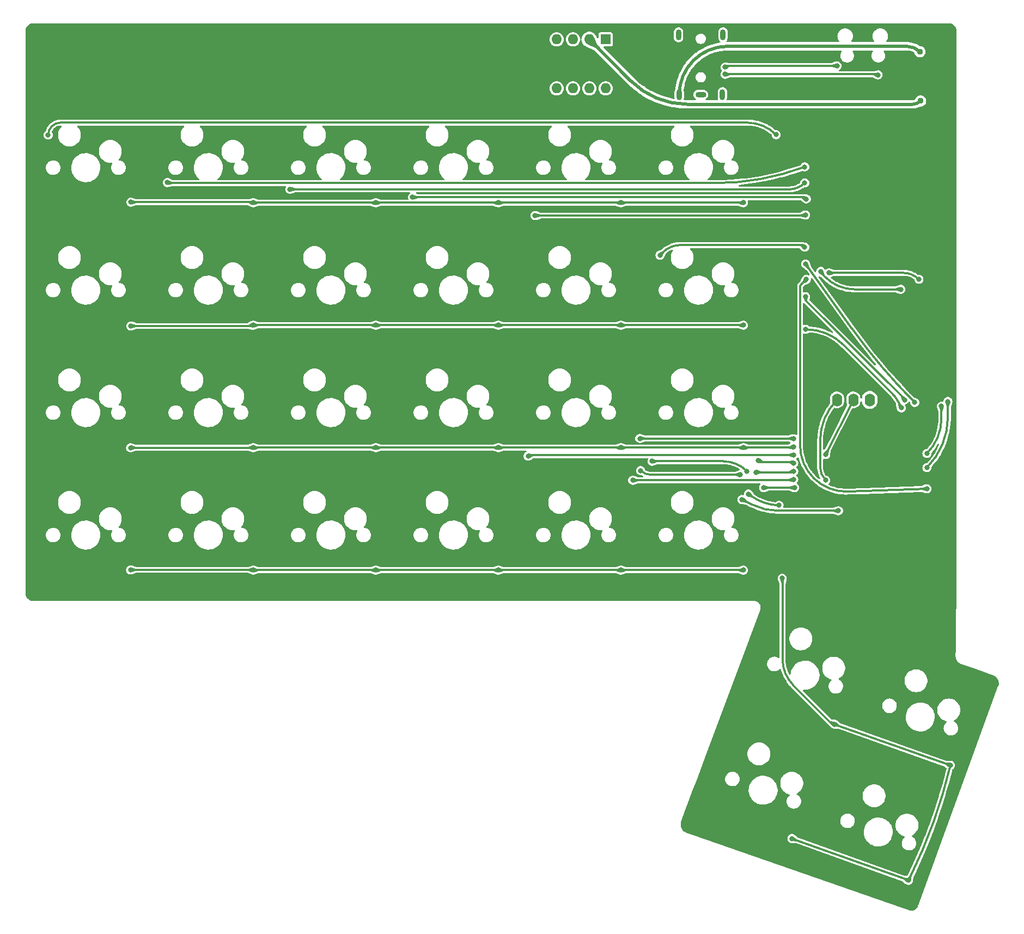
<source format=gbl>
%TF.GenerationSoftware,KiCad,Pcbnew,6.99.0-dfdedfa605*%
%TF.CreationDate,2022-05-26T14:34:28+01:00*%
%TF.ProjectId,keyboard-right,6b657962-6f61-4726-942d-72696768742e,dev-1*%
%TF.SameCoordinates,Original*%
%TF.FileFunction,Copper,L2,Bot*%
%TF.FilePolarity,Positive*%
%FSLAX46Y46*%
G04 Gerber Fmt 4.6, Leading zero omitted, Abs format (unit mm)*
G04 Created by KiCad (PCBNEW 6.99.0-dfdedfa605) date 2022-05-26 14:34:28*
%MOMM*%
%LPD*%
G01*
G04 APERTURE LIST*
%TA.AperFunction,ComponentPad*%
%ADD10O,1.700000X0.850000*%
%TD*%
%TA.AperFunction,ComponentPad*%
%ADD11O,0.850000X1.700000*%
%TD*%
%TA.AperFunction,ComponentPad*%
%ADD12R,1.600000X1.600000*%
%TD*%
%TA.AperFunction,ComponentPad*%
%ADD13O,1.600000X1.600000*%
%TD*%
%TA.AperFunction,ComponentPad*%
%ADD14O,1.600000X2.000000*%
%TD*%
%TA.AperFunction,ViaPad*%
%ADD15C,0.950000*%
%TD*%
%TA.AperFunction,ViaPad*%
%ADD16C,0.800000*%
%TD*%
%TA.AperFunction,Conductor*%
%ADD17C,0.500000*%
%TD*%
%TA.AperFunction,Conductor*%
%ADD18C,0.300000*%
%TD*%
G04 APERTURE END LIST*
D10*
%TO.P,J2,R1*%
%TO.N,/keyboard_common/R1*%
X132841999Y-39265999D03*
D11*
%TO.P,J2,R2*%
%TO.N,/keyboard_common/R2*%
X136191999Y-39265999D03*
%TO.P,J2,S*%
%TO.N,+5V*%
X129491999Y-39265999D03*
%TO.P,J2,S1*%
%TO.N,N/C*%
X129391999Y-29965999D03*
%TO.P,J2,S2*%
X136291999Y-29965999D03*
%TO.P,J2,T*%
%TO.N,GND*%
X134691999Y-39265999D03*
X130991999Y-39265999D03*
%TD*%
D12*
%TO.P,SW29,1*%
%TO.N,unconnected-(SW29-Pad1)*%
X118049999Y-30673199D03*
D13*
%TO.P,SW29,2*%
%TO.N,+3V3*%
X115509999Y-30673199D03*
%TO.P,SW29,3*%
%TO.N,Net-(U2-SWDIO)*%
X112969999Y-30673199D03*
%TO.P,SW29,4*%
%TO.N,Net-(U2-SWCLK)*%
X110429999Y-30673199D03*
%TO.P,SW29,5*%
%TO.N,/keyboard_common/SWCLK*%
X110429999Y-38293199D03*
%TO.P,SW29,6*%
%TO.N,/keyboard_common/SWDIO*%
X112969999Y-38293199D03*
%TO.P,SW29,7*%
%TO.N,Net-(U1E-S)*%
X115509999Y-38293199D03*
%TO.P,SW29,8*%
%TO.N,unconnected-(SW29-Pad8)*%
X118049999Y-38293199D03*
%TD*%
D14*
%TO.P,Brd1,1,GND*%
%TO.N,GND*%
X161633399Y-86758199D03*
%TO.P,Brd1,2,VCC*%
%TO.N,+3V3*%
X159093399Y-86758199D03*
%TO.P,Brd1,3,SCL*%
%TO.N,/keyboard_common/SCL*%
X156553399Y-86758199D03*
%TO.P,Brd1,4,SDA*%
%TO.N,/keyboard_common/SDA*%
X154013399Y-86758199D03*
%TD*%
D15*
%TO.N,+3V3*%
X167000000Y-40250000D03*
D16*
%TO.N,GND*%
X150100000Y-96600000D03*
X168300000Y-132900000D03*
X145100000Y-39400000D03*
X149400000Y-73500000D03*
X165500000Y-81750000D03*
X122400000Y-33900000D03*
X165700000Y-91200000D03*
X157500000Y-83500000D03*
X159900000Y-124000000D03*
X155300000Y-75900000D03*
%TO.N,/keyboard_common/ROW0*%
X120425900Y-56083200D03*
X82325900Y-56083200D03*
X101375900Y-56083200D03*
X44250000Y-56000000D03*
X139475900Y-56083200D03*
X63275900Y-56083200D03*
%TO.N,/keyboard_common/ROW1*%
X82325900Y-75133200D03*
X120425900Y-75133200D03*
X139475900Y-75133200D03*
X44250000Y-75250000D03*
X101375900Y-75133200D03*
X63275900Y-75133200D03*
%TO.N,/keyboard_common/ROW2*%
X63275900Y-94183200D03*
X44200000Y-94200000D03*
X147283400Y-94056200D03*
X82325900Y-94183200D03*
X101375900Y-94183200D03*
X139475900Y-94183200D03*
X120425900Y-94183200D03*
%TO.N,/keyboard_common/ROW3*%
X63275900Y-113233200D03*
X82325900Y-113233200D03*
X120425900Y-113233200D03*
X101375900Y-113233200D03*
X147283400Y-97866200D03*
X141400000Y-98000000D03*
X139475900Y-113233200D03*
X44200000Y-113200000D03*
%TO.N,/keyboard_common/ROW4*%
X171642457Y-143593958D03*
X147000000Y-155000000D03*
X145500000Y-114500000D03*
X165126976Y-161495103D03*
X153600000Y-137200000D03*
%TO.N,/keyboard_common/SD2*%
X149123400Y-70688200D03*
X164500000Y-86750000D03*
%TO.N,/keyboard_common/SD3*%
X149123400Y-75768200D03*
X164000000Y-88000000D03*
%TO.N,/keyboard_common/SDCMD*%
X167986400Y-95088200D03*
X170250000Y-87750000D03*
%TO.N,/keyboard_common/SDCLK*%
X171250000Y-87000000D03*
X167986400Y-97288200D03*
%TO.N,/keyboard_common/SD0*%
X166100688Y-87149312D03*
X149123400Y-65608200D03*
%TO.N,/keyboard_common/SD1*%
X167986400Y-100588200D03*
X149250000Y-68000000D03*
%TO.N,/keyboard_common/SCL*%
X152750000Y-67000000D03*
X152250000Y-95250000D03*
X166750000Y-68000000D03*
%TO.N,/keyboard_common/SDA*%
X152250000Y-99250000D03*
X151483288Y-66766712D03*
X163931446Y-69551852D03*
D15*
%TO.N,+5V*%
X166903400Y-32588200D03*
D16*
%TO.N,Net-(U1E-S)*%
X123349500Y-92750000D03*
X147283400Y-92786200D03*
%TO.N,/keyboard_common/COL0*%
X144548000Y-45500000D03*
X31398900Y-45543200D03*
%TO.N,/keyboard_common/COL1*%
X49936379Y-52936379D03*
X149000000Y-50500000D03*
%TO.N,/keyboard_common/COL2*%
X149000000Y-53000000D03*
X68986379Y-53986379D03*
%TO.N,/keyboard_common/COL3*%
X149250000Y-55500000D03*
X88036379Y-55233700D03*
%TO.N,/keyboard_common/COL4*%
X149123400Y-57988200D03*
X107086379Y-58086379D03*
%TO.N,/keyboard_common/COL5*%
X126500000Y-64250000D03*
X149000000Y-63000000D03*
%TO.N,Net-(U2-SWDIO)*%
X136600000Y-36099503D03*
X160400000Y-36200000D03*
%TO.N,Net-(U2-SWCLK)*%
X136600000Y-35000000D03*
X154000000Y-34800000D03*
%TO.N,/keyboard_common/SWCLK*%
X147283400Y-95326200D03*
X106000000Y-95500000D03*
%TO.N,/keyboard_common/SWDIO*%
X122250000Y-99250000D03*
X147283400Y-99136200D03*
%TO.N,Net-(U2-GPIO2)*%
X141800000Y-96200000D03*
X147283400Y-96596200D03*
%TO.N,Net-(U2-GPIO3)*%
X142600000Y-100400000D03*
X147400000Y-100400000D03*
%TO.N,/keyboard_common/R1*%
X139000000Y-98400500D03*
X123500000Y-97750000D03*
X154250000Y-104000000D03*
X139250000Y-102250000D03*
%TO.N,/keyboard_common/R2*%
X140250000Y-101400500D03*
X145000000Y-103150500D03*
X125250000Y-96300989D03*
X140013017Y-97834120D03*
%TD*%
D17*
%TO.N,+3V3*%
X121973496Y-37136696D02*
X115510000Y-30673200D01*
X165755384Y-40765520D02*
X130734252Y-40765520D01*
X165755384Y-40765500D02*
G75*
G03*
X166999999Y-40249999I16J1760200D01*
G01*
X121973512Y-37136680D02*
G75*
G03*
X130734252Y-40765520I8760788J8760780D01*
G01*
D18*
%TO.N,/keyboard_common/ROW0*%
X63275900Y-56083200D02*
X82325900Y-56083200D01*
X82325900Y-56083200D02*
X101375900Y-56083200D01*
X63192700Y-56000000D02*
X63275900Y-56083200D01*
X120425900Y-56083200D02*
X139475900Y-56083200D01*
X101375900Y-56083200D02*
X120425900Y-56083200D01*
X44250000Y-56000000D02*
X63192700Y-56000000D01*
%TO.N,/keyboard_common/ROW1*%
X44250000Y-75250000D02*
X63159100Y-75250000D01*
X82325900Y-75133200D02*
X101375900Y-75133200D01*
X101375900Y-75133200D02*
X120425900Y-75133200D01*
X63159100Y-75250000D02*
X63275900Y-75133200D01*
X63275900Y-75133200D02*
X82325900Y-75133200D01*
X120425900Y-75133200D02*
X139475900Y-75133200D01*
%TO.N,/keyboard_common/ROW2*%
X101375900Y-94183200D02*
X120425900Y-94183200D01*
X63275900Y-94183200D02*
X82325900Y-94183200D01*
X44200000Y-94200000D02*
X63259100Y-94200000D01*
X120425900Y-94183200D02*
X139475900Y-94183200D01*
X147156400Y-94183200D02*
X147283400Y-94056200D01*
X63259100Y-94200000D02*
X63275900Y-94183200D01*
X82325900Y-94183200D02*
X101375900Y-94183200D01*
X139475900Y-94183200D02*
X147156400Y-94183200D01*
%TO.N,/keyboard_common/ROW3*%
X141400000Y-98000000D02*
X147149600Y-98000000D01*
X82325900Y-113233200D02*
X101375900Y-113233200D01*
X101375900Y-113233200D02*
X120425900Y-113233200D01*
X63275900Y-113233200D02*
X82325900Y-113233200D01*
X44200000Y-113200000D02*
X63242700Y-113200000D01*
X147149600Y-98000000D02*
X147283400Y-97866200D01*
X63242700Y-113200000D02*
X63275900Y-113233200D01*
X120425900Y-113233200D02*
X139475900Y-113233200D01*
%TO.N,/keyboard_common/ROW4*%
X147000000Y-155000000D02*
X165126976Y-161495103D01*
X145500000Y-114500000D02*
X145545873Y-114545873D01*
X153600000Y-137200000D02*
X171642457Y-143593958D01*
X171641183Y-143599313D02*
X171642457Y-143593958D01*
X153292813Y-137200000D02*
X153600000Y-137200000D01*
X145545873Y-114545873D02*
X145545873Y-127079938D01*
X147223924Y-131131111D02*
X153292813Y-137200000D01*
X165126976Y-161495103D02*
X165418180Y-160902769D01*
X165418183Y-160902771D02*
G75*
G03*
X171641182Y-143599313I-74030683J36395071D01*
G01*
X145545848Y-127079938D02*
G75*
G03*
X147223925Y-131131110I5729252J38D01*
G01*
%TO.N,/keyboard_common/SD2*%
X149123400Y-71248400D02*
X149123400Y-70688200D01*
X164500000Y-86625000D02*
X149123400Y-71248400D01*
X164500000Y-86750000D02*
X164500000Y-86625000D01*
%TO.N,/keyboard_common/SD3*%
X164000000Y-88000000D02*
X163575989Y-87129565D01*
X162592909Y-85750621D02*
X155076211Y-78233923D01*
X155076195Y-78233939D02*
G75*
G03*
X149123400Y-75768200I-5952795J-5952761D01*
G01*
X163575984Y-87129568D02*
G75*
G03*
X162592908Y-85750622I-4605484J-2243432D01*
G01*
%TO.N,/keyboard_common/SDCMD*%
X170250000Y-87750000D02*
X170250000Y-89623404D01*
X167986404Y-95088204D02*
G75*
G03*
X170250000Y-89623404I-5464804J5464804D01*
G01*
%TO.N,/keyboard_common/SDCLK*%
X171250000Y-87000000D02*
X171250000Y-89409189D01*
X167986408Y-97288208D02*
G75*
G03*
X171250000Y-89409189I-7879008J7879008D01*
G01*
%TO.N,/keyboard_common/SD0*%
X166100688Y-87149312D02*
X166100320Y-87148944D01*
X156336480Y-75652652D02*
X149123400Y-65608200D01*
X156336480Y-75652652D02*
G75*
G03*
X166100321Y-87148943I75421720J54161552D01*
G01*
%TO.N,/keyboard_common/SD1*%
X149250000Y-68000000D02*
X148273889Y-68976111D01*
X155713101Y-101015121D02*
X167986400Y-100588200D01*
X148273889Y-68976111D02*
X148273889Y-93830179D01*
X148273935Y-93830179D02*
G75*
G03*
X155713101Y-101015120I7189265J-21D01*
G01*
%TO.N,/keyboard_common/SCL*%
X152250000Y-95250000D02*
X156553400Y-86758200D01*
X164335760Y-67000000D02*
X152750000Y-67000000D01*
X166750025Y-67999975D02*
G75*
G03*
X164335760Y-67000000I-2414225J-2414325D01*
G01*
%TO.N,/keyboard_common/SDA*%
X151483288Y-66934679D02*
X151483288Y-66766712D01*
X163931446Y-69551852D02*
X156732590Y-69551852D01*
X151400489Y-97199125D02*
X151400489Y-93066300D01*
X151483288Y-66934679D02*
X152239302Y-67690685D01*
X151400461Y-97199125D02*
G75*
G03*
X152250001Y-99249999I2900339J25D01*
G01*
X154013393Y-86758193D02*
G75*
G03*
X151400489Y-93066300I6308107J-6308107D01*
G01*
X152239317Y-67690670D02*
G75*
G03*
X156732590Y-69551852I4493283J4493270D01*
G01*
D17*
%TO.N,+5V*%
X137008002Y-31750000D02*
X164879812Y-31750000D01*
X137008002Y-31750000D02*
G75*
G03*
X129492000Y-39266000I-2J-7516000D01*
G01*
X166903398Y-32588202D02*
G75*
G03*
X164879812Y-31750000I-2023598J-2023598D01*
G01*
D18*
%TO.N,Net-(U1E-S)*%
X147247200Y-92750000D02*
X147283400Y-92786200D01*
X123349500Y-92750000D02*
X147247200Y-92750000D01*
%TO.N,/keyboard_common/COL0*%
X140006093Y-43618679D02*
X33323420Y-43618679D01*
X33323420Y-43618700D02*
G75*
G03*
X31398900Y-45543200I-20J-1924500D01*
G01*
X144548003Y-45499997D02*
G75*
G03*
X140006093Y-43618679I-4541903J-4541903D01*
G01*
%TO.N,/keyboard_common/COL1*%
X135092815Y-53022721D02*
X50022721Y-53022721D01*
X50022721Y-53022721D02*
X49936379Y-52936379D01*
X135092815Y-53022726D02*
G75*
G03*
X149000000Y-50499999I-15J39594926D01*
G01*
%TO.N,/keyboard_common/COL2*%
X146585776Y-54000000D02*
X69000000Y-54000000D01*
X69000000Y-54000000D02*
X68986379Y-53986379D01*
X146585776Y-53999994D02*
G75*
G03*
X149000000Y-53000000I24J3414194D01*
G01*
%TO.N,/keyboard_common/COL3*%
X148983689Y-55233689D02*
X88036390Y-55233689D01*
X88036390Y-55233689D02*
X88036379Y-55233700D01*
X149250000Y-55500000D02*
X148983689Y-55233689D01*
%TO.N,/keyboard_common/COL4*%
X149025221Y-58086379D02*
X149123400Y-57988200D01*
X107086379Y-58086379D02*
X149025221Y-58086379D01*
%TO.N,/keyboard_common/COL5*%
X148668679Y-62668679D02*
X149000000Y-63000000D01*
X126500000Y-64250000D02*
X126978701Y-63771299D01*
X129640661Y-62668679D02*
X148668679Y-62668679D01*
X129640661Y-62668664D02*
G75*
G03*
X126978701Y-63771299I39J-3764636D01*
G01*
%TO.N,Net-(U2-SWDIO)*%
X136600000Y-36099503D02*
X160299503Y-36099503D01*
X160299503Y-36099503D02*
X160400000Y-36200000D01*
%TO.N,Net-(U2-SWCLK)*%
X136800000Y-34800000D02*
X136600000Y-35000000D01*
X154000000Y-34800000D02*
X136800000Y-34800000D01*
%TO.N,/keyboard_common/SWCLK*%
X106000000Y-95500000D02*
X106149511Y-95350489D01*
X147259111Y-95350489D02*
X147283400Y-95326200D01*
X106149511Y-95350489D02*
X147259111Y-95350489D01*
%TO.N,/keyboard_common/SWDIO*%
X122250000Y-99250000D02*
X147169600Y-99250000D01*
X147169600Y-99250000D02*
X147283400Y-99136200D01*
%TO.N,Net-(U2-GPIO2)*%
X141800000Y-96200000D02*
X142000000Y-96400000D01*
X142000000Y-96400000D02*
X147087200Y-96400000D01*
X147087200Y-96400000D02*
X147283400Y-96596200D01*
%TO.N,Net-(U2-GPIO3)*%
X142600000Y-100400000D02*
X147400000Y-100400000D01*
%TO.N,/keyboard_common/R1*%
X138999500Y-98400000D02*
X125069226Y-98400000D01*
X139250000Y-102250000D02*
X140838120Y-103044061D01*
X139000000Y-98400500D02*
X138999500Y-98400000D01*
X144887537Y-104000000D02*
X154250000Y-104000000D01*
X140838111Y-103044080D02*
G75*
G03*
X144887537Y-104000000I4049389J8098880D01*
G01*
X123499989Y-97750011D02*
G75*
G03*
X125069226Y-98400000I1569211J1569211D01*
G01*
%TO.N,/keyboard_common/R2*%
X136311765Y-96300989D02*
X125250000Y-96300989D01*
X140809763Y-101788792D02*
X140250000Y-101400500D01*
X140013035Y-97834102D02*
G75*
G03*
X136311765Y-96300989I-3701235J-3701198D01*
G01*
X140809772Y-101788779D02*
G75*
G03*
X145000000Y-103150500I4358028J6282479D01*
G01*
%TD*%
%TA.AperFunction,Conductor*%
%TO.N,GND*%
G36*
X171353330Y-28154088D02*
G01*
X171535544Y-28168429D01*
X171555071Y-28171522D01*
X171641518Y-28192275D01*
X171727967Y-28213030D01*
X171746765Y-28219137D01*
X171911044Y-28287184D01*
X171928649Y-28296154D01*
X172080265Y-28389064D01*
X172096254Y-28400681D01*
X172138180Y-28436489D01*
X172231461Y-28516159D01*
X172245440Y-28530138D01*
X172360919Y-28665346D01*
X172372536Y-28681335D01*
X172465446Y-28832951D01*
X172474416Y-28850556D01*
X172538521Y-29005319D01*
X172542461Y-29014830D01*
X172548570Y-29033633D01*
X172563746Y-29096847D01*
X172590078Y-29206529D01*
X172593171Y-29226056D01*
X172607512Y-29408270D01*
X172607900Y-29418156D01*
X172607900Y-112978410D01*
X172607892Y-112979831D01*
X172464524Y-125691872D01*
X172455501Y-126491881D01*
X172455477Y-126493969D01*
X172450989Y-126493917D01*
X172450985Y-126493952D01*
X172455489Y-126494000D01*
X172454440Y-126591914D01*
X172479112Y-126790465D01*
X172530280Y-126983889D01*
X172531908Y-126987810D01*
X172531909Y-126987812D01*
X172539820Y-127006861D01*
X172607014Y-127168667D01*
X172707917Y-127341437D01*
X172831153Y-127499057D01*
X172834198Y-127502023D01*
X172834200Y-127502025D01*
X172888309Y-127554726D01*
X172974481Y-127638657D01*
X173135293Y-127757698D01*
X173139000Y-127759737D01*
X173210180Y-127798891D01*
X173210181Y-127798891D01*
X173221892Y-127805333D01*
X173222561Y-127805931D01*
X173223711Y-127806333D01*
X173225936Y-127807555D01*
X173226865Y-127807437D01*
X173230180Y-127808597D01*
X173230181Y-127808598D01*
X175123366Y-128471212D01*
X178297948Y-129582315D01*
X178310361Y-129587418D01*
X178408677Y-129634111D01*
X178488399Y-129671973D01*
X178505900Y-129682078D01*
X178665345Y-129792087D01*
X178681004Y-129804860D01*
X178820806Y-129938937D01*
X178834223Y-129954050D01*
X178950792Y-130108754D01*
X178961620Y-130125817D01*
X179051960Y-130297172D01*
X179059919Y-130315742D01*
X179121705Y-130499339D01*
X179126591Y-130518937D01*
X179158231Y-130710053D01*
X179159921Y-130730179D01*
X179160240Y-130821327D01*
X179160599Y-130923890D01*
X179159049Y-130944038D01*
X179145492Y-131029650D01*
X179128763Y-131135300D01*
X179128753Y-131135360D01*
X179124003Y-131154997D01*
X179060675Y-131347638D01*
X179057516Y-131346600D01*
X179055856Y-131350880D01*
X179059061Y-131352052D01*
X166615104Y-165382465D01*
X166614590Y-165382277D01*
X166613886Y-165385619D01*
X166613943Y-165385640D01*
X166613422Y-165387065D01*
X166613431Y-165387273D01*
X166606467Y-165407527D01*
X166555106Y-165556907D01*
X166546309Y-165576744D01*
X166464436Y-165725338D01*
X166452372Y-165743365D01*
X166346211Y-165875716D01*
X166331225Y-165891411D01*
X166203930Y-166003582D01*
X166186475Y-166016473D01*
X166041827Y-166105136D01*
X166022425Y-166114838D01*
X165864696Y-166177371D01*
X165843915Y-166183600D01*
X165677804Y-166218141D01*
X165656264Y-166220712D01*
X165560188Y-166223843D01*
X165486691Y-166226238D01*
X165465022Y-166225075D01*
X165297017Y-166201424D01*
X165275870Y-166196560D01*
X165108425Y-166142500D01*
X165107383Y-166142032D01*
X165106761Y-166141962D01*
X165105561Y-166141575D01*
X165105663Y-166141260D01*
X165105542Y-166141206D01*
X165105442Y-166141491D01*
X165103773Y-166140906D01*
X165103923Y-166140479D01*
X165100831Y-166139091D01*
X165100586Y-166139790D01*
X130596421Y-154050739D01*
X158176375Y-154050739D01*
X158206534Y-154350532D01*
X158276383Y-154643631D01*
X158302597Y-154711694D01*
X158383160Y-154920872D01*
X158383164Y-154920880D01*
X158384675Y-154924804D01*
X158529477Y-155189035D01*
X158531970Y-155192419D01*
X158531971Y-155192420D01*
X158636440Y-155334206D01*
X158708206Y-155431608D01*
X158722394Y-155446278D01*
X158914742Y-155645165D01*
X158914747Y-155645169D01*
X158917672Y-155648194D01*
X159154137Y-155834928D01*
X159413382Y-155988479D01*
X159417264Y-155990125D01*
X159686907Y-156104464D01*
X159686911Y-156104465D01*
X159690780Y-156106106D01*
X159694833Y-156107216D01*
X159694838Y-156107218D01*
X159977316Y-156184597D01*
X159977323Y-156184598D01*
X159981381Y-156185710D01*
X160279999Y-156225870D01*
X160505896Y-156225870D01*
X160507981Y-156225730D01*
X160507994Y-156225730D01*
X160727088Y-156211063D01*
X160731286Y-156210782D01*
X160735414Y-156209943D01*
X161022423Y-156151606D01*
X161022425Y-156151605D01*
X161026555Y-156150766D01*
X161030534Y-156149384D01*
X161030539Y-156149383D01*
X161307198Y-156053316D01*
X161307200Y-156053315D01*
X161311189Y-156051930D01*
X161580111Y-155916038D01*
X161702068Y-155832319D01*
X161825052Y-155747896D01*
X161825058Y-155747891D01*
X161828521Y-155745514D01*
X161831637Y-155742696D01*
X161831643Y-155742691D01*
X162048860Y-155546229D01*
X162048865Y-155546224D01*
X162051985Y-155543402D01*
X162246517Y-155313309D01*
X162248783Y-155309760D01*
X162406373Y-155062900D01*
X162406377Y-155062893D01*
X162408645Y-155059340D01*
X162410422Y-155055511D01*
X162533703Y-154789848D01*
X162533706Y-154789840D01*
X162535475Y-154786028D01*
X162624745Y-154498249D01*
X162625556Y-154493443D01*
X162674161Y-154205292D01*
X162674162Y-154205287D01*
X162674861Y-154201140D01*
X162675121Y-154193373D01*
X162684789Y-153904201D01*
X162684789Y-153904195D01*
X162684929Y-153900001D01*
X162654770Y-153600208D01*
X162584921Y-153307109D01*
X162530078Y-153164712D01*
X162478144Y-153029868D01*
X162478140Y-153029860D01*
X162476629Y-153025936D01*
X162475953Y-153024702D01*
X163104112Y-153024702D01*
X163104815Y-153029364D01*
X163136502Y-153239598D01*
X163143773Y-153287841D01*
X163222211Y-153542129D01*
X163337672Y-153781886D01*
X163340327Y-153785780D01*
X163340328Y-153785782D01*
X163484916Y-153997855D01*
X163484921Y-153997861D01*
X163487577Y-154001757D01*
X163668579Y-154196830D01*
X163876632Y-154362748D01*
X164107091Y-154495803D01*
X164111480Y-154497526D01*
X164111483Y-154497527D01*
X164350413Y-154591300D01*
X164350419Y-154591302D01*
X164354807Y-154593024D01*
X164359406Y-154594074D01*
X164359407Y-154594074D01*
X164448362Y-154614378D01*
X164510324Y-154649038D01*
X164543711Y-154711694D01*
X164537924Y-154782454D01*
X164498211Y-154836262D01*
X164428792Y-154890853D01*
X164428788Y-154890857D01*
X164424074Y-154894564D01*
X164283315Y-155057008D01*
X164175843Y-155243155D01*
X164173881Y-155248823D01*
X164173879Y-155248828D01*
X164139251Y-155348879D01*
X164105541Y-155446278D01*
X164074952Y-155659035D01*
X164075237Y-155665022D01*
X164075237Y-155665026D01*
X164084893Y-155867734D01*
X164085179Y-155873736D01*
X164135854Y-156082622D01*
X164225145Y-156278142D01*
X164228624Y-156283028D01*
X164228626Y-156283031D01*
X164346344Y-156448343D01*
X164349825Y-156453231D01*
X164505388Y-156601559D01*
X164686211Y-156717767D01*
X164885759Y-156797654D01*
X164967888Y-156813483D01*
X165090929Y-156837197D01*
X165090931Y-156837197D01*
X165096819Y-156838332D01*
X165257909Y-156838332D01*
X165329642Y-156831482D01*
X165412286Y-156823591D01*
X165412290Y-156823590D01*
X165418262Y-156823020D01*
X165512259Y-156795420D01*
X165618736Y-156764156D01*
X165618741Y-156764154D01*
X165624500Y-156762463D01*
X165629837Y-156759712D01*
X165629841Y-156759710D01*
X165729874Y-156708139D01*
X165815550Y-156663970D01*
X165984508Y-156531100D01*
X166125267Y-156368656D01*
X166207705Y-156225870D01*
X166229737Y-156187709D01*
X166229738Y-156187707D01*
X166232739Y-156182509D01*
X166234701Y-156176841D01*
X166234703Y-156176836D01*
X166301078Y-155985058D01*
X166301078Y-155985057D01*
X166303041Y-155979386D01*
X166324186Y-155832319D01*
X166332777Y-155772562D01*
X166333630Y-155766629D01*
X166332625Y-155745514D01*
X166323689Y-155557930D01*
X166323689Y-155557929D01*
X166323403Y-155551928D01*
X166272728Y-155343042D01*
X166183437Y-155147522D01*
X166118983Y-155057008D01*
X166062238Y-154977321D01*
X166062236Y-154977319D01*
X166058757Y-154972433D01*
X165903194Y-154824105D01*
X165722371Y-154707897D01*
X165716801Y-154705667D01*
X165716797Y-154705665D01*
X165704759Y-154700846D01*
X165648953Y-154656958D01*
X165625734Y-154589866D01*
X165642473Y-154520871D01*
X165688591Y-154474754D01*
X165784700Y-154419266D01*
X165882592Y-154362748D01*
X166090645Y-154196830D01*
X166271647Y-154001757D01*
X166274303Y-153997861D01*
X166274308Y-153997855D01*
X166418896Y-153785783D01*
X166418897Y-153785781D01*
X166421552Y-153781887D01*
X166439680Y-153744245D01*
X166534967Y-153546378D01*
X166534968Y-153546376D01*
X166537013Y-153542129D01*
X166615451Y-153287841D01*
X166622723Y-153239598D01*
X166654409Y-153029364D01*
X166655112Y-153024702D01*
X166655112Y-152758592D01*
X166628123Y-152579529D01*
X166616153Y-152500108D01*
X166616152Y-152500103D01*
X166615451Y-152495453D01*
X166537013Y-152241165D01*
X166509741Y-152184533D01*
X166475614Y-152113669D01*
X166421552Y-152001408D01*
X166352902Y-151900716D01*
X166274308Y-151785439D01*
X166274303Y-151785433D01*
X166271647Y-151781537D01*
X166257364Y-151766143D01*
X166170566Y-151672598D01*
X166090645Y-151586464D01*
X165882592Y-151420546D01*
X165652133Y-151287491D01*
X165647744Y-151285768D01*
X165647741Y-151285767D01*
X165408811Y-151191994D01*
X165408805Y-151191992D01*
X165404417Y-151190270D01*
X165399817Y-151189220D01*
X165149580Y-151132104D01*
X165149578Y-151132104D01*
X165144979Y-151131054D01*
X165140280Y-151130702D01*
X165140274Y-151130701D01*
X165052528Y-151124126D01*
X164946054Y-151116147D01*
X164813170Y-151116147D01*
X164706696Y-151124126D01*
X164618950Y-151130701D01*
X164618944Y-151130702D01*
X164614245Y-151131054D01*
X164609646Y-151132104D01*
X164609644Y-151132104D01*
X164359407Y-151189220D01*
X164354807Y-151190270D01*
X164350419Y-151191992D01*
X164350413Y-151191994D01*
X164111483Y-151285767D01*
X164111480Y-151285768D01*
X164107091Y-151287491D01*
X163876632Y-151420546D01*
X163668579Y-151586464D01*
X163588658Y-151672598D01*
X163501861Y-151766143D01*
X163487577Y-151781537D01*
X163484921Y-151785433D01*
X163484916Y-151785439D01*
X163340328Y-151997511D01*
X163340327Y-151997513D01*
X163337672Y-152001407D01*
X163335628Y-152005652D01*
X163335626Y-152005655D01*
X163240665Y-152202844D01*
X163222211Y-152241165D01*
X163143773Y-152495453D01*
X163143072Y-152500103D01*
X163143071Y-152500108D01*
X163131101Y-152579529D01*
X163104112Y-152758592D01*
X163104112Y-153024702D01*
X162475953Y-153024702D01*
X162331827Y-152761705D01*
X162300736Y-152719508D01*
X162155591Y-152522515D01*
X162155588Y-152522511D01*
X162153098Y-152519132D01*
X162044979Y-152407338D01*
X161946562Y-152305575D01*
X161946557Y-152305571D01*
X161943632Y-152302546D01*
X161707167Y-152115812D01*
X161447922Y-151962261D01*
X161370135Y-151929276D01*
X161174397Y-151846276D01*
X161174393Y-151846275D01*
X161170524Y-151844634D01*
X161166471Y-151843524D01*
X161166466Y-151843522D01*
X160883988Y-151766143D01*
X160883981Y-151766142D01*
X160879923Y-151765030D01*
X160581305Y-151724870D01*
X160355408Y-151724870D01*
X160353323Y-151725010D01*
X160353310Y-151725010D01*
X160144316Y-151739001D01*
X160130018Y-151739958D01*
X160125891Y-151740797D01*
X160125890Y-151740797D01*
X159838881Y-151799134D01*
X159838879Y-151799135D01*
X159834749Y-151799974D01*
X159830770Y-151801356D01*
X159830765Y-151801357D01*
X159554106Y-151897424D01*
X159550115Y-151898810D01*
X159281193Y-152034702D01*
X159168850Y-152111821D01*
X159036252Y-152202844D01*
X159036246Y-152202849D01*
X159032783Y-152205226D01*
X159029667Y-152208044D01*
X159029661Y-152208049D01*
X158812444Y-152404511D01*
X158812439Y-152404516D01*
X158809319Y-152407338D01*
X158614787Y-152637431D01*
X158612524Y-152640976D01*
X158612521Y-152640980D01*
X158454931Y-152887840D01*
X158454927Y-152887847D01*
X158452659Y-152891400D01*
X158450883Y-152895227D01*
X158450882Y-152895229D01*
X158327601Y-153160892D01*
X158327598Y-153160900D01*
X158325829Y-153164712D01*
X158236559Y-153452491D01*
X158235859Y-153456641D01*
X158235858Y-153456645D01*
X158203338Y-153649442D01*
X158186443Y-153749600D01*
X158186303Y-153753800D01*
X158186302Y-153753806D01*
X158177897Y-154005219D01*
X158176375Y-154050739D01*
X130596421Y-154050739D01*
X130329499Y-153957219D01*
X130289330Y-153934115D01*
X130148427Y-153813766D01*
X130135330Y-153800808D01*
X130003230Y-153649433D01*
X129992166Y-153634706D01*
X129883563Y-153465684D01*
X129874761Y-153449493D01*
X129874298Y-153448468D01*
X129812224Y-153311210D01*
X129791977Y-153266439D01*
X129785631Y-153249135D01*
X129761509Y-153164712D01*
X129730435Y-153055959D01*
X129726683Y-153037919D01*
X129724930Y-153024702D01*
X129700260Y-152838772D01*
X129699178Y-152820373D01*
X129702089Y-152619488D01*
X129703703Y-152601130D01*
X129735886Y-152402824D01*
X129740161Y-152384896D01*
X129802857Y-152187329D01*
X129805025Y-152184111D01*
X154527674Y-152184111D01*
X154527959Y-152190098D01*
X154527959Y-152190102D01*
X154533191Y-152299934D01*
X154537901Y-152398812D01*
X154588576Y-152607698D01*
X154677867Y-152803218D01*
X154681346Y-152808104D01*
X154681348Y-152808107D01*
X154776814Y-152942170D01*
X154802547Y-152978307D01*
X154958110Y-153126635D01*
X155138933Y-153242843D01*
X155144507Y-153245075D01*
X155144508Y-153245075D01*
X155176846Y-153258021D01*
X155338481Y-153322730D01*
X155420610Y-153338559D01*
X155543651Y-153362273D01*
X155543653Y-153362273D01*
X155549541Y-153363408D01*
X155710631Y-153363408D01*
X155782364Y-153356558D01*
X155865008Y-153348667D01*
X155865012Y-153348666D01*
X155870984Y-153348096D01*
X155964981Y-153320496D01*
X156071458Y-153289232D01*
X156071463Y-153289230D01*
X156077222Y-153287539D01*
X156082559Y-153284788D01*
X156082563Y-153284786D01*
X156182596Y-153233215D01*
X156268272Y-153189046D01*
X156437230Y-153056176D01*
X156464503Y-153024702D01*
X156574056Y-152898271D01*
X156574056Y-152898270D01*
X156577989Y-152893732D01*
X156652085Y-152765394D01*
X156682459Y-152712785D01*
X156682460Y-152712783D01*
X156685461Y-152707585D01*
X156687423Y-152701917D01*
X156687425Y-152701912D01*
X156753800Y-152510134D01*
X156753800Y-152510133D01*
X156755763Y-152504462D01*
X156757706Y-152490952D01*
X156785499Y-152297638D01*
X156786352Y-152291705D01*
X156785812Y-152280354D01*
X156776411Y-152083006D01*
X156776411Y-152083005D01*
X156776125Y-152077004D01*
X156725450Y-151868118D01*
X156636159Y-151672598D01*
X156574824Y-151586464D01*
X156514960Y-151502397D01*
X156514958Y-151502395D01*
X156511479Y-151497509D01*
X156355916Y-151349181D01*
X156175093Y-151232973D01*
X155975545Y-151153086D01*
X155852706Y-151129411D01*
X155770375Y-151113543D01*
X155770373Y-151113543D01*
X155764485Y-151112408D01*
X155603395Y-151112408D01*
X155531662Y-151119258D01*
X155449018Y-151127149D01*
X155449014Y-151127150D01*
X155443042Y-151127720D01*
X155367796Y-151149814D01*
X155242568Y-151186584D01*
X155242563Y-151186586D01*
X155236804Y-151188277D01*
X155231467Y-151191028D01*
X155231463Y-151191030D01*
X155154435Y-151230741D01*
X155045754Y-151286770D01*
X154876796Y-151419640D01*
X154736037Y-151582084D01*
X154733035Y-151587284D01*
X154733034Y-151587285D01*
X154645051Y-151739677D01*
X154628565Y-151768231D01*
X154626603Y-151773899D01*
X154626601Y-151773904D01*
X154583371Y-151898810D01*
X154558263Y-151971354D01*
X154557409Y-151977292D01*
X154557409Y-151977293D01*
X154528725Y-152176800D01*
X154527674Y-152184111D01*
X129805025Y-152184111D01*
X129806522Y-152181889D01*
X129804985Y-152181314D01*
X131542849Y-147535255D01*
X140275230Y-147535255D01*
X140305389Y-147835048D01*
X140375238Y-148128147D01*
X140401452Y-148196210D01*
X140482015Y-148405388D01*
X140482019Y-148405396D01*
X140483530Y-148409320D01*
X140628332Y-148673551D01*
X140630825Y-148676935D01*
X140630826Y-148676936D01*
X140719898Y-148797825D01*
X140807061Y-148916124D01*
X140821249Y-148930794D01*
X141013597Y-149129681D01*
X141013602Y-149129685D01*
X141016527Y-149132710D01*
X141252992Y-149319444D01*
X141512237Y-149472995D01*
X141516119Y-149474641D01*
X141785762Y-149588980D01*
X141785766Y-149588981D01*
X141789635Y-149590622D01*
X141793688Y-149591732D01*
X141793693Y-149591734D01*
X142076171Y-149669113D01*
X142076178Y-149669114D01*
X142080236Y-149670226D01*
X142378854Y-149710386D01*
X142604751Y-149710386D01*
X142606836Y-149710246D01*
X142606849Y-149710246D01*
X142825943Y-149695579D01*
X142830141Y-149695298D01*
X142834269Y-149694459D01*
X143121278Y-149636122D01*
X143121280Y-149636121D01*
X143125410Y-149635282D01*
X143129389Y-149633900D01*
X143129394Y-149633899D01*
X143406053Y-149537832D01*
X143406055Y-149537831D01*
X143410044Y-149536446D01*
X143678966Y-149400554D01*
X143800923Y-149316835D01*
X143923907Y-149232412D01*
X143923913Y-149232407D01*
X143927376Y-149230030D01*
X143930492Y-149227212D01*
X143930498Y-149227207D01*
X144147715Y-149030745D01*
X144147720Y-149030740D01*
X144150840Y-149027918D01*
X144345372Y-148797825D01*
X144347638Y-148794276D01*
X144505228Y-148547416D01*
X144505232Y-148547409D01*
X144507500Y-148543856D01*
X144509277Y-148540027D01*
X144632558Y-148274364D01*
X144632561Y-148274356D01*
X144634330Y-148270544D01*
X144723600Y-147982765D01*
X144730567Y-147941461D01*
X144773016Y-147689808D01*
X144773017Y-147689803D01*
X144773716Y-147685656D01*
X144773976Y-147677889D01*
X144783644Y-147388717D01*
X144783644Y-147388711D01*
X144783784Y-147384517D01*
X144753625Y-147084724D01*
X144683776Y-146791625D01*
X144628933Y-146649228D01*
X144576999Y-146514384D01*
X144576995Y-146514376D01*
X144575484Y-146510452D01*
X144574808Y-146509218D01*
X145202967Y-146509218D01*
X145203670Y-146513880D01*
X145236070Y-146728844D01*
X145242628Y-146772357D01*
X145321066Y-147026645D01*
X145436527Y-147266402D01*
X145439182Y-147270296D01*
X145439183Y-147270298D01*
X145583771Y-147482371D01*
X145583776Y-147482377D01*
X145586432Y-147486273D01*
X145767434Y-147681346D01*
X145975487Y-147847264D01*
X146205946Y-147980319D01*
X146210335Y-147982042D01*
X146210338Y-147982043D01*
X146449268Y-148075816D01*
X146449274Y-148075818D01*
X146453662Y-148077540D01*
X146458261Y-148078590D01*
X146458262Y-148078590D01*
X146547217Y-148098894D01*
X146609179Y-148133554D01*
X146642566Y-148196210D01*
X146636779Y-148266970D01*
X146597066Y-148320778D01*
X146527647Y-148375369D01*
X146527643Y-148375373D01*
X146522929Y-148379080D01*
X146382170Y-148541524D01*
X146274698Y-148727671D01*
X146272736Y-148733339D01*
X146272734Y-148733344D01*
X146238106Y-148833395D01*
X146204396Y-148930794D01*
X146173807Y-149143551D01*
X146174092Y-149149538D01*
X146174092Y-149149542D01*
X146183748Y-149352250D01*
X146184034Y-149358252D01*
X146234709Y-149567138D01*
X146324000Y-149762658D01*
X146327479Y-149767544D01*
X146327481Y-149767547D01*
X146428670Y-149909647D01*
X146448680Y-149937747D01*
X146604243Y-150086075D01*
X146785066Y-150202283D01*
X146984614Y-150282170D01*
X147066743Y-150297999D01*
X147189784Y-150321713D01*
X147189786Y-150321713D01*
X147195674Y-150322848D01*
X147356764Y-150322848D01*
X147428497Y-150315998D01*
X147511141Y-150308107D01*
X147511145Y-150308106D01*
X147517117Y-150307536D01*
X147611114Y-150279936D01*
X147717591Y-150248672D01*
X147717596Y-150248670D01*
X147723355Y-150246979D01*
X147728692Y-150244228D01*
X147728696Y-150244226D01*
X147828729Y-150192655D01*
X147914405Y-150148486D01*
X148083363Y-150015616D01*
X148224122Y-149853172D01*
X148306560Y-149710386D01*
X148328592Y-149672225D01*
X148328593Y-149672223D01*
X148331594Y-149667025D01*
X148333556Y-149661357D01*
X148333558Y-149661352D01*
X148399933Y-149469574D01*
X148399933Y-149469573D01*
X148401896Y-149463902D01*
X148413011Y-149386597D01*
X148431632Y-149257078D01*
X148432485Y-149251145D01*
X148431480Y-149230030D01*
X148422544Y-149042446D01*
X148422544Y-149042445D01*
X148422258Y-149036444D01*
X148371583Y-148827558D01*
X148282292Y-148632038D01*
X148217838Y-148541524D01*
X148164097Y-148466055D01*
X158005795Y-148466055D01*
X158006498Y-148470717D01*
X158044443Y-148722471D01*
X158045456Y-148729194D01*
X158123894Y-148983482D01*
X158125939Y-148987729D01*
X158125940Y-148987731D01*
X158181624Y-149103360D01*
X158239355Y-149223239D01*
X158242010Y-149227133D01*
X158242011Y-149227135D01*
X158386599Y-149439208D01*
X158386604Y-149439214D01*
X158389260Y-149443110D01*
X158392470Y-149446570D01*
X158392472Y-149446572D01*
X158445502Y-149503724D01*
X158570262Y-149638183D01*
X158778315Y-149804101D01*
X159008774Y-149937156D01*
X159013163Y-149938879D01*
X159013166Y-149938880D01*
X159252096Y-150032653D01*
X159252102Y-150032655D01*
X159256490Y-150034377D01*
X159261089Y-150035427D01*
X159261090Y-150035427D01*
X159511327Y-150092543D01*
X159511329Y-150092543D01*
X159515928Y-150093593D01*
X159520627Y-150093945D01*
X159520633Y-150093946D01*
X159608379Y-150100521D01*
X159714853Y-150108500D01*
X159847737Y-150108500D01*
X159954211Y-150100521D01*
X160041957Y-150093946D01*
X160041963Y-150093945D01*
X160046662Y-150093593D01*
X160051261Y-150092543D01*
X160051263Y-150092543D01*
X160301500Y-150035427D01*
X160301501Y-150035427D01*
X160306100Y-150034377D01*
X160310488Y-150032655D01*
X160310494Y-150032653D01*
X160549424Y-149938880D01*
X160549427Y-149938879D01*
X160553816Y-149937156D01*
X160784275Y-149804101D01*
X160992328Y-149638183D01*
X161117088Y-149503724D01*
X161170118Y-149446572D01*
X161170120Y-149446570D01*
X161173330Y-149443110D01*
X161175986Y-149439214D01*
X161175991Y-149439208D01*
X161320579Y-149227136D01*
X161320580Y-149227134D01*
X161323235Y-149223240D01*
X161364469Y-149137618D01*
X161436650Y-148987731D01*
X161436651Y-148987729D01*
X161438696Y-148983482D01*
X161517134Y-148729194D01*
X161518148Y-148722471D01*
X161556092Y-148470717D01*
X161556795Y-148466055D01*
X161556795Y-148199945D01*
X161527471Y-148005387D01*
X161517836Y-147941461D01*
X161517835Y-147941456D01*
X161517134Y-147936806D01*
X161438696Y-147682518D01*
X161323235Y-147442761D01*
X161205653Y-147270299D01*
X161175991Y-147226792D01*
X161175986Y-147226786D01*
X161173330Y-147222890D01*
X160992328Y-147027817D01*
X160784275Y-146861899D01*
X160553816Y-146728844D01*
X160549427Y-146727121D01*
X160549424Y-146727120D01*
X160310494Y-146633347D01*
X160310488Y-146633345D01*
X160306100Y-146631623D01*
X160301500Y-146630573D01*
X160051263Y-146573457D01*
X160051261Y-146573457D01*
X160046662Y-146572407D01*
X160041963Y-146572055D01*
X160041957Y-146572054D01*
X159954211Y-146565479D01*
X159847737Y-146557500D01*
X159714853Y-146557500D01*
X159608379Y-146565479D01*
X159520633Y-146572054D01*
X159520627Y-146572055D01*
X159515928Y-146572407D01*
X159511329Y-146573457D01*
X159511327Y-146573457D01*
X159261090Y-146630573D01*
X159256490Y-146631623D01*
X159252102Y-146633345D01*
X159252096Y-146633347D01*
X159013166Y-146727120D01*
X159013163Y-146727121D01*
X159008774Y-146728844D01*
X158778315Y-146861899D01*
X158570262Y-147027817D01*
X158389260Y-147222890D01*
X158386604Y-147226786D01*
X158386599Y-147226792D01*
X158242011Y-147438864D01*
X158242010Y-147438866D01*
X158239355Y-147442760D01*
X158237311Y-147447005D01*
X158237309Y-147447008D01*
X158126123Y-147677889D01*
X158123894Y-147682518D01*
X158045456Y-147936806D01*
X158044755Y-147941456D01*
X158044754Y-147941461D01*
X158035119Y-148005387D01*
X158005795Y-148199945D01*
X158005795Y-148466055D01*
X148164097Y-148466055D01*
X148161093Y-148461837D01*
X148161091Y-148461835D01*
X148157612Y-148456949D01*
X148002049Y-148308621D01*
X147821226Y-148192413D01*
X147815656Y-148190183D01*
X147815652Y-148190181D01*
X147803614Y-148185362D01*
X147747808Y-148141474D01*
X147724589Y-148074382D01*
X147741328Y-148005387D01*
X147787446Y-147959270D01*
X147977361Y-147849623D01*
X147981447Y-147847264D01*
X148189500Y-147681346D01*
X148370502Y-147486273D01*
X148373158Y-147482377D01*
X148373163Y-147482371D01*
X148517751Y-147270299D01*
X148517752Y-147270297D01*
X148520407Y-147266403D01*
X148635868Y-147026645D01*
X148714306Y-146772357D01*
X148720865Y-146728844D01*
X148753264Y-146513880D01*
X148753967Y-146509218D01*
X148753967Y-146243108D01*
X148717875Y-146003648D01*
X148715008Y-145984624D01*
X148715007Y-145984619D01*
X148714306Y-145979969D01*
X148635868Y-145725681D01*
X148520407Y-145485924D01*
X148451757Y-145385232D01*
X148373163Y-145269955D01*
X148373158Y-145269949D01*
X148370502Y-145266053D01*
X148356219Y-145250659D01*
X148269421Y-145157114D01*
X148189500Y-145070980D01*
X147981447Y-144905062D01*
X147750988Y-144772007D01*
X147746599Y-144770284D01*
X147746596Y-144770283D01*
X147507666Y-144676510D01*
X147507660Y-144676508D01*
X147503272Y-144674786D01*
X147498672Y-144673736D01*
X147248435Y-144616620D01*
X147248433Y-144616620D01*
X147243834Y-144615570D01*
X147239135Y-144615218D01*
X147239129Y-144615217D01*
X147151383Y-144608642D01*
X147044909Y-144600663D01*
X146912025Y-144600663D01*
X146805551Y-144608642D01*
X146717805Y-144615217D01*
X146717799Y-144615218D01*
X146713100Y-144615570D01*
X146708501Y-144616620D01*
X146708499Y-144616620D01*
X146458262Y-144673736D01*
X146453662Y-144674786D01*
X146449274Y-144676508D01*
X146449268Y-144676510D01*
X146210338Y-144770283D01*
X146210335Y-144770284D01*
X146205946Y-144772007D01*
X145975487Y-144905062D01*
X145767434Y-145070980D01*
X145687513Y-145157114D01*
X145600716Y-145250659D01*
X145586432Y-145266053D01*
X145583776Y-145269949D01*
X145583771Y-145269955D01*
X145439183Y-145482027D01*
X145439182Y-145482029D01*
X145436527Y-145485923D01*
X145434483Y-145490168D01*
X145434481Y-145490171D01*
X145339520Y-145687360D01*
X145321066Y-145725681D01*
X145242628Y-145979969D01*
X145241927Y-145984619D01*
X145241926Y-145984624D01*
X145239059Y-146003648D01*
X145202967Y-146243108D01*
X145202967Y-146509218D01*
X144574808Y-146509218D01*
X144430682Y-146246221D01*
X144424953Y-146238446D01*
X144254446Y-146007031D01*
X144254443Y-146007027D01*
X144251953Y-146003648D01*
X144143834Y-145891854D01*
X144045417Y-145790091D01*
X144045412Y-145790087D01*
X144042487Y-145787062D01*
X143806022Y-145600328D01*
X143546777Y-145446777D01*
X143468990Y-145413792D01*
X143273252Y-145330792D01*
X143273248Y-145330791D01*
X143269379Y-145329150D01*
X143265326Y-145328040D01*
X143265321Y-145328038D01*
X142982843Y-145250659D01*
X142982836Y-145250658D01*
X142978778Y-145249546D01*
X142680160Y-145209386D01*
X142454263Y-145209386D01*
X142452178Y-145209526D01*
X142452165Y-145209526D01*
X142243171Y-145223517D01*
X142228873Y-145224474D01*
X142224746Y-145225313D01*
X142224745Y-145225313D01*
X141937736Y-145283650D01*
X141937734Y-145283651D01*
X141933604Y-145284490D01*
X141929625Y-145285872D01*
X141929620Y-145285873D01*
X141652961Y-145381940D01*
X141648970Y-145383326D01*
X141380048Y-145519218D01*
X141267705Y-145596337D01*
X141135107Y-145687360D01*
X141135101Y-145687365D01*
X141131638Y-145689742D01*
X141128522Y-145692560D01*
X141128516Y-145692565D01*
X140911299Y-145889027D01*
X140911294Y-145889032D01*
X140908174Y-145891854D01*
X140713642Y-146121947D01*
X140711379Y-146125492D01*
X140711376Y-146125496D01*
X140553786Y-146372356D01*
X140553782Y-146372363D01*
X140551514Y-146375916D01*
X140549738Y-146379743D01*
X140549737Y-146379745D01*
X140426456Y-146645408D01*
X140426453Y-146645416D01*
X140424684Y-146649228D01*
X140335414Y-146937007D01*
X140334714Y-146941157D01*
X140334713Y-146941161D01*
X140287192Y-147222890D01*
X140285298Y-147234116D01*
X140285158Y-147238316D01*
X140285157Y-147238322D01*
X140276752Y-147489735D01*
X140275230Y-147535255D01*
X131542849Y-147535255D01*
X132241063Y-145668627D01*
X136626529Y-145668627D01*
X136626814Y-145674614D01*
X136626814Y-145674618D01*
X136632046Y-145784450D01*
X136636756Y-145883328D01*
X136687431Y-146092214D01*
X136776722Y-146287734D01*
X136780201Y-146292620D01*
X136780203Y-146292623D01*
X136897921Y-146457935D01*
X136901402Y-146462823D01*
X137056965Y-146611151D01*
X137237788Y-146727359D01*
X137437336Y-146807246D01*
X137519465Y-146823075D01*
X137642506Y-146846789D01*
X137642508Y-146846789D01*
X137648396Y-146847924D01*
X137809486Y-146847924D01*
X137881219Y-146841074D01*
X137963863Y-146833183D01*
X137963867Y-146833182D01*
X137969839Y-146832612D01*
X138063836Y-146805012D01*
X138170313Y-146773748D01*
X138170318Y-146773746D01*
X138176077Y-146772055D01*
X138181414Y-146769304D01*
X138181418Y-146769302D01*
X138281451Y-146717731D01*
X138367127Y-146673562D01*
X138536085Y-146540692D01*
X138563358Y-146509218D01*
X138672911Y-146382787D01*
X138672911Y-146382786D01*
X138676844Y-146378248D01*
X138750940Y-146249910D01*
X138781314Y-146197301D01*
X138781315Y-146197299D01*
X138784316Y-146192101D01*
X138786278Y-146186433D01*
X138786280Y-146186428D01*
X138852655Y-145994650D01*
X138852655Y-145994649D01*
X138854618Y-145988978D01*
X138856561Y-145975468D01*
X138884354Y-145782154D01*
X138885207Y-145776221D01*
X138883015Y-145730188D01*
X138875266Y-145567522D01*
X138875266Y-145567521D01*
X138874980Y-145561520D01*
X138824305Y-145352634D01*
X138735014Y-145157114D01*
X138702751Y-145111806D01*
X138613815Y-144986913D01*
X138613813Y-144986911D01*
X138610334Y-144982025D01*
X138454771Y-144833697D01*
X138273948Y-144717489D01*
X138074400Y-144637602D01*
X137951561Y-144613927D01*
X137869230Y-144598059D01*
X137869228Y-144598059D01*
X137863340Y-144596924D01*
X137702250Y-144596924D01*
X137630517Y-144603774D01*
X137547873Y-144611665D01*
X137547869Y-144611666D01*
X137541897Y-144612236D01*
X137466651Y-144634330D01*
X137341423Y-144671100D01*
X137341418Y-144671102D01*
X137335659Y-144672793D01*
X137330322Y-144675544D01*
X137330318Y-144675546D01*
X137253290Y-144715257D01*
X137144609Y-144771286D01*
X136975651Y-144904156D01*
X136834892Y-145066600D01*
X136831890Y-145071800D01*
X136831889Y-145071801D01*
X136743906Y-145224193D01*
X136727420Y-145252747D01*
X136725458Y-145258415D01*
X136725456Y-145258420D01*
X136682226Y-145383326D01*
X136657118Y-145455870D01*
X136656264Y-145461808D01*
X136656264Y-145461809D01*
X136627382Y-145662694D01*
X136626529Y-145668627D01*
X132241063Y-145668627D01*
X133631806Y-141950571D01*
X140104650Y-141950571D01*
X140144311Y-142213710D01*
X140222749Y-142467998D01*
X140338210Y-142707755D01*
X140340865Y-142711649D01*
X140340866Y-142711651D01*
X140485454Y-142923724D01*
X140485459Y-142923730D01*
X140488115Y-142927626D01*
X140491325Y-142931086D01*
X140491327Y-142931088D01*
X140544357Y-142988240D01*
X140669117Y-143122699D01*
X140877170Y-143288617D01*
X141107629Y-143421672D01*
X141112018Y-143423395D01*
X141112021Y-143423396D01*
X141350951Y-143517169D01*
X141350957Y-143517171D01*
X141355345Y-143518893D01*
X141359944Y-143519943D01*
X141359945Y-143519943D01*
X141610182Y-143577059D01*
X141610184Y-143577059D01*
X141614783Y-143578109D01*
X141619482Y-143578461D01*
X141619488Y-143578462D01*
X141707234Y-143585037D01*
X141813708Y-143593016D01*
X141946592Y-143593016D01*
X142053066Y-143585037D01*
X142140812Y-143578462D01*
X142140818Y-143578461D01*
X142145517Y-143578109D01*
X142150116Y-143577059D01*
X142150118Y-143577059D01*
X142400355Y-143519943D01*
X142400356Y-143519943D01*
X142404955Y-143518893D01*
X142409343Y-143517171D01*
X142409349Y-143517169D01*
X142648279Y-143423396D01*
X142648282Y-143423395D01*
X142652671Y-143421672D01*
X142883130Y-143288617D01*
X143091183Y-143122699D01*
X143215943Y-142988240D01*
X143268973Y-142931088D01*
X143268975Y-142931086D01*
X143272185Y-142927626D01*
X143274841Y-142923730D01*
X143274846Y-142923724D01*
X143419434Y-142711652D01*
X143419435Y-142711650D01*
X143422090Y-142707756D01*
X143537551Y-142467998D01*
X143615989Y-142213710D01*
X143655650Y-141950571D01*
X143655650Y-141684461D01*
X143615989Y-141421322D01*
X143537551Y-141167034D01*
X143422090Y-140927277D01*
X143419433Y-140923380D01*
X143274846Y-140711308D01*
X143274841Y-140711302D01*
X143272185Y-140707406D01*
X143091183Y-140512333D01*
X142883130Y-140346415D01*
X142652671Y-140213360D01*
X142648282Y-140211637D01*
X142648279Y-140211636D01*
X142409349Y-140117863D01*
X142409343Y-140117861D01*
X142404955Y-140116139D01*
X142400355Y-140115089D01*
X142150118Y-140057973D01*
X142150116Y-140057973D01*
X142145517Y-140056923D01*
X142140818Y-140056571D01*
X142140812Y-140056570D01*
X142053066Y-140049995D01*
X141946592Y-140042016D01*
X141813708Y-140042016D01*
X141707234Y-140049995D01*
X141619488Y-140056570D01*
X141619482Y-140056571D01*
X141614783Y-140056923D01*
X141610184Y-140057973D01*
X141610182Y-140057973D01*
X141359945Y-140115089D01*
X141355345Y-140116139D01*
X141350957Y-140117861D01*
X141350951Y-140117863D01*
X141112021Y-140211636D01*
X141112018Y-140211637D01*
X141107629Y-140213360D01*
X140877170Y-140346415D01*
X140669117Y-140512333D01*
X140488115Y-140707406D01*
X140485459Y-140711302D01*
X140485454Y-140711308D01*
X140340866Y-140923380D01*
X140340865Y-140923382D01*
X140338210Y-140927276D01*
X140222749Y-141167034D01*
X140144311Y-141421322D01*
X140104650Y-141684461D01*
X140104650Y-141950571D01*
X133631806Y-141950571D01*
X138937007Y-127767483D01*
X143142013Y-127767483D01*
X143142298Y-127773470D01*
X143142298Y-127773474D01*
X143144945Y-127829044D01*
X143152240Y-127982184D01*
X143202915Y-128191070D01*
X143292206Y-128386590D01*
X143295685Y-128391476D01*
X143295687Y-128391479D01*
X143413405Y-128556791D01*
X143416886Y-128561679D01*
X143572449Y-128710007D01*
X143753272Y-128826215D01*
X143952820Y-128906102D01*
X144034949Y-128921931D01*
X144157990Y-128945645D01*
X144157992Y-128945645D01*
X144163880Y-128946780D01*
X144324970Y-128946780D01*
X144396703Y-128939930D01*
X144479347Y-128932039D01*
X144479351Y-128932038D01*
X144485323Y-128931468D01*
X144579320Y-128903868D01*
X144685797Y-128872604D01*
X144685802Y-128872602D01*
X144691561Y-128870911D01*
X144696898Y-128868160D01*
X144696902Y-128868158D01*
X144796935Y-128816587D01*
X144882611Y-128772418D01*
X145051569Y-128639548D01*
X145055497Y-128635015D01*
X145055501Y-128635011D01*
X145080343Y-128606342D01*
X145140069Y-128567958D01*
X145211065Y-128567958D01*
X145270791Y-128606341D01*
X145296463Y-128653355D01*
X145347221Y-128826215D01*
X145407864Y-129032741D01*
X145408645Y-129034834D01*
X145408647Y-129034841D01*
X145464125Y-129183580D01*
X145562126Y-129446328D01*
X145563058Y-129448369D01*
X145563061Y-129448376D01*
X145744561Y-129845798D01*
X145745501Y-129847856D01*
X145870524Y-130076815D01*
X145944004Y-130211382D01*
X145957053Y-130235280D01*
X145958264Y-130237165D01*
X145958265Y-130237166D01*
X146126750Y-130499331D01*
X146195704Y-130606624D01*
X146285073Y-130726005D01*
X146431011Y-130920953D01*
X146460239Y-130959997D01*
X146461708Y-130961693D01*
X146461711Y-130961696D01*
X146699809Y-131236474D01*
X146749308Y-131293599D01*
X146750906Y-131295197D01*
X146804575Y-131348865D01*
X146857356Y-131401646D01*
X146857358Y-131401649D01*
X152586451Y-137130741D01*
X152601498Y-137149943D01*
X152601586Y-137149877D01*
X152604521Y-137153802D01*
X152605167Y-137154626D01*
X152605292Y-137154832D01*
X152608497Y-137160131D01*
X152860946Y-137436436D01*
X152960259Y-137545133D01*
X153069855Y-137665086D01*
X153071817Y-137667929D01*
X153075149Y-137670881D01*
X153083384Y-137679894D01*
X153092759Y-137689708D01*
X153098143Y-137693402D01*
X153098144Y-137693402D01*
X153102463Y-137696365D01*
X153114741Y-137705956D01*
X153199148Y-137780734D01*
X153205894Y-137784274D01*
X153205893Y-137784274D01*
X153324932Y-137846751D01*
X153349775Y-137859790D01*
X153514944Y-137900500D01*
X153570914Y-137900500D01*
X153596802Y-137903188D01*
X153602254Y-137904333D01*
X153602258Y-137904333D01*
X153608315Y-137905605D01*
X153614502Y-137905670D01*
X153614507Y-137905671D01*
X154240934Y-137912301D01*
X154281688Y-137919531D01*
X170660461Y-143723907D01*
X170696281Y-143743643D01*
X171004297Y-143985971D01*
X171045467Y-144043812D01*
X171048666Y-144115402D01*
X170910074Y-144672793D01*
X170811798Y-145068039D01*
X170801217Y-145110592D01*
X170800577Y-145113055D01*
X170366502Y-146718845D01*
X170365836Y-146721215D01*
X169914115Y-148266970D01*
X169899218Y-148317946D01*
X169898485Y-148320363D01*
X169710222Y-148919146D01*
X169399565Y-149907214D01*
X169398773Y-149909647D01*
X169264544Y-150308107D01*
X168888576Y-151424173D01*
X168867725Y-151486068D01*
X168866888Y-151488470D01*
X168410103Y-152758592D01*
X168303961Y-153053726D01*
X168303071Y-153056124D01*
X167714431Y-154594074D01*
X167708473Y-154609640D01*
X167707545Y-154611993D01*
X167263261Y-155705720D01*
X167081503Y-156153166D01*
X167080516Y-156155526D01*
X166423347Y-157683584D01*
X166422313Y-157685924D01*
X165734224Y-159200381D01*
X165733142Y-159202700D01*
X165056892Y-160614271D01*
X165025134Y-160655605D01*
X164972093Y-160700949D01*
X164908777Y-160755077D01*
X164844003Y-160784137D01*
X164825120Y-160785290D01*
X164488346Y-160780512D01*
X164447637Y-160773142D01*
X147982658Y-154873551D01*
X147946895Y-154853680D01*
X147662188Y-154628010D01*
X147484888Y-154487475D01*
X147484885Y-154487473D01*
X147480762Y-154484205D01*
X147475598Y-154481362D01*
X147474034Y-154480260D01*
X147471768Y-154478753D01*
X147471809Y-154478691D01*
X147452808Y-154465294D01*
X147406560Y-154424322D01*
X147406556Y-154424319D01*
X147400852Y-154419266D01*
X147269892Y-154350532D01*
X147256976Y-154343753D01*
X147256974Y-154343752D01*
X147250225Y-154340210D01*
X147085056Y-154299500D01*
X146914944Y-154299500D01*
X146749775Y-154340210D01*
X146743026Y-154343752D01*
X146743024Y-154343753D01*
X146730108Y-154350532D01*
X146599148Y-154419266D01*
X146593447Y-154424317D01*
X146593445Y-154424318D01*
X146547193Y-154465294D01*
X146471817Y-154532071D01*
X146467488Y-154538343D01*
X146467486Y-154538345D01*
X146416631Y-154612021D01*
X146375182Y-154672070D01*
X146372478Y-154679200D01*
X146317563Y-154823999D01*
X146317562Y-154824004D01*
X146314860Y-154831128D01*
X146294355Y-155000000D01*
X146314860Y-155168872D01*
X146317562Y-155175996D01*
X146317563Y-155176001D01*
X146323790Y-155192420D01*
X146375182Y-155327930D01*
X146379514Y-155334206D01*
X146460972Y-155452217D01*
X146471817Y-155467929D01*
X146477523Y-155472984D01*
X146573408Y-155557930D01*
X146599148Y-155580734D01*
X146605895Y-155584275D01*
X146732658Y-155650806D01*
X146749775Y-155659790D01*
X146914944Y-155700500D01*
X146969844Y-155700500D01*
X146996175Y-155703282D01*
X147001115Y-155704338D01*
X147001121Y-155704339D01*
X147007173Y-155705632D01*
X147013366Y-155705720D01*
X147013367Y-155705720D01*
X147148485Y-155707637D01*
X147638631Y-155714590D01*
X147679340Y-155721961D01*
X164144318Y-161621552D01*
X164180081Y-161641423D01*
X164198984Y-161656406D01*
X164642088Y-162007628D01*
X164642091Y-162007630D01*
X164646214Y-162010898D01*
X164651378Y-162013741D01*
X164652942Y-162014843D01*
X164655208Y-162016350D01*
X164655167Y-162016412D01*
X164674168Y-162029809D01*
X164720416Y-162070781D01*
X164720420Y-162070784D01*
X164726124Y-162075837D01*
X164876751Y-162154893D01*
X165041920Y-162195603D01*
X165212032Y-162195603D01*
X165377201Y-162154893D01*
X165527828Y-162075837D01*
X165533536Y-162070781D01*
X165649453Y-161968087D01*
X165655159Y-161963032D01*
X165751794Y-161823033D01*
X165756085Y-161811719D01*
X165809413Y-161671104D01*
X165809414Y-161671099D01*
X165812116Y-161663975D01*
X165831678Y-161502871D01*
X165832228Y-161502938D01*
X165832089Y-161501229D01*
X165832654Y-161498972D01*
X165854167Y-161060481D01*
X165866943Y-161011064D01*
X166193757Y-160346321D01*
X166193782Y-160346269D01*
X166194040Y-160345744D01*
X166906316Y-158819393D01*
X167587452Y-157278894D01*
X168237167Y-155724882D01*
X168580796Y-154853679D01*
X168854947Y-154158625D01*
X168854957Y-154158599D01*
X168855194Y-154157998D01*
X168925270Y-153969191D01*
X169441040Y-152579529D01*
X169441049Y-152579505D01*
X169441278Y-152578887D01*
X169501950Y-152404651D01*
X169994971Y-150988793D01*
X169994975Y-150988780D01*
X169995177Y-150988201D01*
X170281667Y-150108324D01*
X170516451Y-149387245D01*
X170516662Y-149386597D01*
X170555944Y-149257078D01*
X170891930Y-148149259D01*
X171005519Y-147774734D01*
X171461546Y-146153276D01*
X171884555Y-144522894D01*
X171943287Y-144275994D01*
X171978511Y-144214351D01*
X172007310Y-144193587D01*
X172036558Y-144178236D01*
X172036562Y-144178233D01*
X172043309Y-144174692D01*
X172170640Y-144061887D01*
X172183117Y-144043812D01*
X172262943Y-143928164D01*
X172267275Y-143921888D01*
X172271566Y-143910574D01*
X172324894Y-143769959D01*
X172324895Y-143769954D01*
X172327597Y-143762830D01*
X172348102Y-143593958D01*
X172327597Y-143425086D01*
X172324895Y-143417962D01*
X172324894Y-143417957D01*
X172269979Y-143273158D01*
X172267275Y-143266028D01*
X172170640Y-143126029D01*
X172043309Y-143013224D01*
X171892682Y-142934168D01*
X171727513Y-142893458D01*
X171671543Y-142893458D01*
X171645655Y-142890770D01*
X171640203Y-142889625D01*
X171640199Y-142889625D01*
X171634142Y-142888353D01*
X171627953Y-142888287D01*
X171627949Y-142888287D01*
X171410955Y-142885990D01*
X171410951Y-142885990D01*
X171246319Y-142884248D01*
X171001524Y-142881657D01*
X170960769Y-142874427D01*
X154581996Y-137070051D01*
X154546176Y-137050315D01*
X154380179Y-136919719D01*
X154079884Y-136683465D01*
X154075173Y-136680888D01*
X154074857Y-136680666D01*
X154070927Y-136678071D01*
X154071003Y-136677956D01*
X154052094Y-136664662D01*
X154039545Y-136653545D01*
X154000852Y-136619266D01*
X153850225Y-136540210D01*
X153685056Y-136499500D01*
X153655089Y-136499500D01*
X153629725Y-136496753D01*
X153625534Y-136495392D01*
X153215096Y-136446903D01*
X153149793Y-136419047D01*
X153140784Y-136410868D01*
X152879510Y-136149594D01*
X164691858Y-136149594D01*
X164722017Y-136449387D01*
X164791866Y-136742486D01*
X164818080Y-136810549D01*
X164898643Y-137019727D01*
X164898647Y-137019735D01*
X164900158Y-137023659D01*
X165044960Y-137287890D01*
X165047453Y-137291274D01*
X165047454Y-137291275D01*
X165136526Y-137412164D01*
X165223689Y-137530463D01*
X165237877Y-137545133D01*
X165430225Y-137744020D01*
X165430230Y-137744024D01*
X165433155Y-137747049D01*
X165556393Y-137844369D01*
X165625165Y-137898677D01*
X165669620Y-137933783D01*
X165928865Y-138087334D01*
X165932747Y-138088980D01*
X166202390Y-138203319D01*
X166202394Y-138203320D01*
X166206263Y-138204961D01*
X166210316Y-138206071D01*
X166210321Y-138206073D01*
X166492799Y-138283452D01*
X166492806Y-138283453D01*
X166496864Y-138284565D01*
X166795482Y-138324725D01*
X167021379Y-138324725D01*
X167023464Y-138324585D01*
X167023477Y-138324585D01*
X167242571Y-138309918D01*
X167246769Y-138309637D01*
X167250897Y-138308798D01*
X167537906Y-138250461D01*
X167537908Y-138250460D01*
X167542038Y-138249621D01*
X167546017Y-138248239D01*
X167546022Y-138248238D01*
X167822681Y-138152171D01*
X167822683Y-138152170D01*
X167826672Y-138150785D01*
X168095594Y-138014893D01*
X168244721Y-137912523D01*
X168340535Y-137846751D01*
X168340541Y-137846746D01*
X168344004Y-137844369D01*
X168347120Y-137841551D01*
X168347126Y-137841546D01*
X168564343Y-137645084D01*
X168564348Y-137645079D01*
X168567468Y-137642257D01*
X168762000Y-137412164D01*
X168764266Y-137408615D01*
X168921856Y-137161755D01*
X168921860Y-137161748D01*
X168924128Y-137158195D01*
X168926167Y-137153802D01*
X169049186Y-136888703D01*
X169049189Y-136888695D01*
X169050958Y-136884883D01*
X169140228Y-136597104D01*
X169144191Y-136573609D01*
X169189644Y-136304147D01*
X169189645Y-136304142D01*
X169190344Y-136299995D01*
X169190604Y-136292228D01*
X169200272Y-136003056D01*
X169200272Y-136003050D01*
X169200412Y-135998856D01*
X169170253Y-135699063D01*
X169100404Y-135405964D01*
X169045561Y-135263567D01*
X168993627Y-135128723D01*
X168993623Y-135128715D01*
X168992112Y-135124791D01*
X168991436Y-135123557D01*
X169619595Y-135123557D01*
X169620298Y-135128219D01*
X169651985Y-135338453D01*
X169659256Y-135386696D01*
X169737694Y-135640984D01*
X169853155Y-135880741D01*
X169855810Y-135884635D01*
X169855811Y-135884637D01*
X170000399Y-136096710D01*
X170000404Y-136096716D01*
X170003060Y-136100612D01*
X170184062Y-136295685D01*
X170392115Y-136461603D01*
X170622574Y-136594658D01*
X170626963Y-136596381D01*
X170626966Y-136596382D01*
X170865896Y-136690155D01*
X170865902Y-136690157D01*
X170870290Y-136691879D01*
X170874889Y-136692929D01*
X170874890Y-136692929D01*
X170963845Y-136713233D01*
X171025807Y-136747893D01*
X171059194Y-136810549D01*
X171053407Y-136881309D01*
X171013694Y-136935117D01*
X170944275Y-136989708D01*
X170944271Y-136989712D01*
X170939557Y-136993419D01*
X170798798Y-137155863D01*
X170795796Y-137161063D01*
X170795795Y-137161064D01*
X170793697Y-137164699D01*
X170691326Y-137342010D01*
X170689364Y-137347678D01*
X170689362Y-137347683D01*
X170654734Y-137447734D01*
X170621024Y-137545133D01*
X170620170Y-137551071D01*
X170620170Y-137551072D01*
X170597902Y-137705956D01*
X170590435Y-137757890D01*
X170590720Y-137763877D01*
X170590720Y-137763881D01*
X170600376Y-137966589D01*
X170600662Y-137972591D01*
X170651337Y-138181477D01*
X170740628Y-138376997D01*
X170744107Y-138381883D01*
X170744109Y-138381886D01*
X170861827Y-138547198D01*
X170865308Y-138552086D01*
X171020871Y-138700414D01*
X171201694Y-138816622D01*
X171401242Y-138896509D01*
X171483371Y-138912338D01*
X171606412Y-138936052D01*
X171606414Y-138936052D01*
X171612302Y-138937187D01*
X171773392Y-138937187D01*
X171845125Y-138930337D01*
X171927769Y-138922446D01*
X171927773Y-138922445D01*
X171933745Y-138921875D01*
X172027742Y-138894275D01*
X172134219Y-138863011D01*
X172134224Y-138863009D01*
X172139983Y-138861318D01*
X172145320Y-138858567D01*
X172145324Y-138858565D01*
X172245357Y-138806994D01*
X172331033Y-138762825D01*
X172499991Y-138629955D01*
X172640750Y-138467511D01*
X172723188Y-138324725D01*
X172745220Y-138286564D01*
X172745221Y-138286562D01*
X172748222Y-138281364D01*
X172750184Y-138275696D01*
X172750186Y-138275691D01*
X172816561Y-138083913D01*
X172816561Y-138083912D01*
X172818524Y-138078241D01*
X172839669Y-137931174D01*
X172848260Y-137871417D01*
X172849113Y-137865484D01*
X172848108Y-137844369D01*
X172839172Y-137656785D01*
X172839172Y-137656784D01*
X172838886Y-137650783D01*
X172788211Y-137441897D01*
X172698920Y-137246377D01*
X172634466Y-137155863D01*
X172577721Y-137076176D01*
X172577719Y-137076174D01*
X172574240Y-137071288D01*
X172418677Y-136922960D01*
X172237854Y-136806752D01*
X172232284Y-136804522D01*
X172232280Y-136804520D01*
X172220242Y-136799701D01*
X172164436Y-136755813D01*
X172141217Y-136688721D01*
X172157956Y-136619726D01*
X172204074Y-136573609D01*
X172393989Y-136463962D01*
X172398075Y-136461603D01*
X172606128Y-136295685D01*
X172787130Y-136100612D01*
X172789786Y-136096716D01*
X172789791Y-136096710D01*
X172934379Y-135884638D01*
X172934380Y-135884636D01*
X172937035Y-135880742D01*
X173052496Y-135640984D01*
X173130934Y-135386696D01*
X173138206Y-135338453D01*
X173169892Y-135128219D01*
X173170595Y-135123557D01*
X173170595Y-134857447D01*
X173134503Y-134617987D01*
X173131636Y-134598963D01*
X173131635Y-134598958D01*
X173130934Y-134594308D01*
X173052496Y-134340020D01*
X172937035Y-134100263D01*
X172868385Y-133999571D01*
X172789791Y-133884294D01*
X172789786Y-133884288D01*
X172787130Y-133880392D01*
X172772847Y-133864998D01*
X172686049Y-133771453D01*
X172606128Y-133685319D01*
X172398075Y-133519401D01*
X172167616Y-133386346D01*
X172163227Y-133384623D01*
X172163224Y-133384622D01*
X171924294Y-133290849D01*
X171924288Y-133290847D01*
X171919900Y-133289125D01*
X171915300Y-133288075D01*
X171665063Y-133230959D01*
X171665061Y-133230959D01*
X171660462Y-133229909D01*
X171655763Y-133229557D01*
X171655757Y-133229556D01*
X171568011Y-133222981D01*
X171461537Y-133215002D01*
X171328653Y-133215002D01*
X171222179Y-133222981D01*
X171134433Y-133229556D01*
X171134427Y-133229557D01*
X171129728Y-133229909D01*
X171125129Y-133230959D01*
X171125127Y-133230959D01*
X170874890Y-133288075D01*
X170870290Y-133289125D01*
X170865902Y-133290847D01*
X170865896Y-133290849D01*
X170626966Y-133384622D01*
X170626963Y-133384623D01*
X170622574Y-133386346D01*
X170392115Y-133519401D01*
X170184062Y-133685319D01*
X170104141Y-133771453D01*
X170017344Y-133864998D01*
X170003060Y-133880392D01*
X170000404Y-133884288D01*
X170000399Y-133884294D01*
X169855811Y-134096366D01*
X169855810Y-134096368D01*
X169853155Y-134100262D01*
X169851111Y-134104507D01*
X169851109Y-134104510D01*
X169756148Y-134301699D01*
X169737694Y-134340020D01*
X169659256Y-134594308D01*
X169658555Y-134598958D01*
X169658554Y-134598963D01*
X169655687Y-134617987D01*
X169619595Y-134857447D01*
X169619595Y-135123557D01*
X168991436Y-135123557D01*
X168847310Y-134860560D01*
X168841581Y-134852785D01*
X168671074Y-134621370D01*
X168671071Y-134621366D01*
X168668581Y-134617987D01*
X168560462Y-134506193D01*
X168462045Y-134404430D01*
X168462040Y-134404426D01*
X168459115Y-134401401D01*
X168222650Y-134214667D01*
X167963405Y-134061116D01*
X167885618Y-134028131D01*
X167689880Y-133945131D01*
X167689876Y-133945130D01*
X167686007Y-133943489D01*
X167681954Y-133942379D01*
X167681949Y-133942377D01*
X167399471Y-133864998D01*
X167399464Y-133864997D01*
X167395406Y-133863885D01*
X167096788Y-133823725D01*
X166870891Y-133823725D01*
X166868806Y-133823865D01*
X166868793Y-133823865D01*
X166659799Y-133837856D01*
X166645501Y-133838813D01*
X166641374Y-133839652D01*
X166641373Y-133839652D01*
X166354364Y-133897989D01*
X166354362Y-133897990D01*
X166350232Y-133898829D01*
X166346253Y-133900211D01*
X166346248Y-133900212D01*
X166069589Y-133996279D01*
X166065598Y-133997665D01*
X165796676Y-134133557D01*
X165684333Y-134210676D01*
X165551735Y-134301699D01*
X165551729Y-134301704D01*
X165548266Y-134304081D01*
X165545150Y-134306899D01*
X165545144Y-134306904D01*
X165327927Y-134503366D01*
X165327922Y-134503371D01*
X165324802Y-134506193D01*
X165130270Y-134736286D01*
X165128007Y-134739831D01*
X165128004Y-134739835D01*
X164970414Y-134986695D01*
X164970410Y-134986702D01*
X164968142Y-134990255D01*
X164966366Y-134994082D01*
X164966365Y-134994084D01*
X164843084Y-135259747D01*
X164843081Y-135259755D01*
X164841312Y-135263567D01*
X164752042Y-135551346D01*
X164701926Y-135848455D01*
X164701786Y-135852655D01*
X164701785Y-135852661D01*
X164693380Y-136104074D01*
X164691858Y-136149594D01*
X152879510Y-136149594D01*
X151012882Y-134282966D01*
X161043157Y-134282966D01*
X161043442Y-134288953D01*
X161043442Y-134288957D01*
X161048674Y-134398789D01*
X161053384Y-134497667D01*
X161104059Y-134706553D01*
X161193350Y-134902073D01*
X161196829Y-134906959D01*
X161196831Y-134906962D01*
X161314549Y-135072274D01*
X161318030Y-135077162D01*
X161473593Y-135225490D01*
X161654416Y-135341698D01*
X161853964Y-135421585D01*
X161936093Y-135437414D01*
X162059134Y-135461128D01*
X162059136Y-135461128D01*
X162065024Y-135462263D01*
X162226114Y-135462263D01*
X162297847Y-135455413D01*
X162380491Y-135447522D01*
X162380495Y-135447521D01*
X162386467Y-135446951D01*
X162480464Y-135419351D01*
X162586941Y-135388087D01*
X162586946Y-135388085D01*
X162592705Y-135386394D01*
X162598042Y-135383643D01*
X162598046Y-135383641D01*
X162698079Y-135332070D01*
X162783755Y-135287901D01*
X162952713Y-135155031D01*
X162979986Y-135123557D01*
X163089539Y-134997126D01*
X163089539Y-134997125D01*
X163093472Y-134992587D01*
X163167568Y-134864249D01*
X163197942Y-134811640D01*
X163197943Y-134811638D01*
X163200944Y-134806440D01*
X163202906Y-134800772D01*
X163202908Y-134800767D01*
X163269283Y-134608989D01*
X163269283Y-134608988D01*
X163271246Y-134603317D01*
X163273189Y-134589807D01*
X163300982Y-134396493D01*
X163301835Y-134390560D01*
X163299643Y-134344527D01*
X163291894Y-134181861D01*
X163291894Y-134181860D01*
X163291608Y-134175859D01*
X163240933Y-133966973D01*
X163151642Y-133771453D01*
X163090307Y-133685319D01*
X163030443Y-133601252D01*
X163030441Y-133601250D01*
X163026962Y-133596364D01*
X162871399Y-133448036D01*
X162690576Y-133331828D01*
X162491028Y-133251941D01*
X162368189Y-133228266D01*
X162285858Y-133212398D01*
X162285856Y-133212398D01*
X162279968Y-133211263D01*
X162118878Y-133211263D01*
X162047145Y-133218113D01*
X161964501Y-133226004D01*
X161964497Y-133226005D01*
X161958525Y-133226575D01*
X161883279Y-133248669D01*
X161758051Y-133285439D01*
X161758046Y-133285441D01*
X161752287Y-133287132D01*
X161746950Y-133289883D01*
X161746946Y-133289885D01*
X161669918Y-133329596D01*
X161561237Y-133385625D01*
X161392279Y-133518495D01*
X161251520Y-133680939D01*
X161248518Y-133686139D01*
X161248517Y-133686140D01*
X161160534Y-133838532D01*
X161144048Y-133867086D01*
X161142086Y-133872754D01*
X161142084Y-133872759D01*
X161098854Y-133997665D01*
X161073746Y-134070209D01*
X161072892Y-134076147D01*
X161072892Y-134076148D01*
X161044010Y-134277033D01*
X161043157Y-134282966D01*
X151012882Y-134282966D01*
X148747641Y-132017725D01*
X148713615Y-131955413D01*
X148718680Y-131884598D01*
X148761227Y-131827762D01*
X148827747Y-131802951D01*
X148853530Y-131803754D01*
X148861822Y-131804869D01*
X148894338Y-131809242D01*
X149120235Y-131809242D01*
X149122320Y-131809102D01*
X149122333Y-131809102D01*
X149341427Y-131794435D01*
X149345625Y-131794154D01*
X149349753Y-131793315D01*
X149636762Y-131734978D01*
X149636764Y-131734977D01*
X149640894Y-131734138D01*
X149644873Y-131732756D01*
X149644878Y-131732755D01*
X149921537Y-131636688D01*
X149921539Y-131636687D01*
X149925528Y-131635302D01*
X150194450Y-131499410D01*
X150336863Y-131401649D01*
X150439391Y-131331268D01*
X150439397Y-131331263D01*
X150442860Y-131328886D01*
X150445976Y-131326068D01*
X150445982Y-131326063D01*
X150663199Y-131129601D01*
X150663204Y-131129596D01*
X150666324Y-131126774D01*
X150860856Y-130896681D01*
X150901796Y-130832550D01*
X151020712Y-130646272D01*
X151020716Y-130646265D01*
X151022984Y-130642712D01*
X151024761Y-130638883D01*
X151148042Y-130373220D01*
X151148045Y-130373212D01*
X151149814Y-130369400D01*
X151239084Y-130081621D01*
X151243047Y-130058126D01*
X151288500Y-129788664D01*
X151288501Y-129788659D01*
X151289200Y-129784512D01*
X151289460Y-129776745D01*
X151299128Y-129487573D01*
X151299128Y-129487567D01*
X151299268Y-129483373D01*
X151269109Y-129183580D01*
X151199260Y-128890481D01*
X151144417Y-128748084D01*
X151092483Y-128613240D01*
X151092479Y-128613232D01*
X151090968Y-128609308D01*
X151090292Y-128608074D01*
X151718451Y-128608074D01*
X151719154Y-128612736D01*
X151751294Y-128825975D01*
X151758112Y-128871213D01*
X151836550Y-129125501D01*
X151952011Y-129365258D01*
X151954666Y-129369152D01*
X151954667Y-129369154D01*
X152099255Y-129581227D01*
X152099260Y-129581233D01*
X152101916Y-129585129D01*
X152282918Y-129780202D01*
X152490971Y-129946120D01*
X152721430Y-130079175D01*
X152725819Y-130080898D01*
X152725822Y-130080899D01*
X152964752Y-130174672D01*
X152964758Y-130174674D01*
X152969146Y-130176396D01*
X152973745Y-130177446D01*
X152973746Y-130177446D01*
X153062701Y-130197750D01*
X153124663Y-130232410D01*
X153158050Y-130295066D01*
X153152263Y-130365826D01*
X153112550Y-130419634D01*
X153043131Y-130474225D01*
X153043127Y-130474229D01*
X153038413Y-130477936D01*
X152897654Y-130640380D01*
X152790182Y-130826527D01*
X152788220Y-130832195D01*
X152788218Y-130832200D01*
X152743987Y-130959997D01*
X152719880Y-131029650D01*
X152689291Y-131242407D01*
X152689576Y-131248394D01*
X152689576Y-131248398D01*
X152694739Y-131356783D01*
X152699518Y-131457108D01*
X152750193Y-131665994D01*
X152839484Y-131861514D01*
X152842963Y-131866400D01*
X152842965Y-131866403D01*
X152950721Y-132017725D01*
X152964164Y-132036603D01*
X153119727Y-132184931D01*
X153300550Y-132301139D01*
X153500098Y-132381026D01*
X153582227Y-132396855D01*
X153705268Y-132420569D01*
X153705270Y-132420569D01*
X153711158Y-132421704D01*
X153872248Y-132421704D01*
X153943981Y-132414854D01*
X154026625Y-132406963D01*
X154026629Y-132406962D01*
X154032601Y-132406392D01*
X154126598Y-132378792D01*
X154233075Y-132347528D01*
X154233080Y-132347526D01*
X154238839Y-132345835D01*
X154244176Y-132343084D01*
X154244180Y-132343082D01*
X154344213Y-132291511D01*
X154429889Y-132247342D01*
X154598847Y-132114472D01*
X154739606Y-131952028D01*
X154822044Y-131809242D01*
X154844076Y-131771081D01*
X154844077Y-131771079D01*
X154847078Y-131765881D01*
X154849040Y-131760213D01*
X154849042Y-131760208D01*
X154915417Y-131568430D01*
X154915417Y-131568429D01*
X154917380Y-131562758D01*
X154940544Y-131401648D01*
X154947116Y-131355934D01*
X154947969Y-131350001D01*
X154946964Y-131328886D01*
X154938028Y-131141302D01*
X154938028Y-131141301D01*
X154937742Y-131135300D01*
X154887067Y-130926414D01*
X154797776Y-130730894D01*
X154733322Y-130640380D01*
X154679580Y-130564910D01*
X164521278Y-130564910D01*
X164532653Y-130640380D01*
X164559926Y-130821327D01*
X164560939Y-130828049D01*
X164639377Y-131082337D01*
X164641422Y-131086584D01*
X164641423Y-131086586D01*
X164674371Y-131155002D01*
X164754838Y-131322094D01*
X164757493Y-131325988D01*
X164757494Y-131325990D01*
X164902082Y-131538063D01*
X164902087Y-131538069D01*
X164904743Y-131541965D01*
X164907953Y-131545425D01*
X164907955Y-131545427D01*
X164924036Y-131562758D01*
X165085745Y-131737038D01*
X165293798Y-131902956D01*
X165524257Y-132036011D01*
X165528646Y-132037734D01*
X165528649Y-132037735D01*
X165767579Y-132131508D01*
X165767585Y-132131510D01*
X165771973Y-132133232D01*
X165776572Y-132134282D01*
X165776573Y-132134282D01*
X166026810Y-132191398D01*
X166026812Y-132191398D01*
X166031411Y-132192448D01*
X166036110Y-132192800D01*
X166036116Y-132192801D01*
X166123862Y-132199376D01*
X166230336Y-132207355D01*
X166363220Y-132207355D01*
X166469694Y-132199376D01*
X166557440Y-132192801D01*
X166557446Y-132192800D01*
X166562145Y-132192448D01*
X166566744Y-132191398D01*
X166566746Y-132191398D01*
X166816983Y-132134282D01*
X166816984Y-132134282D01*
X166821583Y-132133232D01*
X166825971Y-132131510D01*
X166825977Y-132131508D01*
X167064907Y-132037735D01*
X167064910Y-132037734D01*
X167069299Y-132036011D01*
X167299758Y-131902956D01*
X167507811Y-131737038D01*
X167669520Y-131562758D01*
X167685601Y-131545427D01*
X167685603Y-131545425D01*
X167688813Y-131541965D01*
X167691469Y-131538069D01*
X167691474Y-131538063D01*
X167836062Y-131325991D01*
X167836063Y-131325989D01*
X167838718Y-131322095D01*
X167851672Y-131295197D01*
X167952133Y-131086586D01*
X167952134Y-131086584D01*
X167954179Y-131082337D01*
X168032617Y-130828049D01*
X168033631Y-130821327D01*
X168060903Y-130640380D01*
X168072278Y-130564910D01*
X168072278Y-130298800D01*
X168039544Y-130081621D01*
X168033319Y-130040316D01*
X168033318Y-130040311D01*
X168032617Y-130035661D01*
X167954179Y-129781373D01*
X167838718Y-129541616D01*
X167836061Y-129537719D01*
X167691474Y-129325647D01*
X167691469Y-129325641D01*
X167688813Y-129321745D01*
X167507811Y-129126672D01*
X167299758Y-128960754D01*
X167069299Y-128827699D01*
X167064910Y-128825976D01*
X167064907Y-128825975D01*
X166825977Y-128732202D01*
X166825971Y-128732200D01*
X166821583Y-128730478D01*
X166736916Y-128711153D01*
X166566746Y-128672312D01*
X166566744Y-128672312D01*
X166562145Y-128671262D01*
X166557446Y-128670910D01*
X166557440Y-128670909D01*
X166469694Y-128664334D01*
X166363220Y-128656355D01*
X166230336Y-128656355D01*
X166123862Y-128664334D01*
X166036116Y-128670909D01*
X166036110Y-128670910D01*
X166031411Y-128671262D01*
X166026812Y-128672312D01*
X166026810Y-128672312D01*
X165856640Y-128711153D01*
X165771973Y-128730478D01*
X165767585Y-128732200D01*
X165767579Y-128732202D01*
X165528649Y-128825975D01*
X165528646Y-128825976D01*
X165524257Y-128827699D01*
X165293798Y-128960754D01*
X165085745Y-129126672D01*
X164904743Y-129321745D01*
X164902087Y-129325641D01*
X164902082Y-129325647D01*
X164757494Y-129537719D01*
X164757493Y-129537721D01*
X164754838Y-129541615D01*
X164752794Y-129545860D01*
X164752792Y-129545863D01*
X164724992Y-129603591D01*
X164639377Y-129781373D01*
X164560939Y-130035661D01*
X164560238Y-130040311D01*
X164560237Y-130040316D01*
X164554012Y-130081621D01*
X164521278Y-130298800D01*
X164521278Y-130564910D01*
X154679580Y-130564910D01*
X154676577Y-130560693D01*
X154676575Y-130560691D01*
X154673096Y-130555805D01*
X154517533Y-130407477D01*
X154336710Y-130291269D01*
X154331140Y-130289039D01*
X154331136Y-130289037D01*
X154319098Y-130284218D01*
X154263292Y-130240330D01*
X154240073Y-130173238D01*
X154256812Y-130104243D01*
X154302930Y-130058126D01*
X154492845Y-129948479D01*
X154496931Y-129946120D01*
X154704984Y-129780202D01*
X154885986Y-129585129D01*
X154888642Y-129581233D01*
X154888647Y-129581227D01*
X155033235Y-129369155D01*
X155033236Y-129369153D01*
X155035891Y-129365259D01*
X155058514Y-129318283D01*
X155149306Y-129129750D01*
X155149307Y-129129748D01*
X155151352Y-129125501D01*
X155229790Y-128871213D01*
X155236609Y-128825975D01*
X155268748Y-128612736D01*
X155269451Y-128608074D01*
X155269451Y-128341964D01*
X155233359Y-128102504D01*
X155230492Y-128083480D01*
X155230491Y-128083475D01*
X155229790Y-128078825D01*
X155151352Y-127824537D01*
X155142614Y-127806391D01*
X155060410Y-127635695D01*
X155035891Y-127584780D01*
X154979470Y-127502025D01*
X154888647Y-127368811D01*
X154888642Y-127368805D01*
X154885986Y-127364909D01*
X154871703Y-127349515D01*
X154829744Y-127304295D01*
X154704984Y-127169836D01*
X154496931Y-127003918D01*
X154266472Y-126870863D01*
X154262083Y-126869140D01*
X154262080Y-126869139D01*
X154023150Y-126775366D01*
X154023144Y-126775364D01*
X154018756Y-126773642D01*
X154014156Y-126772592D01*
X153763919Y-126715476D01*
X153763917Y-126715476D01*
X153759318Y-126714426D01*
X153754619Y-126714074D01*
X153754613Y-126714073D01*
X153666867Y-126707498D01*
X153560393Y-126699519D01*
X153427509Y-126699519D01*
X153321035Y-126707498D01*
X153233289Y-126714073D01*
X153233283Y-126714074D01*
X153228584Y-126714426D01*
X153223985Y-126715476D01*
X153223983Y-126715476D01*
X152973746Y-126772592D01*
X152969146Y-126773642D01*
X152964758Y-126775364D01*
X152964752Y-126775366D01*
X152725822Y-126869139D01*
X152725819Y-126869140D01*
X152721430Y-126870863D01*
X152490971Y-127003918D01*
X152282918Y-127169836D01*
X152158158Y-127304295D01*
X152116200Y-127349515D01*
X152101916Y-127364909D01*
X152099260Y-127368805D01*
X152099255Y-127368811D01*
X151954667Y-127580883D01*
X151954666Y-127580885D01*
X151952011Y-127584779D01*
X151949967Y-127589024D01*
X151949965Y-127589027D01*
X151844785Y-127807437D01*
X151836550Y-127824537D01*
X151758112Y-128078825D01*
X151757411Y-128083475D01*
X151757410Y-128083480D01*
X151754543Y-128102504D01*
X151718451Y-128341964D01*
X151718451Y-128608074D01*
X151090292Y-128608074D01*
X150946166Y-128345077D01*
X150857215Y-128224352D01*
X150769930Y-128105887D01*
X150769927Y-128105883D01*
X150767437Y-128102504D01*
X150659318Y-127990710D01*
X150560901Y-127888947D01*
X150560896Y-127888943D01*
X150557971Y-127885918D01*
X150321506Y-127699184D01*
X150062261Y-127545633D01*
X149952320Y-127499014D01*
X149788736Y-127429648D01*
X149788732Y-127429647D01*
X149784863Y-127428006D01*
X149780810Y-127426896D01*
X149780805Y-127426894D01*
X149498327Y-127349515D01*
X149498320Y-127349514D01*
X149494262Y-127348402D01*
X149195644Y-127308242D01*
X148969747Y-127308242D01*
X148967662Y-127308382D01*
X148967649Y-127308382D01*
X148758655Y-127322373D01*
X148744357Y-127323330D01*
X148740230Y-127324169D01*
X148740229Y-127324169D01*
X148453220Y-127382506D01*
X148453218Y-127382507D01*
X148449088Y-127383346D01*
X148445109Y-127384728D01*
X148445104Y-127384729D01*
X148168445Y-127480796D01*
X148164454Y-127482182D01*
X147895532Y-127618074D01*
X147803354Y-127681351D01*
X147650591Y-127786216D01*
X147650585Y-127786221D01*
X147647122Y-127788598D01*
X147644006Y-127791416D01*
X147644000Y-127791421D01*
X147426783Y-127987883D01*
X147426778Y-127987888D01*
X147423658Y-127990710D01*
X147229126Y-128220803D01*
X147226863Y-128224348D01*
X147226860Y-128224352D01*
X147069270Y-128471212D01*
X147069266Y-128471219D01*
X147066998Y-128474772D01*
X147065222Y-128478599D01*
X147065221Y-128478601D01*
X146941940Y-128744264D01*
X146941937Y-128744272D01*
X146940168Y-128748084D01*
X146850898Y-129035863D01*
X146850198Y-129040013D01*
X146850197Y-129040017D01*
X146802018Y-129325647D01*
X146800782Y-129332972D01*
X146800642Y-129337172D01*
X146800641Y-129337178D01*
X146798586Y-129398648D01*
X146776318Y-129466062D01*
X146721139Y-129510736D01*
X146650566Y-129518486D01*
X146587007Y-129486851D01*
X146558230Y-129447189D01*
X146557834Y-129446328D01*
X146400251Y-129104510D01*
X146396465Y-129095369D01*
X146256431Y-128715795D01*
X146253374Y-128706386D01*
X146143553Y-128317000D01*
X146141243Y-128307380D01*
X146118107Y-128191070D01*
X146062308Y-127910560D01*
X146060761Y-127900798D01*
X146013203Y-127498998D01*
X146012428Y-127489150D01*
X146012230Y-127484088D01*
X145996470Y-127083039D01*
X145996373Y-127078092D01*
X145996373Y-124049427D01*
X146620134Y-124049427D01*
X146659795Y-124312566D01*
X146738233Y-124566854D01*
X146853694Y-124806611D01*
X146856349Y-124810505D01*
X146856350Y-124810507D01*
X147000938Y-125022580D01*
X147000943Y-125022586D01*
X147003599Y-125026482D01*
X147184601Y-125221555D01*
X147392654Y-125387473D01*
X147623113Y-125520528D01*
X147627502Y-125522251D01*
X147627505Y-125522252D01*
X147866435Y-125616025D01*
X147866441Y-125616027D01*
X147870829Y-125617749D01*
X147875428Y-125618799D01*
X147875429Y-125618799D01*
X148125666Y-125675915D01*
X148125668Y-125675915D01*
X148130267Y-125676965D01*
X148134966Y-125677317D01*
X148134972Y-125677318D01*
X148222718Y-125683893D01*
X148329192Y-125691872D01*
X148462076Y-125691872D01*
X148568550Y-125683893D01*
X148656296Y-125677318D01*
X148656302Y-125677317D01*
X148661001Y-125676965D01*
X148665600Y-125675915D01*
X148665602Y-125675915D01*
X148915839Y-125618799D01*
X148915840Y-125618799D01*
X148920439Y-125617749D01*
X148924827Y-125616027D01*
X148924833Y-125616025D01*
X149163763Y-125522252D01*
X149163766Y-125522251D01*
X149168155Y-125520528D01*
X149398614Y-125387473D01*
X149606667Y-125221555D01*
X149787669Y-125026482D01*
X149790325Y-125022586D01*
X149790330Y-125022580D01*
X149934918Y-124810508D01*
X149934919Y-124810506D01*
X149937574Y-124806612D01*
X150053035Y-124566854D01*
X150131473Y-124312566D01*
X150171134Y-124049427D01*
X150171134Y-123783317D01*
X150131473Y-123520178D01*
X150053035Y-123265890D01*
X149937574Y-123026133D01*
X149934917Y-123022236D01*
X149790330Y-122810164D01*
X149790325Y-122810158D01*
X149787669Y-122806262D01*
X149606667Y-122611189D01*
X149398614Y-122445271D01*
X149168155Y-122312216D01*
X149163766Y-122310493D01*
X149163763Y-122310492D01*
X148924833Y-122216719D01*
X148924827Y-122216717D01*
X148920439Y-122214995D01*
X148915839Y-122213945D01*
X148665602Y-122156829D01*
X148665600Y-122156829D01*
X148661001Y-122155779D01*
X148656302Y-122155427D01*
X148656296Y-122155426D01*
X148568550Y-122148851D01*
X148462076Y-122140872D01*
X148329192Y-122140872D01*
X148222718Y-122148851D01*
X148134972Y-122155426D01*
X148134966Y-122155427D01*
X148130267Y-122155779D01*
X148125668Y-122156829D01*
X148125666Y-122156829D01*
X147875429Y-122213945D01*
X147870829Y-122214995D01*
X147866441Y-122216717D01*
X147866435Y-122216719D01*
X147627505Y-122310492D01*
X147627502Y-122310493D01*
X147623113Y-122312216D01*
X147392654Y-122445271D01*
X147184601Y-122611189D01*
X147003599Y-122806262D01*
X147000943Y-122810158D01*
X147000938Y-122810164D01*
X146856350Y-123022236D01*
X146856349Y-123022238D01*
X146853694Y-123026132D01*
X146738233Y-123265890D01*
X146659795Y-123520178D01*
X146620134Y-123783317D01*
X146620134Y-124049427D01*
X145996373Y-124049427D01*
X145996373Y-115366937D01*
X146000800Y-115333832D01*
X146041159Y-115185620D01*
X146161618Y-114743257D01*
X146162145Y-114738104D01*
X146163088Y-114733031D01*
X146163939Y-114733189D01*
X146169202Y-114710898D01*
X146185140Y-114668872D01*
X146205645Y-114500000D01*
X146185140Y-114331128D01*
X146182438Y-114324004D01*
X146182437Y-114323999D01*
X146127522Y-114179200D01*
X146124818Y-114172070D01*
X146028183Y-114032071D01*
X145900852Y-113919266D01*
X145826960Y-113880484D01*
X145756976Y-113843753D01*
X145756974Y-113843752D01*
X145750225Y-113840210D01*
X145585056Y-113799500D01*
X145414944Y-113799500D01*
X145249775Y-113840210D01*
X145243026Y-113843752D01*
X145243024Y-113843753D01*
X145173040Y-113880484D01*
X145099148Y-113919266D01*
X144971817Y-114032071D01*
X144875182Y-114172070D01*
X144872478Y-114179200D01*
X144817563Y-114323999D01*
X144817562Y-114324004D01*
X144814860Y-114331128D01*
X144794355Y-114500000D01*
X144814860Y-114668872D01*
X144817563Y-114675998D01*
X144817563Y-114676000D01*
X144825403Y-114696671D01*
X144844053Y-114745849D01*
X144849777Y-114765738D01*
X144852889Y-114781246D01*
X144855265Y-114786955D01*
X145085702Y-115340681D01*
X145095373Y-115389092D01*
X145095373Y-126782209D01*
X145075371Y-126850330D01*
X145021715Y-126896823D01*
X144951441Y-126906927D01*
X144901252Y-126888207D01*
X144794481Y-126819590D01*
X144789432Y-126816345D01*
X144589884Y-126736458D01*
X144467045Y-126712783D01*
X144384714Y-126696915D01*
X144384712Y-126696915D01*
X144378824Y-126695780D01*
X144217734Y-126695780D01*
X144146001Y-126702630D01*
X144063357Y-126710521D01*
X144063353Y-126710522D01*
X144057381Y-126711092D01*
X143982135Y-126733186D01*
X143856907Y-126769956D01*
X143856902Y-126769958D01*
X143851143Y-126771649D01*
X143845806Y-126774400D01*
X143845802Y-126774402D01*
X143768774Y-126814113D01*
X143660093Y-126870142D01*
X143491135Y-127003012D01*
X143487208Y-127007544D01*
X143487207Y-127007545D01*
X143421791Y-127083039D01*
X143350376Y-127165456D01*
X143347374Y-127170656D01*
X143347373Y-127170657D01*
X143246839Y-127344788D01*
X143242904Y-127351603D01*
X143240942Y-127357271D01*
X143240940Y-127357276D01*
X143191884Y-127499014D01*
X143172602Y-127554726D01*
X143171748Y-127560664D01*
X143171748Y-127560665D01*
X143143781Y-127755183D01*
X143142013Y-127767483D01*
X138937007Y-127767483D01*
X142090897Y-119335778D01*
X142092718Y-119336459D01*
X142092796Y-119336104D01*
X142091151Y-119335589D01*
X142092085Y-119332603D01*
X142092713Y-119330923D01*
X142093837Y-119331343D01*
X142093920Y-119330962D01*
X142092701Y-119330583D01*
X142118390Y-119248025D01*
X142118390Y-119248024D01*
X142120133Y-119242423D01*
X142141841Y-119055363D01*
X142128317Y-118867534D01*
X142080033Y-118685514D01*
X142077482Y-118680188D01*
X142077480Y-118680183D01*
X142001233Y-118521005D01*
X141998681Y-118515677D01*
X141887110Y-118363971D01*
X141834603Y-118315128D01*
X141753558Y-118239738D01*
X141753553Y-118239734D01*
X141749227Y-118235710D01*
X141666722Y-118183771D01*
X141594855Y-118138529D01*
X141594851Y-118138527D01*
X141589860Y-118135385D01*
X141414592Y-118066510D01*
X141408831Y-118065412D01*
X141408827Y-118065411D01*
X141362097Y-118056506D01*
X141323173Y-118049089D01*
X141322235Y-118048700D01*
X141321131Y-118048700D01*
X141318747Y-118048249D01*
X141317792Y-118048700D01*
X29113356Y-118048700D01*
X29103470Y-118048312D01*
X28921256Y-118033971D01*
X28901729Y-118030878D01*
X28815282Y-118010124D01*
X28728833Y-117989370D01*
X28710035Y-117983263D01*
X28545756Y-117915216D01*
X28528151Y-117906246D01*
X28376535Y-117813336D01*
X28360546Y-117801719D01*
X28225338Y-117686240D01*
X28211359Y-117672261D01*
X28169619Y-117623390D01*
X28095881Y-117537054D01*
X28084262Y-117521062D01*
X28047045Y-117460329D01*
X27991354Y-117369449D01*
X27982384Y-117351844D01*
X27914337Y-117187565D01*
X27908229Y-117168765D01*
X27866722Y-116995871D01*
X27863629Y-116976344D01*
X27849288Y-116794130D01*
X27848900Y-116784244D01*
X27848900Y-113200000D01*
X43494355Y-113200000D01*
X43514860Y-113368872D01*
X43517562Y-113375996D01*
X43517563Y-113376001D01*
X43570891Y-113516616D01*
X43575182Y-113527930D01*
X43579514Y-113534206D01*
X43665861Y-113659300D01*
X43671817Y-113667929D01*
X43799148Y-113780734D01*
X43805895Y-113784275D01*
X43908994Y-113838386D01*
X43949775Y-113859790D01*
X44114944Y-113900500D01*
X44285056Y-113900500D01*
X44450225Y-113859790D01*
X44455371Y-113857089D01*
X44460779Y-113855442D01*
X44461604Y-113855333D01*
X44465720Y-113853936D01*
X44465727Y-113853934D01*
X45045465Y-113657184D01*
X45085958Y-113650500D01*
X62387755Y-113650500D01*
X62434017Y-113659300D01*
X62999983Y-113882701D01*
X63002035Y-113883084D01*
X63011716Y-113886970D01*
X63011801Y-113886745D01*
X63018923Y-113889446D01*
X63025675Y-113892990D01*
X63190844Y-113933700D01*
X63360956Y-113933700D01*
X63526125Y-113892990D01*
X63531271Y-113890289D01*
X63536679Y-113888642D01*
X63537504Y-113888533D01*
X63541620Y-113887136D01*
X63541627Y-113887134D01*
X64121365Y-113690384D01*
X64161858Y-113683700D01*
X81439942Y-113683700D01*
X81480435Y-113690384D01*
X82047112Y-113882701D01*
X82064296Y-113888533D01*
X82065308Y-113888684D01*
X82070574Y-113890312D01*
X82075675Y-113892990D01*
X82083074Y-113894814D01*
X82083075Y-113894814D01*
X82164949Y-113914994D01*
X82240844Y-113933700D01*
X82410956Y-113933700D01*
X82576125Y-113892990D01*
X82581271Y-113890289D01*
X82586679Y-113888642D01*
X82587504Y-113888533D01*
X82591620Y-113887136D01*
X82591627Y-113887134D01*
X83171365Y-113690384D01*
X83211858Y-113683700D01*
X100489942Y-113683700D01*
X100530435Y-113690384D01*
X101097112Y-113882701D01*
X101114296Y-113888533D01*
X101115308Y-113888684D01*
X101120574Y-113890312D01*
X101125675Y-113892990D01*
X101133074Y-113894814D01*
X101133075Y-113894814D01*
X101214949Y-113914994D01*
X101290844Y-113933700D01*
X101460956Y-113933700D01*
X101626125Y-113892990D01*
X101631271Y-113890289D01*
X101636679Y-113888642D01*
X101637504Y-113888533D01*
X101641620Y-113887136D01*
X101641627Y-113887134D01*
X102221365Y-113690384D01*
X102261858Y-113683700D01*
X119539942Y-113683700D01*
X119580435Y-113690384D01*
X120147112Y-113882701D01*
X120164296Y-113888533D01*
X120165308Y-113888684D01*
X120170574Y-113890312D01*
X120175675Y-113892990D01*
X120183074Y-113894814D01*
X120183075Y-113894814D01*
X120264949Y-113914994D01*
X120340844Y-113933700D01*
X120510956Y-113933700D01*
X120676125Y-113892990D01*
X120681271Y-113890289D01*
X120686679Y-113888642D01*
X120687504Y-113888533D01*
X120691620Y-113887136D01*
X120691627Y-113887134D01*
X121271365Y-113690384D01*
X121311858Y-113683700D01*
X138589942Y-113683700D01*
X138630435Y-113690384D01*
X139197112Y-113882701D01*
X139214296Y-113888533D01*
X139215308Y-113888684D01*
X139220574Y-113890312D01*
X139225675Y-113892990D01*
X139233074Y-113894814D01*
X139233075Y-113894814D01*
X139314949Y-113914994D01*
X139390844Y-113933700D01*
X139560956Y-113933700D01*
X139726125Y-113892990D01*
X139785907Y-113861614D01*
X139870005Y-113817475D01*
X139876752Y-113813934D01*
X139910231Y-113784275D01*
X139998377Y-113706184D01*
X140004083Y-113701129D01*
X140016114Y-113683700D01*
X140096386Y-113567406D01*
X140100718Y-113561130D01*
X140116013Y-113520800D01*
X140158337Y-113409201D01*
X140158338Y-113409196D01*
X140161040Y-113402072D01*
X140181545Y-113233200D01*
X140161040Y-113064328D01*
X140158338Y-113057204D01*
X140158337Y-113057199D01*
X140103422Y-112912400D01*
X140100718Y-112905270D01*
X140077802Y-112872070D01*
X140008414Y-112771545D01*
X140008412Y-112771543D01*
X140004083Y-112765271D01*
X139876752Y-112652466D01*
X139726125Y-112573410D01*
X139560956Y-112532700D01*
X139390844Y-112532700D01*
X139225675Y-112573410D01*
X139220529Y-112576111D01*
X139215121Y-112577758D01*
X139214296Y-112577867D01*
X139210180Y-112579264D01*
X139210173Y-112579266D01*
X138630435Y-112776016D01*
X138589942Y-112782700D01*
X121311858Y-112782700D01*
X121271365Y-112776016D01*
X120692867Y-112579687D01*
X120692866Y-112579687D01*
X120687504Y-112577867D01*
X120686492Y-112577716D01*
X120681226Y-112576088D01*
X120676125Y-112573410D01*
X120510956Y-112532700D01*
X120340844Y-112532700D01*
X120175675Y-112573410D01*
X120170529Y-112576111D01*
X120165121Y-112577758D01*
X120164296Y-112577867D01*
X120160180Y-112579264D01*
X120160173Y-112579266D01*
X119580435Y-112776016D01*
X119539942Y-112782700D01*
X102261858Y-112782700D01*
X102221365Y-112776016D01*
X101642867Y-112579687D01*
X101642866Y-112579687D01*
X101637504Y-112577867D01*
X101636492Y-112577716D01*
X101631226Y-112576088D01*
X101626125Y-112573410D01*
X101460956Y-112532700D01*
X101290844Y-112532700D01*
X101125675Y-112573410D01*
X101120529Y-112576111D01*
X101115121Y-112577758D01*
X101114296Y-112577867D01*
X101110180Y-112579264D01*
X101110173Y-112579266D01*
X100530435Y-112776016D01*
X100489942Y-112782700D01*
X83211858Y-112782700D01*
X83171365Y-112776016D01*
X82592867Y-112579687D01*
X82592866Y-112579687D01*
X82587504Y-112577867D01*
X82586492Y-112577716D01*
X82581226Y-112576088D01*
X82576125Y-112573410D01*
X82410956Y-112532700D01*
X82240844Y-112532700D01*
X82075675Y-112573410D01*
X82070529Y-112576111D01*
X82065121Y-112577758D01*
X82064296Y-112577867D01*
X82060180Y-112579264D01*
X82060173Y-112579266D01*
X81480435Y-112776016D01*
X81439942Y-112782700D01*
X64161858Y-112782700D01*
X64121365Y-112776016D01*
X63542867Y-112579687D01*
X63542866Y-112579687D01*
X63537504Y-112577867D01*
X63536492Y-112577716D01*
X63531226Y-112576088D01*
X63526125Y-112573410D01*
X63360956Y-112532700D01*
X63190844Y-112532700D01*
X63025675Y-112573410D01*
X63025318Y-112571963D01*
X63023626Y-112572094D01*
X63024230Y-112574169D01*
X62737835Y-112657518D01*
X62439021Y-112744481D01*
X62403812Y-112749500D01*
X45085958Y-112749500D01*
X45045465Y-112742816D01*
X44466967Y-112546487D01*
X44466966Y-112546487D01*
X44461604Y-112544667D01*
X44460592Y-112544516D01*
X44455326Y-112542888D01*
X44450225Y-112540210D01*
X44419756Y-112532700D01*
X44292452Y-112501323D01*
X44292453Y-112501323D01*
X44285056Y-112499500D01*
X44114944Y-112499500D01*
X43949775Y-112540210D01*
X43943026Y-112543752D01*
X43943024Y-112543753D01*
X43878992Y-112577360D01*
X43799148Y-112619266D01*
X43793447Y-112624317D01*
X43793445Y-112624318D01*
X43755970Y-112657518D01*
X43671817Y-112732071D01*
X43667488Y-112738343D01*
X43667486Y-112738345D01*
X43636870Y-112782700D01*
X43575182Y-112872070D01*
X43572478Y-112879200D01*
X43517563Y-113023999D01*
X43517562Y-113024004D01*
X43514860Y-113031128D01*
X43494355Y-113200000D01*
X27848900Y-113200000D01*
X27848900Y-107719403D01*
X31031561Y-107719403D01*
X31031846Y-107725390D01*
X31031846Y-107725394D01*
X31037913Y-107852754D01*
X31041788Y-107934104D01*
X31092463Y-108142990D01*
X31181754Y-108338510D01*
X31185233Y-108343396D01*
X31185235Y-108343399D01*
X31255065Y-108441461D01*
X31306434Y-108513599D01*
X31461997Y-108661927D01*
X31642820Y-108778135D01*
X31842368Y-108858022D01*
X31856419Y-108860730D01*
X32047538Y-108897565D01*
X32047540Y-108897565D01*
X32053428Y-108898700D01*
X32214518Y-108898700D01*
X32286251Y-108891850D01*
X32368895Y-108883959D01*
X32368899Y-108883958D01*
X32374871Y-108883388D01*
X32477202Y-108853341D01*
X32575345Y-108824524D01*
X32575350Y-108824522D01*
X32581109Y-108822831D01*
X32586446Y-108820080D01*
X32586450Y-108820078D01*
X32686483Y-108768507D01*
X32772159Y-108724338D01*
X32941117Y-108591468D01*
X33081876Y-108429024D01*
X33189348Y-108242877D01*
X33191310Y-108237209D01*
X33191312Y-108237204D01*
X33257687Y-108045426D01*
X33257687Y-108045425D01*
X33259650Y-108039754D01*
X33266119Y-107994764D01*
X33287138Y-107848569D01*
X34986623Y-107848569D01*
X35016782Y-108148362D01*
X35086631Y-108441461D01*
X35116009Y-108517739D01*
X35193408Y-108718702D01*
X35193412Y-108718710D01*
X35194923Y-108722634D01*
X35339725Y-108986865D01*
X35342218Y-108990249D01*
X35342219Y-108990250D01*
X35431291Y-109111139D01*
X35518454Y-109229438D01*
X35521377Y-109232460D01*
X35724990Y-109442995D01*
X35724995Y-109442999D01*
X35727920Y-109446024D01*
X35964385Y-109632758D01*
X36223630Y-109786309D01*
X36227512Y-109787955D01*
X36497155Y-109902294D01*
X36497159Y-109902295D01*
X36501028Y-109903936D01*
X36505081Y-109905046D01*
X36505086Y-109905048D01*
X36787564Y-109982427D01*
X36787571Y-109982428D01*
X36791629Y-109983540D01*
X37090247Y-110023700D01*
X37316144Y-110023700D01*
X37318229Y-110023560D01*
X37318242Y-110023560D01*
X37537336Y-110008893D01*
X37541534Y-110008612D01*
X37545662Y-110007773D01*
X37832671Y-109949436D01*
X37832673Y-109949435D01*
X37836803Y-109948596D01*
X37840782Y-109947214D01*
X37840787Y-109947213D01*
X38117446Y-109851146D01*
X38117448Y-109851145D01*
X38121437Y-109849760D01*
X38390359Y-109713868D01*
X38512316Y-109630149D01*
X38635300Y-109545726D01*
X38635306Y-109545721D01*
X38638769Y-109543344D01*
X38641885Y-109540526D01*
X38641891Y-109540521D01*
X38859108Y-109344059D01*
X38859113Y-109344054D01*
X38862233Y-109341232D01*
X39056765Y-109111139D01*
X39138454Y-108983176D01*
X39216621Y-108860730D01*
X39216625Y-108860723D01*
X39218893Y-108857170D01*
X39220670Y-108853341D01*
X39343951Y-108587678D01*
X39343954Y-108587670D01*
X39345723Y-108583858D01*
X39434993Y-108296079D01*
X39460816Y-108142990D01*
X39484409Y-108003122D01*
X39484410Y-108003117D01*
X39485109Y-107998970D01*
X39485250Y-107994764D01*
X39495037Y-107702031D01*
X39495037Y-107702025D01*
X39495177Y-107697831D01*
X39465018Y-107398038D01*
X39395169Y-107104939D01*
X39339141Y-106959465D01*
X39288392Y-106827698D01*
X39288388Y-106827690D01*
X39286877Y-106823766D01*
X39142075Y-106559535D01*
X39052405Y-106437834D01*
X38965839Y-106320345D01*
X38965836Y-106320341D01*
X38963346Y-106316962D01*
X38776185Y-106123439D01*
X38756810Y-106103405D01*
X38756805Y-106103401D01*
X38753880Y-106100376D01*
X38517415Y-105913642D01*
X38258170Y-105760091D01*
X38180383Y-105727106D01*
X37984645Y-105644106D01*
X37984641Y-105644105D01*
X37980772Y-105642464D01*
X37976719Y-105641354D01*
X37976714Y-105641352D01*
X37694236Y-105563973D01*
X37694229Y-105563972D01*
X37690171Y-105562860D01*
X37391553Y-105522700D01*
X37165656Y-105522700D01*
X37163571Y-105522840D01*
X37163558Y-105522840D01*
X36954564Y-105536831D01*
X36940266Y-105537788D01*
X36936139Y-105538627D01*
X36936138Y-105538627D01*
X36649129Y-105596964D01*
X36649127Y-105596965D01*
X36644997Y-105597804D01*
X36641018Y-105599186D01*
X36641013Y-105599187D01*
X36364354Y-105695254D01*
X36360363Y-105696640D01*
X36091441Y-105832532D01*
X36010739Y-105887931D01*
X35846500Y-106000674D01*
X35846494Y-106000679D01*
X35843031Y-106003056D01*
X35839915Y-106005874D01*
X35839909Y-106005879D01*
X35622692Y-106202341D01*
X35622687Y-106202346D01*
X35619567Y-106205168D01*
X35425035Y-106435261D01*
X35422772Y-106438806D01*
X35422769Y-106438810D01*
X35265179Y-106685670D01*
X35265175Y-106685677D01*
X35262907Y-106689230D01*
X35261131Y-106693057D01*
X35261130Y-106693059D01*
X35137849Y-106958722D01*
X35137846Y-106958730D01*
X35136077Y-106962542D01*
X35046807Y-107250321D01*
X35046107Y-107254471D01*
X35046106Y-107254475D01*
X35002569Y-107512585D01*
X34996691Y-107547430D01*
X34996551Y-107551630D01*
X34996550Y-107551636D01*
X34987146Y-107832930D01*
X34986623Y-107848569D01*
X33287138Y-107848569D01*
X33289386Y-107832930D01*
X33290239Y-107826997D01*
X33285400Y-107725394D01*
X33280298Y-107618298D01*
X33280298Y-107618297D01*
X33280012Y-107612296D01*
X33229337Y-107403410D01*
X33140046Y-107207890D01*
X33125965Y-107188115D01*
X33018847Y-107037689D01*
X33018845Y-107037687D01*
X33015366Y-107032801D01*
X32859803Y-106884473D01*
X32678980Y-106768265D01*
X32479432Y-106688378D01*
X32350891Y-106663604D01*
X32274262Y-106648835D01*
X32274260Y-106648835D01*
X32268372Y-106647700D01*
X32107282Y-106647700D01*
X32035549Y-106654550D01*
X31952905Y-106662441D01*
X31952901Y-106662442D01*
X31946929Y-106663012D01*
X31871683Y-106685106D01*
X31746455Y-106721876D01*
X31746450Y-106721878D01*
X31740691Y-106723569D01*
X31735354Y-106726320D01*
X31735350Y-106726322D01*
X31658322Y-106766033D01*
X31549641Y-106822062D01*
X31380683Y-106954932D01*
X31376756Y-106959464D01*
X31376755Y-106959465D01*
X31329220Y-107014323D01*
X31239924Y-107117376D01*
X31132452Y-107303523D01*
X31130490Y-107309191D01*
X31130488Y-107309196D01*
X31095860Y-107409247D01*
X31062150Y-107506646D01*
X31061296Y-107512584D01*
X31061296Y-107512585D01*
X31034059Y-107702031D01*
X31031561Y-107719403D01*
X27848900Y-107719403D01*
X27848900Y-105366255D01*
X39275400Y-105366255D01*
X39276103Y-105370917D01*
X39310300Y-105597804D01*
X39315061Y-105629394D01*
X39393499Y-105883682D01*
X39508960Y-106123439D01*
X39511615Y-106127333D01*
X39511616Y-106127335D01*
X39656204Y-106339408D01*
X39656209Y-106339414D01*
X39658865Y-106343310D01*
X39839867Y-106538383D01*
X40047920Y-106704301D01*
X40278379Y-106837356D01*
X40282768Y-106839079D01*
X40282771Y-106839080D01*
X40521701Y-106932853D01*
X40521707Y-106932855D01*
X40526095Y-106934577D01*
X40530694Y-106935627D01*
X40530695Y-106935627D01*
X40780932Y-106992743D01*
X40780934Y-106992743D01*
X40785533Y-106993793D01*
X40790232Y-106994145D01*
X40790238Y-106994146D01*
X40877984Y-107000721D01*
X40984458Y-107008700D01*
X41117342Y-107008700D01*
X41240549Y-106999467D01*
X41309973Y-107014323D01*
X41360346Y-107064354D01*
X41375673Y-107133676D01*
X41359083Y-107188114D01*
X41292452Y-107303523D01*
X41290490Y-107309191D01*
X41290488Y-107309196D01*
X41255860Y-107409247D01*
X41222150Y-107506646D01*
X41221296Y-107512584D01*
X41221296Y-107512585D01*
X41194059Y-107702031D01*
X41191561Y-107719403D01*
X41191846Y-107725390D01*
X41191846Y-107725394D01*
X41197913Y-107852754D01*
X41201788Y-107934104D01*
X41252463Y-108142990D01*
X41341754Y-108338510D01*
X41345233Y-108343396D01*
X41345235Y-108343399D01*
X41415065Y-108441461D01*
X41466434Y-108513599D01*
X41621997Y-108661927D01*
X41802820Y-108778135D01*
X42002368Y-108858022D01*
X42016419Y-108860730D01*
X42207538Y-108897565D01*
X42207540Y-108897565D01*
X42213428Y-108898700D01*
X42374518Y-108898700D01*
X42446251Y-108891850D01*
X42528895Y-108883959D01*
X42528899Y-108883958D01*
X42534871Y-108883388D01*
X42637202Y-108853341D01*
X42735345Y-108824524D01*
X42735350Y-108824522D01*
X42741109Y-108822831D01*
X42746446Y-108820080D01*
X42746450Y-108820078D01*
X42846483Y-108768507D01*
X42932159Y-108724338D01*
X43101117Y-108591468D01*
X43241876Y-108429024D01*
X43349348Y-108242877D01*
X43351310Y-108237209D01*
X43351312Y-108237204D01*
X43417687Y-108045426D01*
X43417687Y-108045425D01*
X43419650Y-108039754D01*
X43426119Y-107994764D01*
X43449386Y-107832930D01*
X43450239Y-107826997D01*
X43445400Y-107725394D01*
X43445115Y-107719403D01*
X50081561Y-107719403D01*
X50081846Y-107725390D01*
X50081846Y-107725394D01*
X50087913Y-107852754D01*
X50091788Y-107934104D01*
X50142463Y-108142990D01*
X50231754Y-108338510D01*
X50235233Y-108343396D01*
X50235235Y-108343399D01*
X50305065Y-108441461D01*
X50356434Y-108513599D01*
X50511997Y-108661927D01*
X50692820Y-108778135D01*
X50892368Y-108858022D01*
X50906419Y-108860730D01*
X51097538Y-108897565D01*
X51097540Y-108897565D01*
X51103428Y-108898700D01*
X51264518Y-108898700D01*
X51336251Y-108891850D01*
X51418895Y-108883959D01*
X51418899Y-108883958D01*
X51424871Y-108883388D01*
X51527202Y-108853341D01*
X51625345Y-108824524D01*
X51625350Y-108824522D01*
X51631109Y-108822831D01*
X51636446Y-108820080D01*
X51636450Y-108820078D01*
X51736483Y-108768507D01*
X51822159Y-108724338D01*
X51991117Y-108591468D01*
X52131876Y-108429024D01*
X52239348Y-108242877D01*
X52241310Y-108237209D01*
X52241312Y-108237204D01*
X52307687Y-108045426D01*
X52307687Y-108045425D01*
X52309650Y-108039754D01*
X52316119Y-107994764D01*
X52337138Y-107848569D01*
X54036623Y-107848569D01*
X54066782Y-108148362D01*
X54136631Y-108441461D01*
X54166009Y-108517739D01*
X54243408Y-108718702D01*
X54243412Y-108718710D01*
X54244923Y-108722634D01*
X54389725Y-108986865D01*
X54392218Y-108990249D01*
X54392219Y-108990250D01*
X54481291Y-109111139D01*
X54568454Y-109229438D01*
X54571377Y-109232460D01*
X54774990Y-109442995D01*
X54774995Y-109442999D01*
X54777920Y-109446024D01*
X55014385Y-109632758D01*
X55273630Y-109786309D01*
X55277512Y-109787955D01*
X55547155Y-109902294D01*
X55547159Y-109902295D01*
X55551028Y-109903936D01*
X55555081Y-109905046D01*
X55555086Y-109905048D01*
X55837564Y-109982427D01*
X55837571Y-109982428D01*
X55841629Y-109983540D01*
X56140247Y-110023700D01*
X56366144Y-110023700D01*
X56368229Y-110023560D01*
X56368242Y-110023560D01*
X56587336Y-110008893D01*
X56591534Y-110008612D01*
X56595662Y-110007773D01*
X56882671Y-109949436D01*
X56882673Y-109949435D01*
X56886803Y-109948596D01*
X56890782Y-109947214D01*
X56890787Y-109947213D01*
X57167446Y-109851146D01*
X57167448Y-109851145D01*
X57171437Y-109849760D01*
X57440359Y-109713868D01*
X57562316Y-109630149D01*
X57685300Y-109545726D01*
X57685306Y-109545721D01*
X57688769Y-109543344D01*
X57691885Y-109540526D01*
X57691891Y-109540521D01*
X57909108Y-109344059D01*
X57909113Y-109344054D01*
X57912233Y-109341232D01*
X58106765Y-109111139D01*
X58188454Y-108983176D01*
X58266621Y-108860730D01*
X58266625Y-108860723D01*
X58268893Y-108857170D01*
X58270670Y-108853341D01*
X58393951Y-108587678D01*
X58393954Y-108587670D01*
X58395723Y-108583858D01*
X58484993Y-108296079D01*
X58510816Y-108142990D01*
X58534409Y-108003122D01*
X58534410Y-108003117D01*
X58535109Y-107998970D01*
X58535250Y-107994764D01*
X58545037Y-107702031D01*
X58545037Y-107702025D01*
X58545177Y-107697831D01*
X58515018Y-107398038D01*
X58445169Y-107104939D01*
X58389141Y-106959465D01*
X58338392Y-106827698D01*
X58338388Y-106827690D01*
X58336877Y-106823766D01*
X58192075Y-106559535D01*
X58102405Y-106437834D01*
X58015839Y-106320345D01*
X58015836Y-106320341D01*
X58013346Y-106316962D01*
X57826185Y-106123439D01*
X57806810Y-106103405D01*
X57806805Y-106103401D01*
X57803880Y-106100376D01*
X57567415Y-105913642D01*
X57308170Y-105760091D01*
X57230383Y-105727106D01*
X57034645Y-105644106D01*
X57034641Y-105644105D01*
X57030772Y-105642464D01*
X57026719Y-105641354D01*
X57026714Y-105641352D01*
X56744236Y-105563973D01*
X56744229Y-105563972D01*
X56740171Y-105562860D01*
X56441553Y-105522700D01*
X56215656Y-105522700D01*
X56213571Y-105522840D01*
X56213558Y-105522840D01*
X56004564Y-105536831D01*
X55990266Y-105537788D01*
X55986139Y-105538627D01*
X55986138Y-105538627D01*
X55699129Y-105596964D01*
X55699127Y-105596965D01*
X55694997Y-105597804D01*
X55691018Y-105599186D01*
X55691013Y-105599187D01*
X55414354Y-105695254D01*
X55410363Y-105696640D01*
X55141441Y-105832532D01*
X55060739Y-105887931D01*
X54896500Y-106000674D01*
X54896494Y-106000679D01*
X54893031Y-106003056D01*
X54889915Y-106005874D01*
X54889909Y-106005879D01*
X54672692Y-106202341D01*
X54672687Y-106202346D01*
X54669567Y-106205168D01*
X54475035Y-106435261D01*
X54472772Y-106438806D01*
X54472769Y-106438810D01*
X54315179Y-106685670D01*
X54315175Y-106685677D01*
X54312907Y-106689230D01*
X54311131Y-106693057D01*
X54311130Y-106693059D01*
X54187849Y-106958722D01*
X54187846Y-106958730D01*
X54186077Y-106962542D01*
X54096807Y-107250321D01*
X54096107Y-107254471D01*
X54096106Y-107254475D01*
X54052569Y-107512585D01*
X54046691Y-107547430D01*
X54046551Y-107551630D01*
X54046550Y-107551636D01*
X54037146Y-107832930D01*
X54036623Y-107848569D01*
X52337138Y-107848569D01*
X52339386Y-107832930D01*
X52340239Y-107826997D01*
X52335400Y-107725394D01*
X52330298Y-107618298D01*
X52330298Y-107618297D01*
X52330012Y-107612296D01*
X52279337Y-107403410D01*
X52190046Y-107207890D01*
X52175965Y-107188115D01*
X52068847Y-107037689D01*
X52068845Y-107037687D01*
X52065366Y-107032801D01*
X51909803Y-106884473D01*
X51728980Y-106768265D01*
X51529432Y-106688378D01*
X51400891Y-106663604D01*
X51324262Y-106648835D01*
X51324260Y-106648835D01*
X51318372Y-106647700D01*
X51157282Y-106647700D01*
X51085549Y-106654550D01*
X51002905Y-106662441D01*
X51002901Y-106662442D01*
X50996929Y-106663012D01*
X50921683Y-106685106D01*
X50796455Y-106721876D01*
X50796450Y-106721878D01*
X50790691Y-106723569D01*
X50785354Y-106726320D01*
X50785350Y-106726322D01*
X50708322Y-106766033D01*
X50599641Y-106822062D01*
X50430683Y-106954932D01*
X50426756Y-106959464D01*
X50426755Y-106959465D01*
X50379220Y-107014323D01*
X50289924Y-107117376D01*
X50182452Y-107303523D01*
X50180490Y-107309191D01*
X50180488Y-107309196D01*
X50145860Y-107409247D01*
X50112150Y-107506646D01*
X50111296Y-107512584D01*
X50111296Y-107512585D01*
X50084059Y-107702031D01*
X50081561Y-107719403D01*
X43445115Y-107719403D01*
X43440298Y-107618298D01*
X43440298Y-107618297D01*
X43440012Y-107612296D01*
X43389337Y-107403410D01*
X43300046Y-107207890D01*
X43285965Y-107188115D01*
X43178847Y-107037689D01*
X43178845Y-107037687D01*
X43175366Y-107032801D01*
X43019803Y-106884473D01*
X42838980Y-106768265D01*
X42639432Y-106688378D01*
X42428372Y-106647700D01*
X42428665Y-106646180D01*
X42369715Y-106622586D01*
X42328528Y-106564758D01*
X42325143Y-106493842D01*
X42355229Y-106437834D01*
X42442935Y-106343310D01*
X42445591Y-106339414D01*
X42445596Y-106339408D01*
X42590184Y-106127336D01*
X42590185Y-106127334D01*
X42592840Y-106123440D01*
X42602489Y-106103405D01*
X42706255Y-105887931D01*
X42706256Y-105887929D01*
X42708301Y-105883682D01*
X42786739Y-105629394D01*
X42791501Y-105597804D01*
X42825697Y-105370917D01*
X42826400Y-105366255D01*
X58325400Y-105366255D01*
X58326103Y-105370917D01*
X58360300Y-105597804D01*
X58365061Y-105629394D01*
X58443499Y-105883682D01*
X58558960Y-106123439D01*
X58561615Y-106127333D01*
X58561616Y-106127335D01*
X58706204Y-106339408D01*
X58706209Y-106339414D01*
X58708865Y-106343310D01*
X58889867Y-106538383D01*
X59097920Y-106704301D01*
X59328379Y-106837356D01*
X59332768Y-106839079D01*
X59332771Y-106839080D01*
X59571701Y-106932853D01*
X59571707Y-106932855D01*
X59576095Y-106934577D01*
X59580694Y-106935627D01*
X59580695Y-106935627D01*
X59830932Y-106992743D01*
X59830934Y-106992743D01*
X59835533Y-106993793D01*
X59840232Y-106994145D01*
X59840238Y-106994146D01*
X59927984Y-107000721D01*
X60034458Y-107008700D01*
X60167342Y-107008700D01*
X60290549Y-106999467D01*
X60359973Y-107014323D01*
X60410346Y-107064354D01*
X60425673Y-107133676D01*
X60409083Y-107188114D01*
X60342452Y-107303523D01*
X60340490Y-107309191D01*
X60340488Y-107309196D01*
X60305860Y-107409247D01*
X60272150Y-107506646D01*
X60271296Y-107512584D01*
X60271296Y-107512585D01*
X60244059Y-107702031D01*
X60241561Y-107719403D01*
X60241846Y-107725390D01*
X60241846Y-107725394D01*
X60247913Y-107852754D01*
X60251788Y-107934104D01*
X60302463Y-108142990D01*
X60391754Y-108338510D01*
X60395233Y-108343396D01*
X60395235Y-108343399D01*
X60465065Y-108441461D01*
X60516434Y-108513599D01*
X60671997Y-108661927D01*
X60852820Y-108778135D01*
X61052368Y-108858022D01*
X61066419Y-108860730D01*
X61257538Y-108897565D01*
X61257540Y-108897565D01*
X61263428Y-108898700D01*
X61424518Y-108898700D01*
X61496251Y-108891850D01*
X61578895Y-108883959D01*
X61578899Y-108883958D01*
X61584871Y-108883388D01*
X61687202Y-108853341D01*
X61785345Y-108824524D01*
X61785350Y-108824522D01*
X61791109Y-108822831D01*
X61796446Y-108820080D01*
X61796450Y-108820078D01*
X61896483Y-108768507D01*
X61982159Y-108724338D01*
X62151117Y-108591468D01*
X62291876Y-108429024D01*
X62399348Y-108242877D01*
X62401310Y-108237209D01*
X62401312Y-108237204D01*
X62467687Y-108045426D01*
X62467687Y-108045425D01*
X62469650Y-108039754D01*
X62476119Y-107994764D01*
X62499386Y-107832930D01*
X62500239Y-107826997D01*
X62495400Y-107725394D01*
X62495115Y-107719403D01*
X69131561Y-107719403D01*
X69131846Y-107725390D01*
X69131846Y-107725394D01*
X69137913Y-107852754D01*
X69141788Y-107934104D01*
X69192463Y-108142990D01*
X69281754Y-108338510D01*
X69285233Y-108343396D01*
X69285235Y-108343399D01*
X69355065Y-108441461D01*
X69406434Y-108513599D01*
X69561997Y-108661927D01*
X69742820Y-108778135D01*
X69942368Y-108858022D01*
X69956419Y-108860730D01*
X70147538Y-108897565D01*
X70147540Y-108897565D01*
X70153428Y-108898700D01*
X70314518Y-108898700D01*
X70386251Y-108891850D01*
X70468895Y-108883959D01*
X70468899Y-108883958D01*
X70474871Y-108883388D01*
X70577202Y-108853341D01*
X70675345Y-108824524D01*
X70675350Y-108824522D01*
X70681109Y-108822831D01*
X70686446Y-108820080D01*
X70686450Y-108820078D01*
X70786483Y-108768507D01*
X70872159Y-108724338D01*
X71041117Y-108591468D01*
X71181876Y-108429024D01*
X71289348Y-108242877D01*
X71291310Y-108237209D01*
X71291312Y-108237204D01*
X71357687Y-108045426D01*
X71357687Y-108045425D01*
X71359650Y-108039754D01*
X71366119Y-107994764D01*
X71387138Y-107848569D01*
X73086623Y-107848569D01*
X73116782Y-108148362D01*
X73186631Y-108441461D01*
X73216009Y-108517739D01*
X73293408Y-108718702D01*
X73293412Y-108718710D01*
X73294923Y-108722634D01*
X73439725Y-108986865D01*
X73442218Y-108990249D01*
X73442219Y-108990250D01*
X73531291Y-109111139D01*
X73618454Y-109229438D01*
X73621377Y-109232460D01*
X73824990Y-109442995D01*
X73824995Y-109442999D01*
X73827920Y-109446024D01*
X74064385Y-109632758D01*
X74323630Y-109786309D01*
X74327512Y-109787955D01*
X74597155Y-109902294D01*
X74597159Y-109902295D01*
X74601028Y-109903936D01*
X74605081Y-109905046D01*
X74605086Y-109905048D01*
X74887564Y-109982427D01*
X74887571Y-109982428D01*
X74891629Y-109983540D01*
X75190247Y-110023700D01*
X75416144Y-110023700D01*
X75418229Y-110023560D01*
X75418242Y-110023560D01*
X75637336Y-110008893D01*
X75641534Y-110008612D01*
X75645662Y-110007773D01*
X75932671Y-109949436D01*
X75932673Y-109949435D01*
X75936803Y-109948596D01*
X75940782Y-109947214D01*
X75940787Y-109947213D01*
X76217446Y-109851146D01*
X76217448Y-109851145D01*
X76221437Y-109849760D01*
X76490359Y-109713868D01*
X76612316Y-109630149D01*
X76735300Y-109545726D01*
X76735306Y-109545721D01*
X76738769Y-109543344D01*
X76741885Y-109540526D01*
X76741891Y-109540521D01*
X76959108Y-109344059D01*
X76959113Y-109344054D01*
X76962233Y-109341232D01*
X77156765Y-109111139D01*
X77238454Y-108983176D01*
X77316621Y-108860730D01*
X77316625Y-108860723D01*
X77318893Y-108857170D01*
X77320670Y-108853341D01*
X77443951Y-108587678D01*
X77443954Y-108587670D01*
X77445723Y-108583858D01*
X77534993Y-108296079D01*
X77560816Y-108142990D01*
X77584409Y-108003122D01*
X77584410Y-108003117D01*
X77585109Y-107998970D01*
X77585250Y-107994764D01*
X77595037Y-107702031D01*
X77595037Y-107702025D01*
X77595177Y-107697831D01*
X77565018Y-107398038D01*
X77495169Y-107104939D01*
X77439141Y-106959465D01*
X77388392Y-106827698D01*
X77388388Y-106827690D01*
X77386877Y-106823766D01*
X77242075Y-106559535D01*
X77152405Y-106437834D01*
X77065839Y-106320345D01*
X77065836Y-106320341D01*
X77063346Y-106316962D01*
X76876185Y-106123439D01*
X76856810Y-106103405D01*
X76856805Y-106103401D01*
X76853880Y-106100376D01*
X76617415Y-105913642D01*
X76358170Y-105760091D01*
X76280383Y-105727106D01*
X76084645Y-105644106D01*
X76084641Y-105644105D01*
X76080772Y-105642464D01*
X76076719Y-105641354D01*
X76076714Y-105641352D01*
X75794236Y-105563973D01*
X75794229Y-105563972D01*
X75790171Y-105562860D01*
X75491553Y-105522700D01*
X75265656Y-105522700D01*
X75263571Y-105522840D01*
X75263558Y-105522840D01*
X75054564Y-105536831D01*
X75040266Y-105537788D01*
X75036139Y-105538627D01*
X75036138Y-105538627D01*
X74749129Y-105596964D01*
X74749127Y-105596965D01*
X74744997Y-105597804D01*
X74741018Y-105599186D01*
X74741013Y-105599187D01*
X74464354Y-105695254D01*
X74460363Y-105696640D01*
X74191441Y-105832532D01*
X74110739Y-105887931D01*
X73946500Y-106000674D01*
X73946494Y-106000679D01*
X73943031Y-106003056D01*
X73939915Y-106005874D01*
X73939909Y-106005879D01*
X73722692Y-106202341D01*
X73722687Y-106202346D01*
X73719567Y-106205168D01*
X73525035Y-106435261D01*
X73522772Y-106438806D01*
X73522769Y-106438810D01*
X73365179Y-106685670D01*
X73365175Y-106685677D01*
X73362907Y-106689230D01*
X73361131Y-106693057D01*
X73361130Y-106693059D01*
X73237849Y-106958722D01*
X73237846Y-106958730D01*
X73236077Y-106962542D01*
X73146807Y-107250321D01*
X73146107Y-107254471D01*
X73146106Y-107254475D01*
X73102569Y-107512585D01*
X73096691Y-107547430D01*
X73096551Y-107551630D01*
X73096550Y-107551636D01*
X73087146Y-107832930D01*
X73086623Y-107848569D01*
X71387138Y-107848569D01*
X71389386Y-107832930D01*
X71390239Y-107826997D01*
X71385400Y-107725394D01*
X71380298Y-107618298D01*
X71380298Y-107618297D01*
X71380012Y-107612296D01*
X71329337Y-107403410D01*
X71240046Y-107207890D01*
X71225965Y-107188115D01*
X71118847Y-107037689D01*
X71118845Y-107037687D01*
X71115366Y-107032801D01*
X70959803Y-106884473D01*
X70778980Y-106768265D01*
X70579432Y-106688378D01*
X70450891Y-106663604D01*
X70374262Y-106648835D01*
X70374260Y-106648835D01*
X70368372Y-106647700D01*
X70207282Y-106647700D01*
X70135549Y-106654550D01*
X70052905Y-106662441D01*
X70052901Y-106662442D01*
X70046929Y-106663012D01*
X69971683Y-106685106D01*
X69846455Y-106721876D01*
X69846450Y-106721878D01*
X69840691Y-106723569D01*
X69835354Y-106726320D01*
X69835350Y-106726322D01*
X69758322Y-106766033D01*
X69649641Y-106822062D01*
X69480683Y-106954932D01*
X69476756Y-106959464D01*
X69476755Y-106959465D01*
X69429220Y-107014323D01*
X69339924Y-107117376D01*
X69232452Y-107303523D01*
X69230490Y-107309191D01*
X69230488Y-107309196D01*
X69195860Y-107409247D01*
X69162150Y-107506646D01*
X69161296Y-107512584D01*
X69161296Y-107512585D01*
X69134059Y-107702031D01*
X69131561Y-107719403D01*
X62495115Y-107719403D01*
X62490298Y-107618298D01*
X62490298Y-107618297D01*
X62490012Y-107612296D01*
X62439337Y-107403410D01*
X62350046Y-107207890D01*
X62335965Y-107188115D01*
X62228847Y-107037689D01*
X62228845Y-107037687D01*
X62225366Y-107032801D01*
X62069803Y-106884473D01*
X61888980Y-106768265D01*
X61689432Y-106688378D01*
X61478372Y-106647700D01*
X61478665Y-106646180D01*
X61419715Y-106622586D01*
X61378528Y-106564758D01*
X61375143Y-106493842D01*
X61405229Y-106437834D01*
X61492935Y-106343310D01*
X61495591Y-106339414D01*
X61495596Y-106339408D01*
X61640184Y-106127336D01*
X61640185Y-106127334D01*
X61642840Y-106123440D01*
X61652489Y-106103405D01*
X61756255Y-105887931D01*
X61756256Y-105887929D01*
X61758301Y-105883682D01*
X61836739Y-105629394D01*
X61841501Y-105597804D01*
X61875697Y-105370917D01*
X61876400Y-105366255D01*
X77375400Y-105366255D01*
X77376103Y-105370917D01*
X77410300Y-105597804D01*
X77415061Y-105629394D01*
X77493499Y-105883682D01*
X77608960Y-106123439D01*
X77611615Y-106127333D01*
X77611616Y-106127335D01*
X77756204Y-106339408D01*
X77756209Y-106339414D01*
X77758865Y-106343310D01*
X77939867Y-106538383D01*
X78147920Y-106704301D01*
X78378379Y-106837356D01*
X78382768Y-106839079D01*
X78382771Y-106839080D01*
X78621701Y-106932853D01*
X78621707Y-106932855D01*
X78626095Y-106934577D01*
X78630694Y-106935627D01*
X78630695Y-106935627D01*
X78880932Y-106992743D01*
X78880934Y-106992743D01*
X78885533Y-106993793D01*
X78890232Y-106994145D01*
X78890238Y-106994146D01*
X78977984Y-107000721D01*
X79084458Y-107008700D01*
X79217342Y-107008700D01*
X79340549Y-106999467D01*
X79409973Y-107014323D01*
X79460346Y-107064354D01*
X79475673Y-107133676D01*
X79459083Y-107188114D01*
X79392452Y-107303523D01*
X79390490Y-107309191D01*
X79390488Y-107309196D01*
X79355860Y-107409247D01*
X79322150Y-107506646D01*
X79321296Y-107512584D01*
X79321296Y-107512585D01*
X79294059Y-107702031D01*
X79291561Y-107719403D01*
X79291846Y-107725390D01*
X79291846Y-107725394D01*
X79297913Y-107852754D01*
X79301788Y-107934104D01*
X79352463Y-108142990D01*
X79441754Y-108338510D01*
X79445233Y-108343396D01*
X79445235Y-108343399D01*
X79515065Y-108441461D01*
X79566434Y-108513599D01*
X79721997Y-108661927D01*
X79902820Y-108778135D01*
X80102368Y-108858022D01*
X80116419Y-108860730D01*
X80307538Y-108897565D01*
X80307540Y-108897565D01*
X80313428Y-108898700D01*
X80474518Y-108898700D01*
X80546251Y-108891850D01*
X80628895Y-108883959D01*
X80628899Y-108883958D01*
X80634871Y-108883388D01*
X80737202Y-108853341D01*
X80835345Y-108824524D01*
X80835350Y-108824522D01*
X80841109Y-108822831D01*
X80846446Y-108820080D01*
X80846450Y-108820078D01*
X80946483Y-108768507D01*
X81032159Y-108724338D01*
X81201117Y-108591468D01*
X81341876Y-108429024D01*
X81449348Y-108242877D01*
X81451310Y-108237209D01*
X81451312Y-108237204D01*
X81517687Y-108045426D01*
X81517687Y-108045425D01*
X81519650Y-108039754D01*
X81526119Y-107994764D01*
X81549386Y-107832930D01*
X81550239Y-107826997D01*
X81545400Y-107725394D01*
X81545115Y-107719403D01*
X88181561Y-107719403D01*
X88181846Y-107725390D01*
X88181846Y-107725394D01*
X88187913Y-107852754D01*
X88191788Y-107934104D01*
X88242463Y-108142990D01*
X88331754Y-108338510D01*
X88335233Y-108343396D01*
X88335235Y-108343399D01*
X88405065Y-108441461D01*
X88456434Y-108513599D01*
X88611997Y-108661927D01*
X88792820Y-108778135D01*
X88992368Y-108858022D01*
X89006419Y-108860730D01*
X89197538Y-108897565D01*
X89197540Y-108897565D01*
X89203428Y-108898700D01*
X89364518Y-108898700D01*
X89436251Y-108891850D01*
X89518895Y-108883959D01*
X89518899Y-108883958D01*
X89524871Y-108883388D01*
X89627202Y-108853341D01*
X89725345Y-108824524D01*
X89725350Y-108824522D01*
X89731109Y-108822831D01*
X89736446Y-108820080D01*
X89736450Y-108820078D01*
X89836483Y-108768507D01*
X89922159Y-108724338D01*
X90091117Y-108591468D01*
X90231876Y-108429024D01*
X90339348Y-108242877D01*
X90341310Y-108237209D01*
X90341312Y-108237204D01*
X90407687Y-108045426D01*
X90407687Y-108045425D01*
X90409650Y-108039754D01*
X90416119Y-107994764D01*
X90437138Y-107848569D01*
X92136623Y-107848569D01*
X92166782Y-108148362D01*
X92236631Y-108441461D01*
X92266009Y-108517739D01*
X92343408Y-108718702D01*
X92343412Y-108718710D01*
X92344923Y-108722634D01*
X92489725Y-108986865D01*
X92492218Y-108990249D01*
X92492219Y-108990250D01*
X92581291Y-109111139D01*
X92668454Y-109229438D01*
X92671377Y-109232460D01*
X92874990Y-109442995D01*
X92874995Y-109442999D01*
X92877920Y-109446024D01*
X93114385Y-109632758D01*
X93373630Y-109786309D01*
X93377512Y-109787955D01*
X93647155Y-109902294D01*
X93647159Y-109902295D01*
X93651028Y-109903936D01*
X93655081Y-109905046D01*
X93655086Y-109905048D01*
X93937564Y-109982427D01*
X93937571Y-109982428D01*
X93941629Y-109983540D01*
X94240247Y-110023700D01*
X94466144Y-110023700D01*
X94468229Y-110023560D01*
X94468242Y-110023560D01*
X94687336Y-110008893D01*
X94691534Y-110008612D01*
X94695662Y-110007773D01*
X94982671Y-109949436D01*
X94982673Y-109949435D01*
X94986803Y-109948596D01*
X94990782Y-109947214D01*
X94990787Y-109947213D01*
X95267446Y-109851146D01*
X95267448Y-109851145D01*
X95271437Y-109849760D01*
X95540359Y-109713868D01*
X95662316Y-109630149D01*
X95785300Y-109545726D01*
X95785306Y-109545721D01*
X95788769Y-109543344D01*
X95791885Y-109540526D01*
X95791891Y-109540521D01*
X96009108Y-109344059D01*
X96009113Y-109344054D01*
X96012233Y-109341232D01*
X96206765Y-109111139D01*
X96288454Y-108983176D01*
X96366621Y-108860730D01*
X96366625Y-108860723D01*
X96368893Y-108857170D01*
X96370670Y-108853341D01*
X96493951Y-108587678D01*
X96493954Y-108587670D01*
X96495723Y-108583858D01*
X96584993Y-108296079D01*
X96610816Y-108142990D01*
X96634409Y-108003122D01*
X96634410Y-108003117D01*
X96635109Y-107998970D01*
X96635250Y-107994764D01*
X96645037Y-107702031D01*
X96645037Y-107702025D01*
X96645177Y-107697831D01*
X96615018Y-107398038D01*
X96545169Y-107104939D01*
X96489141Y-106959465D01*
X96438392Y-106827698D01*
X96438388Y-106827690D01*
X96436877Y-106823766D01*
X96292075Y-106559535D01*
X96202405Y-106437834D01*
X96115839Y-106320345D01*
X96115836Y-106320341D01*
X96113346Y-106316962D01*
X95926185Y-106123439D01*
X95906810Y-106103405D01*
X95906805Y-106103401D01*
X95903880Y-106100376D01*
X95667415Y-105913642D01*
X95408170Y-105760091D01*
X95330383Y-105727106D01*
X95134645Y-105644106D01*
X95134641Y-105644105D01*
X95130772Y-105642464D01*
X95126719Y-105641354D01*
X95126714Y-105641352D01*
X94844236Y-105563973D01*
X94844229Y-105563972D01*
X94840171Y-105562860D01*
X94541553Y-105522700D01*
X94315656Y-105522700D01*
X94313571Y-105522840D01*
X94313558Y-105522840D01*
X94104564Y-105536831D01*
X94090266Y-105537788D01*
X94086139Y-105538627D01*
X94086138Y-105538627D01*
X93799129Y-105596964D01*
X93799127Y-105596965D01*
X93794997Y-105597804D01*
X93791018Y-105599186D01*
X93791013Y-105599187D01*
X93514354Y-105695254D01*
X93510363Y-105696640D01*
X93241441Y-105832532D01*
X93160739Y-105887931D01*
X92996500Y-106000674D01*
X92996494Y-106000679D01*
X92993031Y-106003056D01*
X92989915Y-106005874D01*
X92989909Y-106005879D01*
X92772692Y-106202341D01*
X92772687Y-106202346D01*
X92769567Y-106205168D01*
X92575035Y-106435261D01*
X92572772Y-106438806D01*
X92572769Y-106438810D01*
X92415179Y-106685670D01*
X92415175Y-106685677D01*
X92412907Y-106689230D01*
X92411131Y-106693057D01*
X92411130Y-106693059D01*
X92287849Y-106958722D01*
X92287846Y-106958730D01*
X92286077Y-106962542D01*
X92196807Y-107250321D01*
X92196107Y-107254471D01*
X92196106Y-107254475D01*
X92152569Y-107512585D01*
X92146691Y-107547430D01*
X92146551Y-107551630D01*
X92146550Y-107551636D01*
X92137146Y-107832930D01*
X92136623Y-107848569D01*
X90437138Y-107848569D01*
X90439386Y-107832930D01*
X90440239Y-107826997D01*
X90435400Y-107725394D01*
X90430298Y-107618298D01*
X90430298Y-107618297D01*
X90430012Y-107612296D01*
X90379337Y-107403410D01*
X90290046Y-107207890D01*
X90275965Y-107188115D01*
X90168847Y-107037689D01*
X90168845Y-107037687D01*
X90165366Y-107032801D01*
X90009803Y-106884473D01*
X89828980Y-106768265D01*
X89629432Y-106688378D01*
X89500891Y-106663604D01*
X89424262Y-106648835D01*
X89424260Y-106648835D01*
X89418372Y-106647700D01*
X89257282Y-106647700D01*
X89185549Y-106654550D01*
X89102905Y-106662441D01*
X89102901Y-106662442D01*
X89096929Y-106663012D01*
X89021683Y-106685106D01*
X88896455Y-106721876D01*
X88896450Y-106721878D01*
X88890691Y-106723569D01*
X88885354Y-106726320D01*
X88885350Y-106726322D01*
X88808322Y-106766033D01*
X88699641Y-106822062D01*
X88530683Y-106954932D01*
X88526756Y-106959464D01*
X88526755Y-106959465D01*
X88479220Y-107014323D01*
X88389924Y-107117376D01*
X88282452Y-107303523D01*
X88280490Y-107309191D01*
X88280488Y-107309196D01*
X88245860Y-107409247D01*
X88212150Y-107506646D01*
X88211296Y-107512584D01*
X88211296Y-107512585D01*
X88184059Y-107702031D01*
X88181561Y-107719403D01*
X81545115Y-107719403D01*
X81540298Y-107618298D01*
X81540298Y-107618297D01*
X81540012Y-107612296D01*
X81489337Y-107403410D01*
X81400046Y-107207890D01*
X81385965Y-107188115D01*
X81278847Y-107037689D01*
X81278845Y-107037687D01*
X81275366Y-107032801D01*
X81119803Y-106884473D01*
X80938980Y-106768265D01*
X80739432Y-106688378D01*
X80528372Y-106647700D01*
X80528665Y-106646180D01*
X80469715Y-106622586D01*
X80428528Y-106564758D01*
X80425143Y-106493842D01*
X80455229Y-106437834D01*
X80542935Y-106343310D01*
X80545591Y-106339414D01*
X80545596Y-106339408D01*
X80690184Y-106127336D01*
X80690185Y-106127334D01*
X80692840Y-106123440D01*
X80702489Y-106103405D01*
X80806255Y-105887931D01*
X80806256Y-105887929D01*
X80808301Y-105883682D01*
X80886739Y-105629394D01*
X80891501Y-105597804D01*
X80925697Y-105370917D01*
X80926400Y-105366255D01*
X96425400Y-105366255D01*
X96426103Y-105370917D01*
X96460300Y-105597804D01*
X96465061Y-105629394D01*
X96543499Y-105883682D01*
X96658960Y-106123439D01*
X96661615Y-106127333D01*
X96661616Y-106127335D01*
X96806204Y-106339408D01*
X96806209Y-106339414D01*
X96808865Y-106343310D01*
X96989867Y-106538383D01*
X97197920Y-106704301D01*
X97428379Y-106837356D01*
X97432768Y-106839079D01*
X97432771Y-106839080D01*
X97671701Y-106932853D01*
X97671707Y-106932855D01*
X97676095Y-106934577D01*
X97680694Y-106935627D01*
X97680695Y-106935627D01*
X97930932Y-106992743D01*
X97930934Y-106992743D01*
X97935533Y-106993793D01*
X97940232Y-106994145D01*
X97940238Y-106994146D01*
X98027984Y-107000721D01*
X98134458Y-107008700D01*
X98267342Y-107008700D01*
X98390549Y-106999467D01*
X98459973Y-107014323D01*
X98510346Y-107064354D01*
X98525673Y-107133676D01*
X98509083Y-107188114D01*
X98442452Y-107303523D01*
X98440490Y-107309191D01*
X98440488Y-107309196D01*
X98405860Y-107409247D01*
X98372150Y-107506646D01*
X98371296Y-107512584D01*
X98371296Y-107512585D01*
X98344059Y-107702031D01*
X98341561Y-107719403D01*
X98341846Y-107725390D01*
X98341846Y-107725394D01*
X98347913Y-107852754D01*
X98351788Y-107934104D01*
X98402463Y-108142990D01*
X98491754Y-108338510D01*
X98495233Y-108343396D01*
X98495235Y-108343399D01*
X98565065Y-108441461D01*
X98616434Y-108513599D01*
X98771997Y-108661927D01*
X98952820Y-108778135D01*
X99152368Y-108858022D01*
X99166419Y-108860730D01*
X99357538Y-108897565D01*
X99357540Y-108897565D01*
X99363428Y-108898700D01*
X99524518Y-108898700D01*
X99596251Y-108891850D01*
X99678895Y-108883959D01*
X99678899Y-108883958D01*
X99684871Y-108883388D01*
X99787202Y-108853341D01*
X99885345Y-108824524D01*
X99885350Y-108824522D01*
X99891109Y-108822831D01*
X99896446Y-108820080D01*
X99896450Y-108820078D01*
X99996483Y-108768507D01*
X100082159Y-108724338D01*
X100251117Y-108591468D01*
X100391876Y-108429024D01*
X100499348Y-108242877D01*
X100501310Y-108237209D01*
X100501312Y-108237204D01*
X100567687Y-108045426D01*
X100567687Y-108045425D01*
X100569650Y-108039754D01*
X100576119Y-107994764D01*
X100599386Y-107832930D01*
X100600239Y-107826997D01*
X100595400Y-107725394D01*
X100595115Y-107719403D01*
X107231561Y-107719403D01*
X107231846Y-107725390D01*
X107231846Y-107725394D01*
X107237913Y-107852754D01*
X107241788Y-107934104D01*
X107292463Y-108142990D01*
X107381754Y-108338510D01*
X107385233Y-108343396D01*
X107385235Y-108343399D01*
X107455065Y-108441461D01*
X107506434Y-108513599D01*
X107661997Y-108661927D01*
X107842820Y-108778135D01*
X108042368Y-108858022D01*
X108056419Y-108860730D01*
X108247538Y-108897565D01*
X108247540Y-108897565D01*
X108253428Y-108898700D01*
X108414518Y-108898700D01*
X108486251Y-108891850D01*
X108568895Y-108883959D01*
X108568899Y-108883958D01*
X108574871Y-108883388D01*
X108677202Y-108853341D01*
X108775345Y-108824524D01*
X108775350Y-108824522D01*
X108781109Y-108822831D01*
X108786446Y-108820080D01*
X108786450Y-108820078D01*
X108886483Y-108768507D01*
X108972159Y-108724338D01*
X109141117Y-108591468D01*
X109281876Y-108429024D01*
X109389348Y-108242877D01*
X109391310Y-108237209D01*
X109391312Y-108237204D01*
X109457687Y-108045426D01*
X109457687Y-108045425D01*
X109459650Y-108039754D01*
X109466119Y-107994764D01*
X109487138Y-107848569D01*
X111186623Y-107848569D01*
X111216782Y-108148362D01*
X111286631Y-108441461D01*
X111316009Y-108517739D01*
X111393408Y-108718702D01*
X111393412Y-108718710D01*
X111394923Y-108722634D01*
X111539725Y-108986865D01*
X111542218Y-108990249D01*
X111542219Y-108990250D01*
X111631291Y-109111139D01*
X111718454Y-109229438D01*
X111721377Y-109232460D01*
X111924990Y-109442995D01*
X111924995Y-109442999D01*
X111927920Y-109446024D01*
X112164385Y-109632758D01*
X112423630Y-109786309D01*
X112427512Y-109787955D01*
X112697155Y-109902294D01*
X112697159Y-109902295D01*
X112701028Y-109903936D01*
X112705081Y-109905046D01*
X112705086Y-109905048D01*
X112987564Y-109982427D01*
X112987571Y-109982428D01*
X112991629Y-109983540D01*
X113290247Y-110023700D01*
X113516144Y-110023700D01*
X113518229Y-110023560D01*
X113518242Y-110023560D01*
X113737336Y-110008893D01*
X113741534Y-110008612D01*
X113745662Y-110007773D01*
X114032671Y-109949436D01*
X114032673Y-109949435D01*
X114036803Y-109948596D01*
X114040782Y-109947214D01*
X114040787Y-109947213D01*
X114317446Y-109851146D01*
X114317448Y-109851145D01*
X114321437Y-109849760D01*
X114590359Y-109713868D01*
X114712316Y-109630149D01*
X114835300Y-109545726D01*
X114835306Y-109545721D01*
X114838769Y-109543344D01*
X114841885Y-109540526D01*
X114841891Y-109540521D01*
X115059108Y-109344059D01*
X115059113Y-109344054D01*
X115062233Y-109341232D01*
X115256765Y-109111139D01*
X115338454Y-108983176D01*
X115416621Y-108860730D01*
X115416625Y-108860723D01*
X115418893Y-108857170D01*
X115420670Y-108853341D01*
X115543951Y-108587678D01*
X115543954Y-108587670D01*
X115545723Y-108583858D01*
X115634993Y-108296079D01*
X115660816Y-108142990D01*
X115684409Y-108003122D01*
X115684410Y-108003117D01*
X115685109Y-107998970D01*
X115685250Y-107994764D01*
X115695037Y-107702031D01*
X115695037Y-107702025D01*
X115695177Y-107697831D01*
X115665018Y-107398038D01*
X115595169Y-107104939D01*
X115539141Y-106959465D01*
X115488392Y-106827698D01*
X115488388Y-106827690D01*
X115486877Y-106823766D01*
X115342075Y-106559535D01*
X115252405Y-106437834D01*
X115165839Y-106320345D01*
X115165836Y-106320341D01*
X115163346Y-106316962D01*
X114976185Y-106123439D01*
X114956810Y-106103405D01*
X114956805Y-106103401D01*
X114953880Y-106100376D01*
X114717415Y-105913642D01*
X114458170Y-105760091D01*
X114380383Y-105727106D01*
X114184645Y-105644106D01*
X114184641Y-105644105D01*
X114180772Y-105642464D01*
X114176719Y-105641354D01*
X114176714Y-105641352D01*
X113894236Y-105563973D01*
X113894229Y-105563972D01*
X113890171Y-105562860D01*
X113591553Y-105522700D01*
X113365656Y-105522700D01*
X113363571Y-105522840D01*
X113363558Y-105522840D01*
X113154564Y-105536831D01*
X113140266Y-105537788D01*
X113136139Y-105538627D01*
X113136138Y-105538627D01*
X112849129Y-105596964D01*
X112849127Y-105596965D01*
X112844997Y-105597804D01*
X112841018Y-105599186D01*
X112841013Y-105599187D01*
X112564354Y-105695254D01*
X112560363Y-105696640D01*
X112291441Y-105832532D01*
X112210739Y-105887931D01*
X112046500Y-106000674D01*
X112046494Y-106000679D01*
X112043031Y-106003056D01*
X112039915Y-106005874D01*
X112039909Y-106005879D01*
X111822692Y-106202341D01*
X111822687Y-106202346D01*
X111819567Y-106205168D01*
X111625035Y-106435261D01*
X111622772Y-106438806D01*
X111622769Y-106438810D01*
X111465179Y-106685670D01*
X111465175Y-106685677D01*
X111462907Y-106689230D01*
X111461131Y-106693057D01*
X111461130Y-106693059D01*
X111337849Y-106958722D01*
X111337846Y-106958730D01*
X111336077Y-106962542D01*
X111246807Y-107250321D01*
X111246107Y-107254471D01*
X111246106Y-107254475D01*
X111202569Y-107512585D01*
X111196691Y-107547430D01*
X111196551Y-107551630D01*
X111196550Y-107551636D01*
X111187146Y-107832930D01*
X111186623Y-107848569D01*
X109487138Y-107848569D01*
X109489386Y-107832930D01*
X109490239Y-107826997D01*
X109485400Y-107725394D01*
X109480298Y-107618298D01*
X109480298Y-107618297D01*
X109480012Y-107612296D01*
X109429337Y-107403410D01*
X109340046Y-107207890D01*
X109325965Y-107188115D01*
X109218847Y-107037689D01*
X109218845Y-107037687D01*
X109215366Y-107032801D01*
X109059803Y-106884473D01*
X108878980Y-106768265D01*
X108679432Y-106688378D01*
X108550891Y-106663604D01*
X108474262Y-106648835D01*
X108474260Y-106648835D01*
X108468372Y-106647700D01*
X108307282Y-106647700D01*
X108235549Y-106654550D01*
X108152905Y-106662441D01*
X108152901Y-106662442D01*
X108146929Y-106663012D01*
X108071683Y-106685106D01*
X107946455Y-106721876D01*
X107946450Y-106721878D01*
X107940691Y-106723569D01*
X107935354Y-106726320D01*
X107935350Y-106726322D01*
X107858322Y-106766033D01*
X107749641Y-106822062D01*
X107580683Y-106954932D01*
X107576756Y-106959464D01*
X107576755Y-106959465D01*
X107529220Y-107014323D01*
X107439924Y-107117376D01*
X107332452Y-107303523D01*
X107330490Y-107309191D01*
X107330488Y-107309196D01*
X107295860Y-107409247D01*
X107262150Y-107506646D01*
X107261296Y-107512584D01*
X107261296Y-107512585D01*
X107234059Y-107702031D01*
X107231561Y-107719403D01*
X100595115Y-107719403D01*
X100590298Y-107618298D01*
X100590298Y-107618297D01*
X100590012Y-107612296D01*
X100539337Y-107403410D01*
X100450046Y-107207890D01*
X100435965Y-107188115D01*
X100328847Y-107037689D01*
X100328845Y-107037687D01*
X100325366Y-107032801D01*
X100169803Y-106884473D01*
X99988980Y-106768265D01*
X99789432Y-106688378D01*
X99578372Y-106647700D01*
X99578665Y-106646180D01*
X99519715Y-106622586D01*
X99478528Y-106564758D01*
X99475143Y-106493842D01*
X99505229Y-106437834D01*
X99592935Y-106343310D01*
X99595591Y-106339414D01*
X99595596Y-106339408D01*
X99740184Y-106127336D01*
X99740185Y-106127334D01*
X99742840Y-106123440D01*
X99752489Y-106103405D01*
X99856255Y-105887931D01*
X99856256Y-105887929D01*
X99858301Y-105883682D01*
X99936739Y-105629394D01*
X99941501Y-105597804D01*
X99975697Y-105370917D01*
X99976400Y-105366255D01*
X115475400Y-105366255D01*
X115476103Y-105370917D01*
X115510300Y-105597804D01*
X115515061Y-105629394D01*
X115593499Y-105883682D01*
X115708960Y-106123439D01*
X115711615Y-106127333D01*
X115711616Y-106127335D01*
X115856204Y-106339408D01*
X115856209Y-106339414D01*
X115858865Y-106343310D01*
X116039867Y-106538383D01*
X116247920Y-106704301D01*
X116478379Y-106837356D01*
X116482768Y-106839079D01*
X116482771Y-106839080D01*
X116721701Y-106932853D01*
X116721707Y-106932855D01*
X116726095Y-106934577D01*
X116730694Y-106935627D01*
X116730695Y-106935627D01*
X116980932Y-106992743D01*
X116980934Y-106992743D01*
X116985533Y-106993793D01*
X116990232Y-106994145D01*
X116990238Y-106994146D01*
X117077984Y-107000721D01*
X117184458Y-107008700D01*
X117317342Y-107008700D01*
X117440549Y-106999467D01*
X117509973Y-107014323D01*
X117560346Y-107064354D01*
X117575673Y-107133676D01*
X117559083Y-107188114D01*
X117492452Y-107303523D01*
X117490490Y-107309191D01*
X117490488Y-107309196D01*
X117455860Y-107409247D01*
X117422150Y-107506646D01*
X117421296Y-107512584D01*
X117421296Y-107512585D01*
X117394059Y-107702031D01*
X117391561Y-107719403D01*
X117391846Y-107725390D01*
X117391846Y-107725394D01*
X117397913Y-107852754D01*
X117401788Y-107934104D01*
X117452463Y-108142990D01*
X117541754Y-108338510D01*
X117545233Y-108343396D01*
X117545235Y-108343399D01*
X117615065Y-108441461D01*
X117666434Y-108513599D01*
X117821997Y-108661927D01*
X118002820Y-108778135D01*
X118202368Y-108858022D01*
X118216419Y-108860730D01*
X118407538Y-108897565D01*
X118407540Y-108897565D01*
X118413428Y-108898700D01*
X118574518Y-108898700D01*
X118646251Y-108891850D01*
X118728895Y-108883959D01*
X118728899Y-108883958D01*
X118734871Y-108883388D01*
X118837202Y-108853341D01*
X118935345Y-108824524D01*
X118935350Y-108824522D01*
X118941109Y-108822831D01*
X118946446Y-108820080D01*
X118946450Y-108820078D01*
X119046483Y-108768507D01*
X119132159Y-108724338D01*
X119301117Y-108591468D01*
X119441876Y-108429024D01*
X119549348Y-108242877D01*
X119551310Y-108237209D01*
X119551312Y-108237204D01*
X119617687Y-108045426D01*
X119617687Y-108045425D01*
X119619650Y-108039754D01*
X119626119Y-107994764D01*
X119649386Y-107832930D01*
X119650239Y-107826997D01*
X119645400Y-107725394D01*
X119645115Y-107719403D01*
X126281561Y-107719403D01*
X126281846Y-107725390D01*
X126281846Y-107725394D01*
X126287913Y-107852754D01*
X126291788Y-107934104D01*
X126342463Y-108142990D01*
X126431754Y-108338510D01*
X126435233Y-108343396D01*
X126435235Y-108343399D01*
X126505065Y-108441461D01*
X126556434Y-108513599D01*
X126711997Y-108661927D01*
X126892820Y-108778135D01*
X127092368Y-108858022D01*
X127106419Y-108860730D01*
X127297538Y-108897565D01*
X127297540Y-108897565D01*
X127303428Y-108898700D01*
X127464518Y-108898700D01*
X127536251Y-108891850D01*
X127618895Y-108883959D01*
X127618899Y-108883958D01*
X127624871Y-108883388D01*
X127727202Y-108853341D01*
X127825345Y-108824524D01*
X127825350Y-108824522D01*
X127831109Y-108822831D01*
X127836446Y-108820080D01*
X127836450Y-108820078D01*
X127936483Y-108768507D01*
X128022159Y-108724338D01*
X128191117Y-108591468D01*
X128331876Y-108429024D01*
X128439348Y-108242877D01*
X128441310Y-108237209D01*
X128441312Y-108237204D01*
X128507687Y-108045426D01*
X128507687Y-108045425D01*
X128509650Y-108039754D01*
X128516119Y-107994764D01*
X128537138Y-107848569D01*
X130236623Y-107848569D01*
X130266782Y-108148362D01*
X130336631Y-108441461D01*
X130366009Y-108517739D01*
X130443408Y-108718702D01*
X130443412Y-108718710D01*
X130444923Y-108722634D01*
X130589725Y-108986865D01*
X130592218Y-108990249D01*
X130592219Y-108990250D01*
X130681291Y-109111139D01*
X130768454Y-109229438D01*
X130771377Y-109232460D01*
X130974990Y-109442995D01*
X130974995Y-109442999D01*
X130977920Y-109446024D01*
X131214385Y-109632758D01*
X131473630Y-109786309D01*
X131477512Y-109787955D01*
X131747155Y-109902294D01*
X131747159Y-109902295D01*
X131751028Y-109903936D01*
X131755081Y-109905046D01*
X131755086Y-109905048D01*
X132037564Y-109982427D01*
X132037571Y-109982428D01*
X132041629Y-109983540D01*
X132340247Y-110023700D01*
X132566144Y-110023700D01*
X132568229Y-110023560D01*
X132568242Y-110023560D01*
X132787336Y-110008893D01*
X132791534Y-110008612D01*
X132795662Y-110007773D01*
X133082671Y-109949436D01*
X133082673Y-109949435D01*
X133086803Y-109948596D01*
X133090782Y-109947214D01*
X133090787Y-109947213D01*
X133367446Y-109851146D01*
X133367448Y-109851145D01*
X133371437Y-109849760D01*
X133640359Y-109713868D01*
X133762316Y-109630149D01*
X133885300Y-109545726D01*
X133885306Y-109545721D01*
X133888769Y-109543344D01*
X133891885Y-109540526D01*
X133891891Y-109540521D01*
X134109108Y-109344059D01*
X134109113Y-109344054D01*
X134112233Y-109341232D01*
X134306765Y-109111139D01*
X134388454Y-108983176D01*
X134466621Y-108860730D01*
X134466625Y-108860723D01*
X134468893Y-108857170D01*
X134470670Y-108853341D01*
X134593951Y-108587678D01*
X134593954Y-108587670D01*
X134595723Y-108583858D01*
X134684993Y-108296079D01*
X134710816Y-108142990D01*
X134734409Y-108003122D01*
X134734410Y-108003117D01*
X134735109Y-107998970D01*
X134735250Y-107994764D01*
X134745037Y-107702031D01*
X134745037Y-107702025D01*
X134745177Y-107697831D01*
X134715018Y-107398038D01*
X134645169Y-107104939D01*
X134589141Y-106959465D01*
X134538392Y-106827698D01*
X134538388Y-106827690D01*
X134536877Y-106823766D01*
X134392075Y-106559535D01*
X134302405Y-106437834D01*
X134215839Y-106320345D01*
X134215836Y-106320341D01*
X134213346Y-106316962D01*
X134026185Y-106123439D01*
X134006810Y-106103405D01*
X134006805Y-106103401D01*
X134003880Y-106100376D01*
X133767415Y-105913642D01*
X133508170Y-105760091D01*
X133430383Y-105727106D01*
X133234645Y-105644106D01*
X133234641Y-105644105D01*
X133230772Y-105642464D01*
X133226719Y-105641354D01*
X133226714Y-105641352D01*
X132944236Y-105563973D01*
X132944229Y-105563972D01*
X132940171Y-105562860D01*
X132641553Y-105522700D01*
X132415656Y-105522700D01*
X132413571Y-105522840D01*
X132413558Y-105522840D01*
X132204564Y-105536831D01*
X132190266Y-105537788D01*
X132186139Y-105538627D01*
X132186138Y-105538627D01*
X131899129Y-105596964D01*
X131899127Y-105596965D01*
X131894997Y-105597804D01*
X131891018Y-105599186D01*
X131891013Y-105599187D01*
X131614354Y-105695254D01*
X131610363Y-105696640D01*
X131341441Y-105832532D01*
X131260739Y-105887931D01*
X131096500Y-106000674D01*
X131096494Y-106000679D01*
X131093031Y-106003056D01*
X131089915Y-106005874D01*
X131089909Y-106005879D01*
X130872692Y-106202341D01*
X130872687Y-106202346D01*
X130869567Y-106205168D01*
X130675035Y-106435261D01*
X130672772Y-106438806D01*
X130672769Y-106438810D01*
X130515179Y-106685670D01*
X130515175Y-106685677D01*
X130512907Y-106689230D01*
X130511131Y-106693057D01*
X130511130Y-106693059D01*
X130387849Y-106958722D01*
X130387846Y-106958730D01*
X130386077Y-106962542D01*
X130296807Y-107250321D01*
X130296107Y-107254471D01*
X130296106Y-107254475D01*
X130252569Y-107512585D01*
X130246691Y-107547430D01*
X130246551Y-107551630D01*
X130246550Y-107551636D01*
X130237146Y-107832930D01*
X130236623Y-107848569D01*
X128537138Y-107848569D01*
X128539386Y-107832930D01*
X128540239Y-107826997D01*
X128535400Y-107725394D01*
X128530298Y-107618298D01*
X128530298Y-107618297D01*
X128530012Y-107612296D01*
X128479337Y-107403410D01*
X128390046Y-107207890D01*
X128375965Y-107188115D01*
X128268847Y-107037689D01*
X128268845Y-107037687D01*
X128265366Y-107032801D01*
X128109803Y-106884473D01*
X127928980Y-106768265D01*
X127729432Y-106688378D01*
X127600891Y-106663604D01*
X127524262Y-106648835D01*
X127524260Y-106648835D01*
X127518372Y-106647700D01*
X127357282Y-106647700D01*
X127285549Y-106654550D01*
X127202905Y-106662441D01*
X127202901Y-106662442D01*
X127196929Y-106663012D01*
X127121683Y-106685106D01*
X126996455Y-106721876D01*
X126996450Y-106721878D01*
X126990691Y-106723569D01*
X126985354Y-106726320D01*
X126985350Y-106726322D01*
X126908322Y-106766033D01*
X126799641Y-106822062D01*
X126630683Y-106954932D01*
X126626756Y-106959464D01*
X126626755Y-106959465D01*
X126579220Y-107014323D01*
X126489924Y-107117376D01*
X126382452Y-107303523D01*
X126380490Y-107309191D01*
X126380488Y-107309196D01*
X126345860Y-107409247D01*
X126312150Y-107506646D01*
X126311296Y-107512584D01*
X126311296Y-107512585D01*
X126284059Y-107702031D01*
X126281561Y-107719403D01*
X119645115Y-107719403D01*
X119640298Y-107618298D01*
X119640298Y-107618297D01*
X119640012Y-107612296D01*
X119589337Y-107403410D01*
X119500046Y-107207890D01*
X119485965Y-107188115D01*
X119378847Y-107037689D01*
X119378845Y-107037687D01*
X119375366Y-107032801D01*
X119219803Y-106884473D01*
X119038980Y-106768265D01*
X118839432Y-106688378D01*
X118628372Y-106647700D01*
X118628665Y-106646180D01*
X118569715Y-106622586D01*
X118528528Y-106564758D01*
X118525143Y-106493842D01*
X118555229Y-106437834D01*
X118642935Y-106343310D01*
X118645591Y-106339414D01*
X118645596Y-106339408D01*
X118790184Y-106127336D01*
X118790185Y-106127334D01*
X118792840Y-106123440D01*
X118802489Y-106103405D01*
X118906255Y-105887931D01*
X118906256Y-105887929D01*
X118908301Y-105883682D01*
X118986739Y-105629394D01*
X118991501Y-105597804D01*
X119025697Y-105370917D01*
X119026400Y-105366255D01*
X134525400Y-105366255D01*
X134526103Y-105370917D01*
X134560300Y-105597804D01*
X134565061Y-105629394D01*
X134643499Y-105883682D01*
X134758960Y-106123439D01*
X134761615Y-106127333D01*
X134761616Y-106127335D01*
X134906204Y-106339408D01*
X134906209Y-106339414D01*
X134908865Y-106343310D01*
X135089867Y-106538383D01*
X135297920Y-106704301D01*
X135528379Y-106837356D01*
X135532768Y-106839079D01*
X135532771Y-106839080D01*
X135771701Y-106932853D01*
X135771707Y-106932855D01*
X135776095Y-106934577D01*
X135780694Y-106935627D01*
X135780695Y-106935627D01*
X136030932Y-106992743D01*
X136030934Y-106992743D01*
X136035533Y-106993793D01*
X136040232Y-106994145D01*
X136040238Y-106994146D01*
X136127984Y-107000721D01*
X136234458Y-107008700D01*
X136367342Y-107008700D01*
X136490549Y-106999467D01*
X136559973Y-107014323D01*
X136610346Y-107064354D01*
X136625673Y-107133676D01*
X136609083Y-107188114D01*
X136542452Y-107303523D01*
X136540490Y-107309191D01*
X136540488Y-107309196D01*
X136505860Y-107409247D01*
X136472150Y-107506646D01*
X136471296Y-107512584D01*
X136471296Y-107512585D01*
X136444059Y-107702031D01*
X136441561Y-107719403D01*
X136441846Y-107725390D01*
X136441846Y-107725394D01*
X136447913Y-107852754D01*
X136451788Y-107934104D01*
X136502463Y-108142990D01*
X136591754Y-108338510D01*
X136595233Y-108343396D01*
X136595235Y-108343399D01*
X136665065Y-108441461D01*
X136716434Y-108513599D01*
X136871997Y-108661927D01*
X137052820Y-108778135D01*
X137252368Y-108858022D01*
X137266419Y-108860730D01*
X137457538Y-108897565D01*
X137457540Y-108897565D01*
X137463428Y-108898700D01*
X137624518Y-108898700D01*
X137696251Y-108891850D01*
X137778895Y-108883959D01*
X137778899Y-108883958D01*
X137784871Y-108883388D01*
X137887202Y-108853341D01*
X137985345Y-108824524D01*
X137985350Y-108824522D01*
X137991109Y-108822831D01*
X137996446Y-108820080D01*
X137996450Y-108820078D01*
X138096483Y-108768507D01*
X138182159Y-108724338D01*
X138351117Y-108591468D01*
X138491876Y-108429024D01*
X138599348Y-108242877D01*
X138601310Y-108237209D01*
X138601312Y-108237204D01*
X138667687Y-108045426D01*
X138667687Y-108045425D01*
X138669650Y-108039754D01*
X138676119Y-107994764D01*
X138699386Y-107832930D01*
X138700239Y-107826997D01*
X138695400Y-107725394D01*
X138690298Y-107618298D01*
X138690298Y-107618297D01*
X138690012Y-107612296D01*
X138639337Y-107403410D01*
X138550046Y-107207890D01*
X138535965Y-107188115D01*
X138428847Y-107037689D01*
X138428845Y-107037687D01*
X138425366Y-107032801D01*
X138269803Y-106884473D01*
X138088980Y-106768265D01*
X137889432Y-106688378D01*
X137678372Y-106647700D01*
X137678665Y-106646180D01*
X137619715Y-106622586D01*
X137578528Y-106564758D01*
X137575143Y-106493842D01*
X137605229Y-106437834D01*
X137692935Y-106343310D01*
X137695591Y-106339414D01*
X137695596Y-106339408D01*
X137840184Y-106127336D01*
X137840185Y-106127334D01*
X137842840Y-106123440D01*
X137852489Y-106103405D01*
X137956255Y-105887931D01*
X137956256Y-105887929D01*
X137958301Y-105883682D01*
X138036739Y-105629394D01*
X138041501Y-105597804D01*
X138075697Y-105370917D01*
X138076400Y-105366255D01*
X138076400Y-105100145D01*
X138036739Y-104837006D01*
X137958301Y-104582718D01*
X137842840Y-104342961D01*
X137785981Y-104259564D01*
X137695596Y-104126992D01*
X137695591Y-104126986D01*
X137692935Y-104123090D01*
X137511933Y-103928017D01*
X137303880Y-103762099D01*
X137073421Y-103629044D01*
X137069032Y-103627321D01*
X137069029Y-103627320D01*
X136830099Y-103533547D01*
X136830093Y-103533545D01*
X136825705Y-103531823D01*
X136591779Y-103478430D01*
X136570868Y-103473657D01*
X136570866Y-103473657D01*
X136566267Y-103472607D01*
X136561568Y-103472255D01*
X136561562Y-103472254D01*
X136473816Y-103465679D01*
X136367342Y-103457700D01*
X136234458Y-103457700D01*
X136127984Y-103465679D01*
X136040238Y-103472254D01*
X136040232Y-103472255D01*
X136035533Y-103472607D01*
X136030934Y-103473657D01*
X136030932Y-103473657D01*
X136010021Y-103478430D01*
X135776095Y-103531823D01*
X135771707Y-103533545D01*
X135771701Y-103533547D01*
X135532771Y-103627320D01*
X135532768Y-103627321D01*
X135528379Y-103629044D01*
X135297920Y-103762099D01*
X135089867Y-103928017D01*
X134908865Y-104123090D01*
X134906209Y-104126986D01*
X134906204Y-104126992D01*
X134761616Y-104339064D01*
X134761615Y-104339066D01*
X134758960Y-104342960D01*
X134756916Y-104347205D01*
X134756914Y-104347208D01*
X134698778Y-104467929D01*
X134643499Y-104582718D01*
X134565061Y-104837006D01*
X134525400Y-105100145D01*
X134525400Y-105366255D01*
X119026400Y-105366255D01*
X119026400Y-105100145D01*
X118986739Y-104837006D01*
X118908301Y-104582718D01*
X118792840Y-104342961D01*
X118735981Y-104259564D01*
X118645596Y-104126992D01*
X118645591Y-104126986D01*
X118642935Y-104123090D01*
X118461933Y-103928017D01*
X118253880Y-103762099D01*
X118023421Y-103629044D01*
X118019032Y-103627321D01*
X118019029Y-103627320D01*
X117780099Y-103533547D01*
X117780093Y-103533545D01*
X117775705Y-103531823D01*
X117541779Y-103478430D01*
X117520868Y-103473657D01*
X117520866Y-103473657D01*
X117516267Y-103472607D01*
X117511568Y-103472255D01*
X117511562Y-103472254D01*
X117423816Y-103465679D01*
X117317342Y-103457700D01*
X117184458Y-103457700D01*
X117077984Y-103465679D01*
X116990238Y-103472254D01*
X116990232Y-103472255D01*
X116985533Y-103472607D01*
X116980934Y-103473657D01*
X116980932Y-103473657D01*
X116960021Y-103478430D01*
X116726095Y-103531823D01*
X116721707Y-103533545D01*
X116721701Y-103533547D01*
X116482771Y-103627320D01*
X116482768Y-103627321D01*
X116478379Y-103629044D01*
X116247920Y-103762099D01*
X116039867Y-103928017D01*
X115858865Y-104123090D01*
X115856209Y-104126986D01*
X115856204Y-104126992D01*
X115711616Y-104339064D01*
X115711615Y-104339066D01*
X115708960Y-104342960D01*
X115706916Y-104347205D01*
X115706914Y-104347208D01*
X115648778Y-104467929D01*
X115593499Y-104582718D01*
X115515061Y-104837006D01*
X115475400Y-105100145D01*
X115475400Y-105366255D01*
X99976400Y-105366255D01*
X99976400Y-105100145D01*
X99936739Y-104837006D01*
X99858301Y-104582718D01*
X99742840Y-104342961D01*
X99685981Y-104259564D01*
X99595596Y-104126992D01*
X99595591Y-104126986D01*
X99592935Y-104123090D01*
X99411933Y-103928017D01*
X99203880Y-103762099D01*
X98973421Y-103629044D01*
X98969032Y-103627321D01*
X98969029Y-103627320D01*
X98730099Y-103533547D01*
X98730093Y-103533545D01*
X98725705Y-103531823D01*
X98491779Y-103478430D01*
X98470868Y-103473657D01*
X98470866Y-103473657D01*
X98466267Y-103472607D01*
X98461568Y-103472255D01*
X98461562Y-103472254D01*
X98373816Y-103465679D01*
X98267342Y-103457700D01*
X98134458Y-103457700D01*
X98027984Y-103465679D01*
X97940238Y-103472254D01*
X97940232Y-103472255D01*
X97935533Y-103472607D01*
X97930934Y-103473657D01*
X97930932Y-103473657D01*
X97910021Y-103478430D01*
X97676095Y-103531823D01*
X97671707Y-103533545D01*
X97671701Y-103533547D01*
X97432771Y-103627320D01*
X97432768Y-103627321D01*
X97428379Y-103629044D01*
X97197920Y-103762099D01*
X96989867Y-103928017D01*
X96808865Y-104123090D01*
X96806209Y-104126986D01*
X96806204Y-104126992D01*
X96661616Y-104339064D01*
X96661615Y-104339066D01*
X96658960Y-104342960D01*
X96656916Y-104347205D01*
X96656914Y-104347208D01*
X96598778Y-104467929D01*
X96543499Y-104582718D01*
X96465061Y-104837006D01*
X96425400Y-105100145D01*
X96425400Y-105366255D01*
X80926400Y-105366255D01*
X80926400Y-105100145D01*
X80886739Y-104837006D01*
X80808301Y-104582718D01*
X80692840Y-104342961D01*
X80635981Y-104259564D01*
X80545596Y-104126992D01*
X80545591Y-104126986D01*
X80542935Y-104123090D01*
X80361933Y-103928017D01*
X80153880Y-103762099D01*
X79923421Y-103629044D01*
X79919032Y-103627321D01*
X79919029Y-103627320D01*
X79680099Y-103533547D01*
X79680093Y-103533545D01*
X79675705Y-103531823D01*
X79441779Y-103478430D01*
X79420868Y-103473657D01*
X79420866Y-103473657D01*
X79416267Y-103472607D01*
X79411568Y-103472255D01*
X79411562Y-103472254D01*
X79323816Y-103465679D01*
X79217342Y-103457700D01*
X79084458Y-103457700D01*
X78977984Y-103465679D01*
X78890238Y-103472254D01*
X78890232Y-103472255D01*
X78885533Y-103472607D01*
X78880934Y-103473657D01*
X78880932Y-103473657D01*
X78860021Y-103478430D01*
X78626095Y-103531823D01*
X78621707Y-103533545D01*
X78621701Y-103533547D01*
X78382771Y-103627320D01*
X78382768Y-103627321D01*
X78378379Y-103629044D01*
X78147920Y-103762099D01*
X77939867Y-103928017D01*
X77758865Y-104123090D01*
X77756209Y-104126986D01*
X77756204Y-104126992D01*
X77611616Y-104339064D01*
X77611615Y-104339066D01*
X77608960Y-104342960D01*
X77606916Y-104347205D01*
X77606914Y-104347208D01*
X77548778Y-104467929D01*
X77493499Y-104582718D01*
X77415061Y-104837006D01*
X77375400Y-105100145D01*
X77375400Y-105366255D01*
X61876400Y-105366255D01*
X61876400Y-105100145D01*
X61836739Y-104837006D01*
X61758301Y-104582718D01*
X61642840Y-104342961D01*
X61585981Y-104259564D01*
X61495596Y-104126992D01*
X61495591Y-104126986D01*
X61492935Y-104123090D01*
X61311933Y-103928017D01*
X61103880Y-103762099D01*
X60873421Y-103629044D01*
X60869032Y-103627321D01*
X60869029Y-103627320D01*
X60630099Y-103533547D01*
X60630093Y-103533545D01*
X60625705Y-103531823D01*
X60391779Y-103478430D01*
X60370868Y-103473657D01*
X60370866Y-103473657D01*
X60366267Y-103472607D01*
X60361568Y-103472255D01*
X60361562Y-103472254D01*
X60273816Y-103465679D01*
X60167342Y-103457700D01*
X60034458Y-103457700D01*
X59927984Y-103465679D01*
X59840238Y-103472254D01*
X59840232Y-103472255D01*
X59835533Y-103472607D01*
X59830934Y-103473657D01*
X59830932Y-103473657D01*
X59810021Y-103478430D01*
X59576095Y-103531823D01*
X59571707Y-103533545D01*
X59571701Y-103533547D01*
X59332771Y-103627320D01*
X59332768Y-103627321D01*
X59328379Y-103629044D01*
X59097920Y-103762099D01*
X58889867Y-103928017D01*
X58708865Y-104123090D01*
X58706209Y-104126986D01*
X58706204Y-104126992D01*
X58561616Y-104339064D01*
X58561615Y-104339066D01*
X58558960Y-104342960D01*
X58556916Y-104347205D01*
X58556914Y-104347208D01*
X58498778Y-104467929D01*
X58443499Y-104582718D01*
X58365061Y-104837006D01*
X58325400Y-105100145D01*
X58325400Y-105366255D01*
X42826400Y-105366255D01*
X42826400Y-105100145D01*
X42786739Y-104837006D01*
X42708301Y-104582718D01*
X42592840Y-104342961D01*
X42535981Y-104259564D01*
X42445596Y-104126992D01*
X42445591Y-104126986D01*
X42442935Y-104123090D01*
X42261933Y-103928017D01*
X42053880Y-103762099D01*
X41823421Y-103629044D01*
X41819032Y-103627321D01*
X41819029Y-103627320D01*
X41580099Y-103533547D01*
X41580093Y-103533545D01*
X41575705Y-103531823D01*
X41341779Y-103478430D01*
X41320868Y-103473657D01*
X41320866Y-103473657D01*
X41316267Y-103472607D01*
X41311568Y-103472255D01*
X41311562Y-103472254D01*
X41223816Y-103465679D01*
X41117342Y-103457700D01*
X40984458Y-103457700D01*
X40877984Y-103465679D01*
X40790238Y-103472254D01*
X40790232Y-103472255D01*
X40785533Y-103472607D01*
X40780934Y-103473657D01*
X40780932Y-103473657D01*
X40760021Y-103478430D01*
X40526095Y-103531823D01*
X40521707Y-103533545D01*
X40521701Y-103533547D01*
X40282771Y-103627320D01*
X40282768Y-103627321D01*
X40278379Y-103629044D01*
X40047920Y-103762099D01*
X39839867Y-103928017D01*
X39658865Y-104123090D01*
X39656209Y-104126986D01*
X39656204Y-104126992D01*
X39511616Y-104339064D01*
X39511615Y-104339066D01*
X39508960Y-104342960D01*
X39506916Y-104347205D01*
X39506914Y-104347208D01*
X39448778Y-104467929D01*
X39393499Y-104582718D01*
X39315061Y-104837006D01*
X39275400Y-105100145D01*
X39275400Y-105366255D01*
X27848900Y-105366255D01*
X27848900Y-102826255D01*
X32925400Y-102826255D01*
X32965061Y-103089394D01*
X33043499Y-103343682D01*
X33045544Y-103347929D01*
X33045545Y-103347931D01*
X33082331Y-103424318D01*
X33158960Y-103583439D01*
X33161615Y-103587333D01*
X33161616Y-103587335D01*
X33306204Y-103799408D01*
X33306209Y-103799414D01*
X33308865Y-103803310D01*
X33312075Y-103806770D01*
X33312077Y-103806772D01*
X33334676Y-103831128D01*
X33489867Y-103998383D01*
X33697920Y-104164301D01*
X33928379Y-104297356D01*
X33932768Y-104299079D01*
X33932771Y-104299080D01*
X34171701Y-104392853D01*
X34171707Y-104392855D01*
X34176095Y-104394577D01*
X34180694Y-104395627D01*
X34180695Y-104395627D01*
X34430932Y-104452743D01*
X34430934Y-104452743D01*
X34435533Y-104453793D01*
X34440232Y-104454145D01*
X34440238Y-104454146D01*
X34527984Y-104460721D01*
X34634458Y-104468700D01*
X34767342Y-104468700D01*
X34873816Y-104460721D01*
X34961562Y-104454146D01*
X34961568Y-104454145D01*
X34966267Y-104453793D01*
X34970866Y-104452743D01*
X34970868Y-104452743D01*
X35221105Y-104395627D01*
X35221106Y-104395627D01*
X35225705Y-104394577D01*
X35230093Y-104392855D01*
X35230099Y-104392853D01*
X35469029Y-104299080D01*
X35469032Y-104299079D01*
X35473421Y-104297356D01*
X35703880Y-104164301D01*
X35911933Y-103998383D01*
X36067124Y-103831128D01*
X36089723Y-103806772D01*
X36089725Y-103806770D01*
X36092935Y-103803310D01*
X36095591Y-103799414D01*
X36095596Y-103799408D01*
X36240184Y-103587336D01*
X36240185Y-103587334D01*
X36242840Y-103583440D01*
X36262404Y-103542816D01*
X36356255Y-103347931D01*
X36356256Y-103347929D01*
X36358301Y-103343682D01*
X36436739Y-103089394D01*
X36476400Y-102826255D01*
X51975400Y-102826255D01*
X52015061Y-103089394D01*
X52093499Y-103343682D01*
X52095544Y-103347929D01*
X52095545Y-103347931D01*
X52132331Y-103424318D01*
X52208960Y-103583439D01*
X52211615Y-103587333D01*
X52211616Y-103587335D01*
X52356204Y-103799408D01*
X52356209Y-103799414D01*
X52358865Y-103803310D01*
X52362075Y-103806770D01*
X52362077Y-103806772D01*
X52384676Y-103831128D01*
X52539867Y-103998383D01*
X52747920Y-104164301D01*
X52978379Y-104297356D01*
X52982768Y-104299079D01*
X52982771Y-104299080D01*
X53221701Y-104392853D01*
X53221707Y-104392855D01*
X53226095Y-104394577D01*
X53230694Y-104395627D01*
X53230695Y-104395627D01*
X53480932Y-104452743D01*
X53480934Y-104452743D01*
X53485533Y-104453793D01*
X53490232Y-104454145D01*
X53490238Y-104454146D01*
X53577984Y-104460721D01*
X53684458Y-104468700D01*
X53817342Y-104468700D01*
X53923816Y-104460721D01*
X54011562Y-104454146D01*
X54011568Y-104454145D01*
X54016267Y-104453793D01*
X54020866Y-104452743D01*
X54020868Y-104452743D01*
X54271105Y-104395627D01*
X54271106Y-104395627D01*
X54275705Y-104394577D01*
X54280093Y-104392855D01*
X54280099Y-104392853D01*
X54519029Y-104299080D01*
X54519032Y-104299079D01*
X54523421Y-104297356D01*
X54753880Y-104164301D01*
X54961933Y-103998383D01*
X55117124Y-103831128D01*
X55139723Y-103806772D01*
X55139725Y-103806770D01*
X55142935Y-103803310D01*
X55145591Y-103799414D01*
X55145596Y-103799408D01*
X55290184Y-103587336D01*
X55290185Y-103587334D01*
X55292840Y-103583440D01*
X55312404Y-103542816D01*
X55406255Y-103347931D01*
X55406256Y-103347929D01*
X55408301Y-103343682D01*
X55486739Y-103089394D01*
X55526400Y-102826255D01*
X71025400Y-102826255D01*
X71065061Y-103089394D01*
X71143499Y-103343682D01*
X71145544Y-103347929D01*
X71145545Y-103347931D01*
X71182331Y-103424318D01*
X71258960Y-103583439D01*
X71261615Y-103587333D01*
X71261616Y-103587335D01*
X71406204Y-103799408D01*
X71406209Y-103799414D01*
X71408865Y-103803310D01*
X71412075Y-103806770D01*
X71412077Y-103806772D01*
X71434676Y-103831128D01*
X71589867Y-103998383D01*
X71797920Y-104164301D01*
X72028379Y-104297356D01*
X72032768Y-104299079D01*
X72032771Y-104299080D01*
X72271701Y-104392853D01*
X72271707Y-104392855D01*
X72276095Y-104394577D01*
X72280694Y-104395627D01*
X72280695Y-104395627D01*
X72530932Y-104452743D01*
X72530934Y-104452743D01*
X72535533Y-104453793D01*
X72540232Y-104454145D01*
X72540238Y-104454146D01*
X72627984Y-104460721D01*
X72734458Y-104468700D01*
X72867342Y-104468700D01*
X72973816Y-104460721D01*
X73061562Y-104454146D01*
X73061568Y-104454145D01*
X73066267Y-104453793D01*
X73070866Y-104452743D01*
X73070868Y-104452743D01*
X73321105Y-104395627D01*
X73321106Y-104395627D01*
X73325705Y-104394577D01*
X73330093Y-104392855D01*
X73330099Y-104392853D01*
X73569029Y-104299080D01*
X73569032Y-104299079D01*
X73573421Y-104297356D01*
X73803880Y-104164301D01*
X74011933Y-103998383D01*
X74167124Y-103831128D01*
X74189723Y-103806772D01*
X74189725Y-103806770D01*
X74192935Y-103803310D01*
X74195591Y-103799414D01*
X74195596Y-103799408D01*
X74340184Y-103587336D01*
X74340185Y-103587334D01*
X74342840Y-103583440D01*
X74362404Y-103542816D01*
X74456255Y-103347931D01*
X74456256Y-103347929D01*
X74458301Y-103343682D01*
X74536739Y-103089394D01*
X74576400Y-102826255D01*
X90075400Y-102826255D01*
X90115061Y-103089394D01*
X90193499Y-103343682D01*
X90195544Y-103347929D01*
X90195545Y-103347931D01*
X90232331Y-103424318D01*
X90308960Y-103583439D01*
X90311615Y-103587333D01*
X90311616Y-103587335D01*
X90456204Y-103799408D01*
X90456209Y-103799414D01*
X90458865Y-103803310D01*
X90462075Y-103806770D01*
X90462077Y-103806772D01*
X90484676Y-103831128D01*
X90639867Y-103998383D01*
X90847920Y-104164301D01*
X91078379Y-104297356D01*
X91082768Y-104299079D01*
X91082771Y-104299080D01*
X91321701Y-104392853D01*
X91321707Y-104392855D01*
X91326095Y-104394577D01*
X91330694Y-104395627D01*
X91330695Y-104395627D01*
X91580932Y-104452743D01*
X91580934Y-104452743D01*
X91585533Y-104453793D01*
X91590232Y-104454145D01*
X91590238Y-104454146D01*
X91677984Y-104460721D01*
X91784458Y-104468700D01*
X91917342Y-104468700D01*
X92023816Y-104460721D01*
X92111562Y-104454146D01*
X92111568Y-104454145D01*
X92116267Y-104453793D01*
X92120866Y-104452743D01*
X92120868Y-104452743D01*
X92371105Y-104395627D01*
X92371106Y-104395627D01*
X92375705Y-104394577D01*
X92380093Y-104392855D01*
X92380099Y-104392853D01*
X92619029Y-104299080D01*
X92619032Y-104299079D01*
X92623421Y-104297356D01*
X92853880Y-104164301D01*
X93061933Y-103998383D01*
X93217124Y-103831128D01*
X93239723Y-103806772D01*
X93239725Y-103806770D01*
X93242935Y-103803310D01*
X93245591Y-103799414D01*
X93245596Y-103799408D01*
X93390184Y-103587336D01*
X93390185Y-103587334D01*
X93392840Y-103583440D01*
X93412404Y-103542816D01*
X93506255Y-103347931D01*
X93506256Y-103347929D01*
X93508301Y-103343682D01*
X93586739Y-103089394D01*
X93626400Y-102826255D01*
X109125400Y-102826255D01*
X109165061Y-103089394D01*
X109243499Y-103343682D01*
X109245544Y-103347929D01*
X109245545Y-103347931D01*
X109282331Y-103424318D01*
X109358960Y-103583439D01*
X109361615Y-103587333D01*
X109361616Y-103587335D01*
X109506204Y-103799408D01*
X109506209Y-103799414D01*
X109508865Y-103803310D01*
X109512075Y-103806770D01*
X109512077Y-103806772D01*
X109534676Y-103831128D01*
X109689867Y-103998383D01*
X109897920Y-104164301D01*
X110128379Y-104297356D01*
X110132768Y-104299079D01*
X110132771Y-104299080D01*
X110371701Y-104392853D01*
X110371707Y-104392855D01*
X110376095Y-104394577D01*
X110380694Y-104395627D01*
X110380695Y-104395627D01*
X110630932Y-104452743D01*
X110630934Y-104452743D01*
X110635533Y-104453793D01*
X110640232Y-104454145D01*
X110640238Y-104454146D01*
X110727984Y-104460721D01*
X110834458Y-104468700D01*
X110967342Y-104468700D01*
X111073816Y-104460721D01*
X111161562Y-104454146D01*
X111161568Y-104454145D01*
X111166267Y-104453793D01*
X111170866Y-104452743D01*
X111170868Y-104452743D01*
X111421105Y-104395627D01*
X111421106Y-104395627D01*
X111425705Y-104394577D01*
X111430093Y-104392855D01*
X111430099Y-104392853D01*
X111669029Y-104299080D01*
X111669032Y-104299079D01*
X111673421Y-104297356D01*
X111903880Y-104164301D01*
X112111933Y-103998383D01*
X112267124Y-103831128D01*
X112289723Y-103806772D01*
X112289725Y-103806770D01*
X112292935Y-103803310D01*
X112295591Y-103799414D01*
X112295596Y-103799408D01*
X112440184Y-103587336D01*
X112440185Y-103587334D01*
X112442840Y-103583440D01*
X112462404Y-103542816D01*
X112556255Y-103347931D01*
X112556256Y-103347929D01*
X112558301Y-103343682D01*
X112636739Y-103089394D01*
X112676400Y-102826255D01*
X128175400Y-102826255D01*
X128215061Y-103089394D01*
X128293499Y-103343682D01*
X128295544Y-103347929D01*
X128295545Y-103347931D01*
X128332331Y-103424318D01*
X128408960Y-103583439D01*
X128411615Y-103587333D01*
X128411616Y-103587335D01*
X128556204Y-103799408D01*
X128556209Y-103799414D01*
X128558865Y-103803310D01*
X128562075Y-103806770D01*
X128562077Y-103806772D01*
X128584676Y-103831128D01*
X128739867Y-103998383D01*
X128947920Y-104164301D01*
X129178379Y-104297356D01*
X129182768Y-104299079D01*
X129182771Y-104299080D01*
X129421701Y-104392853D01*
X129421707Y-104392855D01*
X129426095Y-104394577D01*
X129430694Y-104395627D01*
X129430695Y-104395627D01*
X129680932Y-104452743D01*
X129680934Y-104452743D01*
X129685533Y-104453793D01*
X129690232Y-104454145D01*
X129690238Y-104454146D01*
X129777984Y-104460721D01*
X129884458Y-104468700D01*
X130017342Y-104468700D01*
X130123816Y-104460721D01*
X130211562Y-104454146D01*
X130211568Y-104454145D01*
X130216267Y-104453793D01*
X130220866Y-104452743D01*
X130220868Y-104452743D01*
X130471105Y-104395627D01*
X130471106Y-104395627D01*
X130475705Y-104394577D01*
X130480093Y-104392855D01*
X130480099Y-104392853D01*
X130719029Y-104299080D01*
X130719032Y-104299079D01*
X130723421Y-104297356D01*
X130953880Y-104164301D01*
X131161933Y-103998383D01*
X131317124Y-103831128D01*
X131339723Y-103806772D01*
X131339725Y-103806770D01*
X131342935Y-103803310D01*
X131345591Y-103799414D01*
X131345596Y-103799408D01*
X131490184Y-103587336D01*
X131490185Y-103587334D01*
X131492840Y-103583440D01*
X131512404Y-103542816D01*
X131606255Y-103347931D01*
X131606256Y-103347929D01*
X131608301Y-103343682D01*
X131686739Y-103089394D01*
X131726400Y-102826255D01*
X131726400Y-102560145D01*
X131704998Y-102418151D01*
X131687441Y-102301661D01*
X131687440Y-102301656D01*
X131686739Y-102297006D01*
X131672239Y-102250000D01*
X138544355Y-102250000D01*
X138564860Y-102418872D01*
X138567562Y-102425996D01*
X138567563Y-102426001D01*
X138591412Y-102488886D01*
X138625182Y-102577930D01*
X138629514Y-102584206D01*
X138701742Y-102688845D01*
X138721817Y-102717929D01*
X138727523Y-102722984D01*
X138839933Y-102822570D01*
X138849148Y-102830734D01*
X138999775Y-102909790D01*
X139164944Y-102950500D01*
X139191058Y-102950500D01*
X139216605Y-102953539D01*
X139217852Y-102953973D01*
X139223974Y-102954827D01*
X139223978Y-102954828D01*
X139797585Y-103034844D01*
X139836526Y-103046938D01*
X140583604Y-103420477D01*
X140636549Y-103446950D01*
X140636647Y-103447012D01*
X140636643Y-103447020D01*
X140636720Y-103447059D01*
X140636724Y-103447061D01*
X140699446Y-103478430D01*
X140883064Y-103570263D01*
X141389380Y-103787733D01*
X141391100Y-103788357D01*
X141391104Y-103788358D01*
X141768301Y-103925076D01*
X141907443Y-103975509D01*
X142435513Y-104132963D01*
X142437249Y-104133373D01*
X142437261Y-104133376D01*
X142617829Y-104176001D01*
X142971816Y-104259564D01*
X143173549Y-104294996D01*
X143446640Y-104342961D01*
X143514552Y-104354889D01*
X144061898Y-104418616D01*
X144160081Y-104424312D01*
X144610182Y-104450426D01*
X144610198Y-104450426D01*
X144612017Y-104450532D01*
X144613847Y-104450532D01*
X144887539Y-104450500D01*
X153364042Y-104450500D01*
X153404535Y-104457184D01*
X153787711Y-104587225D01*
X153988396Y-104655333D01*
X153989408Y-104655484D01*
X153994674Y-104657112D01*
X153999775Y-104659790D01*
X154164944Y-104700500D01*
X154335056Y-104700500D01*
X154500225Y-104659790D01*
X154650852Y-104580734D01*
X154778183Y-104467929D01*
X154787941Y-104453793D01*
X154870486Y-104334206D01*
X154874818Y-104327930D01*
X154900626Y-104259879D01*
X154932437Y-104176001D01*
X154932438Y-104175996D01*
X154935140Y-104168872D01*
X154955645Y-104000000D01*
X154935140Y-103831128D01*
X154932438Y-103824004D01*
X154932437Y-103823999D01*
X154877522Y-103679200D01*
X154874818Y-103672070D01*
X154804545Y-103570263D01*
X154782514Y-103538345D01*
X154782512Y-103538343D01*
X154778183Y-103532071D01*
X154717635Y-103478430D01*
X154656555Y-103424318D01*
X154656553Y-103424317D01*
X154650852Y-103419266D01*
X154500225Y-103340210D01*
X154335056Y-103299500D01*
X154164944Y-103299500D01*
X153999775Y-103340210D01*
X153994629Y-103342911D01*
X153989221Y-103344558D01*
X153988396Y-103344667D01*
X153984280Y-103346064D01*
X153984273Y-103346066D01*
X153404535Y-103542816D01*
X153364042Y-103549500D01*
X145780407Y-103549500D01*
X145712286Y-103529498D01*
X145665793Y-103475842D01*
X145655689Y-103405568D01*
X145662595Y-103378821D01*
X145682436Y-103326504D01*
X145682437Y-103326498D01*
X145685140Y-103319372D01*
X145705645Y-103150500D01*
X145685140Y-102981628D01*
X145682438Y-102974504D01*
X145682437Y-102974499D01*
X145627522Y-102829700D01*
X145624818Y-102822570D01*
X145620486Y-102816294D01*
X145532514Y-102688845D01*
X145532512Y-102688843D01*
X145528183Y-102682571D01*
X145457033Y-102619538D01*
X145406555Y-102574818D01*
X145406553Y-102574817D01*
X145400852Y-102569766D01*
X145250225Y-102490710D01*
X145085056Y-102450000D01*
X144914944Y-102450000D01*
X144749775Y-102490710D01*
X144599148Y-102569766D01*
X144542967Y-102619538D01*
X144530540Y-102630547D01*
X144466287Y-102660747D01*
X144431982Y-102661337D01*
X144083480Y-102619538D01*
X144075393Y-102618301D01*
X143624100Y-102534166D01*
X143616109Y-102532406D01*
X143445144Y-102488886D01*
X143171218Y-102419156D01*
X143163384Y-102416889D01*
X142726791Y-102275006D01*
X142719096Y-102272226D01*
X142292649Y-102102315D01*
X142285150Y-102099042D01*
X141870600Y-101901798D01*
X141863330Y-101898044D01*
X141462485Y-101674327D01*
X141455474Y-101670110D01*
X141405417Y-101637742D01*
X141144246Y-101468862D01*
X141107474Y-101432418D01*
X140888760Y-101100733D01*
X140881371Y-101086284D01*
X140881062Y-101086446D01*
X140877522Y-101079700D01*
X140874818Y-101072570D01*
X140833926Y-101013328D01*
X140782514Y-100938845D01*
X140782512Y-100938843D01*
X140778183Y-100932571D01*
X140698135Y-100861655D01*
X140656555Y-100824818D01*
X140656553Y-100824817D01*
X140650852Y-100819766D01*
X140531400Y-100757072D01*
X140506976Y-100744253D01*
X140506974Y-100744252D01*
X140500225Y-100740710D01*
X140335056Y-100700000D01*
X140164944Y-100700000D01*
X139999775Y-100740710D01*
X139993026Y-100744252D01*
X139993024Y-100744253D01*
X139968600Y-100757072D01*
X139849148Y-100819766D01*
X139843447Y-100824817D01*
X139843445Y-100824818D01*
X139801865Y-100861655D01*
X139721817Y-100932571D01*
X139717488Y-100938843D01*
X139717486Y-100938845D01*
X139666074Y-101013328D01*
X139625182Y-101072570D01*
X139622478Y-101079700D01*
X139567563Y-101224499D01*
X139567562Y-101224504D01*
X139564860Y-101231628D01*
X139544355Y-101400500D01*
X139545274Y-101408069D01*
X139545274Y-101408070D01*
X139547459Y-101426065D01*
X139535814Y-101496100D01*
X139488154Y-101548721D01*
X139419610Y-101567222D01*
X139392229Y-101563592D01*
X139335056Y-101549500D01*
X139164944Y-101549500D01*
X138999775Y-101590210D01*
X138849148Y-101669266D01*
X138721817Y-101782071D01*
X138717488Y-101788343D01*
X138717486Y-101788345D01*
X138639175Y-101901798D01*
X138625182Y-101922070D01*
X138622478Y-101929200D01*
X138567563Y-102073999D01*
X138567562Y-102074004D01*
X138564860Y-102081128D01*
X138544355Y-102250000D01*
X131672239Y-102250000D01*
X131608301Y-102042718D01*
X131492840Y-101802961D01*
X131482875Y-101788345D01*
X131345596Y-101586992D01*
X131345591Y-101586986D01*
X131342935Y-101583090D01*
X131313460Y-101551323D01*
X131242220Y-101474546D01*
X131161933Y-101388017D01*
X130953880Y-101222099D01*
X130723421Y-101089044D01*
X130719032Y-101087321D01*
X130719029Y-101087320D01*
X130480099Y-100993547D01*
X130480093Y-100993545D01*
X130475705Y-100991823D01*
X130404988Y-100975682D01*
X130220868Y-100933657D01*
X130220866Y-100933657D01*
X130216267Y-100932607D01*
X130211568Y-100932255D01*
X130211562Y-100932254D01*
X130123816Y-100925679D01*
X130017342Y-100917700D01*
X129884458Y-100917700D01*
X129777984Y-100925679D01*
X129690238Y-100932254D01*
X129690232Y-100932255D01*
X129685533Y-100932607D01*
X129680934Y-100933657D01*
X129680932Y-100933657D01*
X129496812Y-100975682D01*
X129426095Y-100991823D01*
X129421707Y-100993545D01*
X129421701Y-100993547D01*
X129182771Y-101087320D01*
X129182768Y-101087321D01*
X129178379Y-101089044D01*
X128947920Y-101222099D01*
X128739867Y-101388017D01*
X128659580Y-101474546D01*
X128588341Y-101551323D01*
X128558865Y-101583090D01*
X128556209Y-101586986D01*
X128556204Y-101586992D01*
X128411616Y-101799064D01*
X128411615Y-101799066D01*
X128408960Y-101802960D01*
X128293499Y-102042718D01*
X128215061Y-102297006D01*
X128214360Y-102301656D01*
X128214359Y-102301661D01*
X128196802Y-102418151D01*
X128175400Y-102560145D01*
X128175400Y-102826255D01*
X112676400Y-102826255D01*
X112676400Y-102560145D01*
X112654998Y-102418151D01*
X112637441Y-102301661D01*
X112637440Y-102301656D01*
X112636739Y-102297006D01*
X112558301Y-102042718D01*
X112442840Y-101802961D01*
X112432875Y-101788345D01*
X112295596Y-101586992D01*
X112295591Y-101586986D01*
X112292935Y-101583090D01*
X112263460Y-101551323D01*
X112192220Y-101474546D01*
X112111933Y-101388017D01*
X111903880Y-101222099D01*
X111673421Y-101089044D01*
X111669032Y-101087321D01*
X111669029Y-101087320D01*
X111430099Y-100993547D01*
X111430093Y-100993545D01*
X111425705Y-100991823D01*
X111354988Y-100975682D01*
X111170868Y-100933657D01*
X111170866Y-100933657D01*
X111166267Y-100932607D01*
X111161568Y-100932255D01*
X111161562Y-100932254D01*
X111073816Y-100925679D01*
X110967342Y-100917700D01*
X110834458Y-100917700D01*
X110727984Y-100925679D01*
X110640238Y-100932254D01*
X110640232Y-100932255D01*
X110635533Y-100932607D01*
X110630934Y-100933657D01*
X110630932Y-100933657D01*
X110446812Y-100975682D01*
X110376095Y-100991823D01*
X110371707Y-100993545D01*
X110371701Y-100993547D01*
X110132771Y-101087320D01*
X110132768Y-101087321D01*
X110128379Y-101089044D01*
X109897920Y-101222099D01*
X109689867Y-101388017D01*
X109609580Y-101474546D01*
X109538341Y-101551323D01*
X109508865Y-101583090D01*
X109506209Y-101586986D01*
X109506204Y-101586992D01*
X109361616Y-101799064D01*
X109361615Y-101799066D01*
X109358960Y-101802960D01*
X109243499Y-102042718D01*
X109165061Y-102297006D01*
X109164360Y-102301656D01*
X109164359Y-102301661D01*
X109146802Y-102418151D01*
X109125400Y-102560145D01*
X109125400Y-102826255D01*
X93626400Y-102826255D01*
X93626400Y-102560145D01*
X93604998Y-102418151D01*
X93587441Y-102301661D01*
X93587440Y-102301656D01*
X93586739Y-102297006D01*
X93508301Y-102042718D01*
X93392840Y-101802961D01*
X93382875Y-101788345D01*
X93245596Y-101586992D01*
X93245591Y-101586986D01*
X93242935Y-101583090D01*
X93213460Y-101551323D01*
X93142220Y-101474546D01*
X93061933Y-101388017D01*
X92853880Y-101222099D01*
X92623421Y-101089044D01*
X92619032Y-101087321D01*
X92619029Y-101087320D01*
X92380099Y-100993547D01*
X92380093Y-100993545D01*
X92375705Y-100991823D01*
X92304988Y-100975682D01*
X92120868Y-100933657D01*
X92120866Y-100933657D01*
X92116267Y-100932607D01*
X92111568Y-100932255D01*
X92111562Y-100932254D01*
X92023816Y-100925679D01*
X91917342Y-100917700D01*
X91784458Y-100917700D01*
X91677984Y-100925679D01*
X91590238Y-100932254D01*
X91590232Y-100932255D01*
X91585533Y-100932607D01*
X91580934Y-100933657D01*
X91580932Y-100933657D01*
X91396812Y-100975682D01*
X91326095Y-100991823D01*
X91321707Y-100993545D01*
X91321701Y-100993547D01*
X91082771Y-101087320D01*
X91082768Y-101087321D01*
X91078379Y-101089044D01*
X90847920Y-101222099D01*
X90639867Y-101388017D01*
X90559580Y-101474546D01*
X90488341Y-101551323D01*
X90458865Y-101583090D01*
X90456209Y-101586986D01*
X90456204Y-101586992D01*
X90311616Y-101799064D01*
X90311615Y-101799066D01*
X90308960Y-101802960D01*
X90193499Y-102042718D01*
X90115061Y-102297006D01*
X90114360Y-102301656D01*
X90114359Y-102301661D01*
X90096802Y-102418151D01*
X90075400Y-102560145D01*
X90075400Y-102826255D01*
X74576400Y-102826255D01*
X74576400Y-102560145D01*
X74554998Y-102418151D01*
X74537441Y-102301661D01*
X74537440Y-102301656D01*
X74536739Y-102297006D01*
X74458301Y-102042718D01*
X74342840Y-101802961D01*
X74332875Y-101788345D01*
X74195596Y-101586992D01*
X74195591Y-101586986D01*
X74192935Y-101583090D01*
X74163460Y-101551323D01*
X74092220Y-101474546D01*
X74011933Y-101388017D01*
X73803880Y-101222099D01*
X73573421Y-101089044D01*
X73569032Y-101087321D01*
X73569029Y-101087320D01*
X73330099Y-100993547D01*
X73330093Y-100993545D01*
X73325705Y-100991823D01*
X73254988Y-100975682D01*
X73070868Y-100933657D01*
X73070866Y-100933657D01*
X73066267Y-100932607D01*
X73061568Y-100932255D01*
X73061562Y-100932254D01*
X72973816Y-100925679D01*
X72867342Y-100917700D01*
X72734458Y-100917700D01*
X72627984Y-100925679D01*
X72540238Y-100932254D01*
X72540232Y-100932255D01*
X72535533Y-100932607D01*
X72530934Y-100933657D01*
X72530932Y-100933657D01*
X72346812Y-100975682D01*
X72276095Y-100991823D01*
X72271707Y-100993545D01*
X72271701Y-100993547D01*
X72032771Y-101087320D01*
X72032768Y-101087321D01*
X72028379Y-101089044D01*
X71797920Y-101222099D01*
X71589867Y-101388017D01*
X71509580Y-101474546D01*
X71438341Y-101551323D01*
X71408865Y-101583090D01*
X71406209Y-101586986D01*
X71406204Y-101586992D01*
X71261616Y-101799064D01*
X71261615Y-101799066D01*
X71258960Y-101802960D01*
X71143499Y-102042718D01*
X71065061Y-102297006D01*
X71064360Y-102301656D01*
X71064359Y-102301661D01*
X71046802Y-102418151D01*
X71025400Y-102560145D01*
X71025400Y-102826255D01*
X55526400Y-102826255D01*
X55526400Y-102560145D01*
X55504998Y-102418151D01*
X55487441Y-102301661D01*
X55487440Y-102301656D01*
X55486739Y-102297006D01*
X55408301Y-102042718D01*
X55292840Y-101802961D01*
X55282875Y-101788345D01*
X55145596Y-101586992D01*
X55145591Y-101586986D01*
X55142935Y-101583090D01*
X55113460Y-101551323D01*
X55042220Y-101474546D01*
X54961933Y-101388017D01*
X54753880Y-101222099D01*
X54523421Y-101089044D01*
X54519032Y-101087321D01*
X54519029Y-101087320D01*
X54280099Y-100993547D01*
X54280093Y-100993545D01*
X54275705Y-100991823D01*
X54204988Y-100975682D01*
X54020868Y-100933657D01*
X54020866Y-100933657D01*
X54016267Y-100932607D01*
X54011568Y-100932255D01*
X54011562Y-100932254D01*
X53923816Y-100925679D01*
X53817342Y-100917700D01*
X53684458Y-100917700D01*
X53577984Y-100925679D01*
X53490238Y-100932254D01*
X53490232Y-100932255D01*
X53485533Y-100932607D01*
X53480934Y-100933657D01*
X53480932Y-100933657D01*
X53296812Y-100975682D01*
X53226095Y-100991823D01*
X53221707Y-100993545D01*
X53221701Y-100993547D01*
X52982771Y-101087320D01*
X52982768Y-101087321D01*
X52978379Y-101089044D01*
X52747920Y-101222099D01*
X52539867Y-101388017D01*
X52459580Y-101474546D01*
X52388341Y-101551323D01*
X52358865Y-101583090D01*
X52356209Y-101586986D01*
X52356204Y-101586992D01*
X52211616Y-101799064D01*
X52211615Y-101799066D01*
X52208960Y-101802960D01*
X52093499Y-102042718D01*
X52015061Y-102297006D01*
X52014360Y-102301656D01*
X52014359Y-102301661D01*
X51996802Y-102418151D01*
X51975400Y-102560145D01*
X51975400Y-102826255D01*
X36476400Y-102826255D01*
X36476400Y-102560145D01*
X36454998Y-102418151D01*
X36437441Y-102301661D01*
X36437440Y-102301656D01*
X36436739Y-102297006D01*
X36358301Y-102042718D01*
X36242840Y-101802961D01*
X36232875Y-101788345D01*
X36095596Y-101586992D01*
X36095591Y-101586986D01*
X36092935Y-101583090D01*
X36063460Y-101551323D01*
X35992220Y-101474546D01*
X35911933Y-101388017D01*
X35703880Y-101222099D01*
X35473421Y-101089044D01*
X35469032Y-101087321D01*
X35469029Y-101087320D01*
X35230099Y-100993547D01*
X35230093Y-100993545D01*
X35225705Y-100991823D01*
X35154988Y-100975682D01*
X34970868Y-100933657D01*
X34970866Y-100933657D01*
X34966267Y-100932607D01*
X34961568Y-100932255D01*
X34961562Y-100932254D01*
X34873816Y-100925679D01*
X34767342Y-100917700D01*
X34634458Y-100917700D01*
X34527984Y-100925679D01*
X34440238Y-100932254D01*
X34440232Y-100932255D01*
X34435533Y-100932607D01*
X34430934Y-100933657D01*
X34430932Y-100933657D01*
X34246812Y-100975682D01*
X34176095Y-100991823D01*
X34171707Y-100993545D01*
X34171701Y-100993547D01*
X33932771Y-101087320D01*
X33932768Y-101087321D01*
X33928379Y-101089044D01*
X33697920Y-101222099D01*
X33489867Y-101388017D01*
X33409580Y-101474546D01*
X33338341Y-101551323D01*
X33308865Y-101583090D01*
X33306209Y-101586986D01*
X33306204Y-101586992D01*
X33161616Y-101799064D01*
X33161615Y-101799066D01*
X33158960Y-101802960D01*
X33043499Y-102042718D01*
X32965061Y-102297006D01*
X32964360Y-102301656D01*
X32964359Y-102301661D01*
X32946802Y-102418151D01*
X32925400Y-102560145D01*
X32925400Y-102826255D01*
X27848900Y-102826255D01*
X27848900Y-94200000D01*
X43494355Y-94200000D01*
X43514860Y-94368872D01*
X43517562Y-94375996D01*
X43517563Y-94376001D01*
X43554453Y-94473272D01*
X43575182Y-94527930D01*
X43579514Y-94534206D01*
X43661997Y-94653702D01*
X43671817Y-94667929D01*
X43677523Y-94672984D01*
X43776049Y-94760270D01*
X43799148Y-94780734D01*
X43805895Y-94784275D01*
X43917766Y-94842990D01*
X43949775Y-94859790D01*
X44114944Y-94900500D01*
X44285056Y-94900500D01*
X44450225Y-94859790D01*
X44455371Y-94857089D01*
X44460779Y-94855442D01*
X44461604Y-94855333D01*
X44465720Y-94853936D01*
X44465727Y-94853934D01*
X45045465Y-94657184D01*
X45085958Y-94650500D01*
X62397014Y-94650500D01*
X62434873Y-94656323D01*
X63008811Y-94837134D01*
X63020832Y-94840921D01*
X63020812Y-94840983D01*
X63023225Y-94841704D01*
X63025675Y-94842990D01*
X63190844Y-94883700D01*
X63360956Y-94883700D01*
X63526125Y-94842990D01*
X63531271Y-94840289D01*
X63536679Y-94838642D01*
X63537504Y-94838533D01*
X63541620Y-94837136D01*
X63541627Y-94837134D01*
X64082123Y-94653702D01*
X64121365Y-94640384D01*
X64161858Y-94633700D01*
X81439942Y-94633700D01*
X81480435Y-94640384D01*
X81519677Y-94653702D01*
X81884847Y-94777632D01*
X82064296Y-94838533D01*
X82065308Y-94838684D01*
X82070574Y-94840312D01*
X82075675Y-94842990D01*
X82240844Y-94883700D01*
X82410956Y-94883700D01*
X82576125Y-94842990D01*
X82581271Y-94840289D01*
X82586679Y-94838642D01*
X82587504Y-94838533D01*
X82591620Y-94837136D01*
X82591627Y-94837134D01*
X83132123Y-94653702D01*
X83171365Y-94640384D01*
X83211858Y-94633700D01*
X100489942Y-94633700D01*
X100530435Y-94640384D01*
X100569677Y-94653702D01*
X100934847Y-94777632D01*
X101114296Y-94838533D01*
X101115308Y-94838684D01*
X101120574Y-94840312D01*
X101125675Y-94842990D01*
X101290844Y-94883700D01*
X101460956Y-94883700D01*
X101626125Y-94842990D01*
X101631271Y-94840289D01*
X101636679Y-94838642D01*
X101637504Y-94838533D01*
X101641620Y-94837136D01*
X101641627Y-94837134D01*
X102182123Y-94653702D01*
X102221365Y-94640384D01*
X102261858Y-94633700D01*
X105632045Y-94633700D01*
X105700166Y-94653702D01*
X105746659Y-94707358D01*
X105756763Y-94777632D01*
X105727269Y-94842212D01*
X105690601Y-94871267D01*
X105651516Y-94891781D01*
X105599148Y-94919266D01*
X105471817Y-95032071D01*
X105467488Y-95038343D01*
X105467486Y-95038345D01*
X105428597Y-95094685D01*
X105375182Y-95172070D01*
X105372478Y-95179200D01*
X105317563Y-95323999D01*
X105317562Y-95324004D01*
X105314860Y-95331128D01*
X105294355Y-95500000D01*
X105314860Y-95668872D01*
X105317562Y-95675996D01*
X105317563Y-95676001D01*
X105355813Y-95776858D01*
X105375182Y-95827930D01*
X105379514Y-95834206D01*
X105460221Y-95951129D01*
X105471817Y-95967929D01*
X105477523Y-95972984D01*
X105593369Y-96075614D01*
X105599148Y-96080734D01*
X105749775Y-96159790D01*
X105914944Y-96200500D01*
X106085056Y-96200500D01*
X106250225Y-96159790D01*
X106256974Y-96156248D01*
X106256976Y-96156247D01*
X106299264Y-96134052D01*
X106315498Y-96126939D01*
X106315632Y-96126891D01*
X106321463Y-96124812D01*
X106351433Y-96106890D01*
X106357526Y-96103473D01*
X106394103Y-96084276D01*
X106400852Y-96080734D01*
X106406559Y-96075679D01*
X106412828Y-96071351D01*
X106412899Y-96071454D01*
X106422724Y-96064260D01*
X106833130Y-95818847D01*
X106897794Y-95800989D01*
X124508100Y-95800989D01*
X124576221Y-95820991D01*
X124622714Y-95874647D01*
X124632818Y-95944921D01*
X124623867Y-95972560D01*
X124625182Y-95973059D01*
X124567563Y-96124988D01*
X124567562Y-96124993D01*
X124564860Y-96132117D01*
X124544355Y-96300989D01*
X124564860Y-96469861D01*
X124567562Y-96476985D01*
X124567563Y-96476990D01*
X124590100Y-96536415D01*
X124625182Y-96628919D01*
X124629514Y-96635195D01*
X124713938Y-96757503D01*
X124721817Y-96768918D01*
X124727523Y-96773973D01*
X124840633Y-96874179D01*
X124849148Y-96881723D01*
X124999775Y-96960779D01*
X125164944Y-97001489D01*
X125335056Y-97001489D01*
X125500225Y-96960779D01*
X125505371Y-96958078D01*
X125510779Y-96956431D01*
X125511604Y-96956322D01*
X125515720Y-96954925D01*
X125515727Y-96954923D01*
X126048909Y-96773973D01*
X126095465Y-96758173D01*
X126135958Y-96751489D01*
X136309291Y-96751489D01*
X136314237Y-96751586D01*
X136682158Y-96766040D01*
X136692021Y-96766816D01*
X137055219Y-96809801D01*
X137064991Y-96811349D01*
X137423682Y-96882696D01*
X137433302Y-96885005D01*
X137785311Y-96984280D01*
X137794721Y-96987338D01*
X138137838Y-97113920D01*
X138146975Y-97117705D01*
X138288492Y-97182945D01*
X138479116Y-97270824D01*
X138487929Y-97275315D01*
X138534370Y-97301323D01*
X138807015Y-97454012D01*
X138815451Y-97459181D01*
X138867995Y-97494290D01*
X138913523Y-97548767D01*
X138922371Y-97619210D01*
X138891729Y-97683254D01*
X138828147Y-97721393D01*
X138749775Y-97740710D01*
X138744711Y-97743368D01*
X138739375Y-97744992D01*
X138738587Y-97745095D01*
X138734604Y-97746444D01*
X138734597Y-97746446D01*
X138154670Y-97942842D01*
X138114254Y-97949500D01*
X125073340Y-97949500D01*
X125065101Y-97949230D01*
X124846597Y-97934911D01*
X124830256Y-97932760D01*
X124619539Y-97890848D01*
X124603618Y-97886582D01*
X124400175Y-97817524D01*
X124384951Y-97811218D01*
X124263268Y-97751211D01*
X124211019Y-97703143D01*
X124193915Y-97653393D01*
X124186059Y-97588697D01*
X124185140Y-97581128D01*
X124182438Y-97574004D01*
X124182437Y-97573999D01*
X124127522Y-97429200D01*
X124124818Y-97422070D01*
X124082427Y-97360656D01*
X124032514Y-97288345D01*
X124032512Y-97288343D01*
X124028183Y-97282071D01*
X123991807Y-97249845D01*
X123906555Y-97174318D01*
X123906553Y-97174317D01*
X123900852Y-97169266D01*
X123823923Y-97128890D01*
X123756976Y-97093753D01*
X123756974Y-97093752D01*
X123750225Y-97090210D01*
X123585056Y-97049500D01*
X123414944Y-97049500D01*
X123249775Y-97090210D01*
X123243026Y-97093752D01*
X123243024Y-97093753D01*
X123176077Y-97128890D01*
X123099148Y-97169266D01*
X123093447Y-97174317D01*
X123093445Y-97174318D01*
X123008193Y-97249845D01*
X122971817Y-97282071D01*
X122967488Y-97288343D01*
X122967486Y-97288345D01*
X122917573Y-97360656D01*
X122875182Y-97422070D01*
X122872478Y-97429200D01*
X122817563Y-97573999D01*
X122817562Y-97574004D01*
X122814860Y-97581128D01*
X122813941Y-97588697D01*
X122801845Y-97688319D01*
X122794355Y-97750000D01*
X122814860Y-97918872D01*
X122817562Y-97925996D01*
X122817563Y-97926001D01*
X122851241Y-98014803D01*
X122875182Y-98077930D01*
X122879514Y-98084206D01*
X122959722Y-98200406D01*
X122971817Y-98217929D01*
X122977523Y-98222984D01*
X123090502Y-98323074D01*
X123099148Y-98330734D01*
X123249775Y-98409790D01*
X123414944Y-98450500D01*
X123585056Y-98450500D01*
X123592450Y-98448678D01*
X123600024Y-98447758D01*
X123600283Y-98449890D01*
X123660386Y-98452529D01*
X123686655Y-98465065D01*
X123772787Y-98519185D01*
X123772799Y-98519192D01*
X123775790Y-98521071D01*
X123807246Y-98536219D01*
X123856582Y-98559978D01*
X123909278Y-98607555D01*
X123927887Y-98676070D01*
X123906500Y-98743768D01*
X123851907Y-98789157D01*
X123801913Y-98799500D01*
X123135958Y-98799500D01*
X123095465Y-98792816D01*
X123084684Y-98789157D01*
X122691855Y-98655840D01*
X122516967Y-98596487D01*
X122516966Y-98596487D01*
X122511604Y-98594667D01*
X122510592Y-98594516D01*
X122505326Y-98592888D01*
X122500225Y-98590210D01*
X122455503Y-98579187D01*
X122342452Y-98551323D01*
X122342453Y-98551323D01*
X122335056Y-98549500D01*
X122164944Y-98549500D01*
X121999775Y-98590210D01*
X121849148Y-98669266D01*
X121843447Y-98674317D01*
X121843445Y-98674318D01*
X121782365Y-98728430D01*
X121721817Y-98782071D01*
X121717488Y-98788343D01*
X121717486Y-98788345D01*
X121708065Y-98801994D01*
X121625182Y-98922070D01*
X121622478Y-98929200D01*
X121567563Y-99073999D01*
X121567562Y-99074004D01*
X121564860Y-99081128D01*
X121544355Y-99250000D01*
X121564860Y-99418872D01*
X121567562Y-99425996D01*
X121567563Y-99426001D01*
X121584404Y-99470406D01*
X121625182Y-99577930D01*
X121629514Y-99584206D01*
X121709787Y-99700500D01*
X121721817Y-99717929D01*
X121741806Y-99735637D01*
X121841904Y-99824316D01*
X121849148Y-99830734D01*
X121999775Y-99909790D01*
X122164944Y-99950500D01*
X122335056Y-99950500D01*
X122500225Y-99909790D01*
X122505371Y-99907089D01*
X122510779Y-99905442D01*
X122511604Y-99905333D01*
X122515720Y-99903936D01*
X122515727Y-99903934D01*
X123095465Y-99707184D01*
X123135958Y-99700500D01*
X142000972Y-99700500D01*
X142069093Y-99720502D01*
X142115586Y-99774158D01*
X142125690Y-99844432D01*
X142096196Y-99909012D01*
X142084524Y-99920813D01*
X142078008Y-99926586D01*
X142071817Y-99932071D01*
X142067488Y-99938343D01*
X142067486Y-99938345D01*
X141979514Y-100065794D01*
X141975182Y-100072070D01*
X141972478Y-100079200D01*
X141917563Y-100223999D01*
X141917562Y-100224004D01*
X141914860Y-100231128D01*
X141894355Y-100400000D01*
X141914860Y-100568872D01*
X141917562Y-100575996D01*
X141917563Y-100576001D01*
X141964590Y-100700000D01*
X141975182Y-100727930D01*
X141979514Y-100734206D01*
X142059787Y-100850500D01*
X142071817Y-100867929D01*
X142077523Y-100872984D01*
X142144824Y-100932607D01*
X142199148Y-100980734D01*
X142205895Y-100984275D01*
X142342800Y-101056129D01*
X142349775Y-101059790D01*
X142514944Y-101100500D01*
X142685056Y-101100500D01*
X142850225Y-101059790D01*
X142855371Y-101057089D01*
X142860779Y-101055442D01*
X142861604Y-101055333D01*
X142865720Y-101053936D01*
X142865727Y-101053934D01*
X143445465Y-100857184D01*
X143485958Y-100850500D01*
X146514042Y-100850500D01*
X146554535Y-100857184D01*
X147122255Y-101049855D01*
X147138396Y-101055333D01*
X147139408Y-101055484D01*
X147144674Y-101057112D01*
X147149775Y-101059790D01*
X147157174Y-101061614D01*
X147157175Y-101061614D01*
X147201626Y-101072570D01*
X147314944Y-101100500D01*
X147485056Y-101100500D01*
X147650225Y-101059790D01*
X147657201Y-101056129D01*
X147794105Y-100984275D01*
X147800852Y-100980734D01*
X147855177Y-100932607D01*
X147922477Y-100872984D01*
X147928183Y-100867929D01*
X147940214Y-100850500D01*
X148020486Y-100734206D01*
X148024818Y-100727930D01*
X148035410Y-100700000D01*
X148082437Y-100576001D01*
X148082438Y-100575996D01*
X148085140Y-100568872D01*
X148105645Y-100400000D01*
X148085140Y-100231128D01*
X148082438Y-100224004D01*
X148082437Y-100223999D01*
X148027522Y-100079200D01*
X148024818Y-100072070D01*
X148020486Y-100065794D01*
X147932514Y-99938345D01*
X147932512Y-99938343D01*
X147928183Y-99932071D01*
X147800852Y-99819266D01*
X147800188Y-99818918D01*
X147757339Y-99766039D01*
X147749559Y-99695470D01*
X147781166Y-99631898D01*
X147790064Y-99623193D01*
X147805877Y-99609184D01*
X147811583Y-99604129D01*
X147908218Y-99464130D01*
X147925382Y-99418872D01*
X147965837Y-99312201D01*
X147965838Y-99312196D01*
X147968540Y-99305072D01*
X147989045Y-99136200D01*
X147968540Y-98967328D01*
X147965838Y-98960204D01*
X147965837Y-98960199D01*
X147910922Y-98815400D01*
X147908218Y-98808270D01*
X147903886Y-98801994D01*
X147815914Y-98674545D01*
X147815912Y-98674543D01*
X147811583Y-98668271D01*
X147802010Y-98659790D01*
X147729456Y-98595512D01*
X147691730Y-98535368D01*
X147692510Y-98464376D01*
X147729456Y-98406888D01*
X147805873Y-98339188D01*
X147805875Y-98339186D01*
X147811583Y-98334129D01*
X147820786Y-98320797D01*
X147903886Y-98200406D01*
X147908218Y-98194130D01*
X147920384Y-98162050D01*
X147965837Y-98042201D01*
X147965838Y-98042196D01*
X147968540Y-98035072D01*
X147989045Y-97866200D01*
X147968540Y-97697328D01*
X147965838Y-97690204D01*
X147965837Y-97690199D01*
X147910922Y-97545400D01*
X147908218Y-97538270D01*
X147857092Y-97464201D01*
X147815914Y-97404545D01*
X147815912Y-97404543D01*
X147811583Y-97398271D01*
X147805873Y-97393212D01*
X147729456Y-97325512D01*
X147691730Y-97265368D01*
X147692510Y-97194376D01*
X147729456Y-97136888D01*
X147805873Y-97069188D01*
X147805875Y-97069186D01*
X147811583Y-97064129D01*
X147820423Y-97051323D01*
X147903886Y-96930406D01*
X147908218Y-96924130D01*
X147917211Y-96900416D01*
X147965837Y-96772201D01*
X147965838Y-96772196D01*
X147968540Y-96765072D01*
X147989045Y-96596200D01*
X147968540Y-96427328D01*
X147965838Y-96420204D01*
X147965837Y-96420199D01*
X147910922Y-96275400D01*
X147908218Y-96268270D01*
X147866319Y-96207569D01*
X147815914Y-96134545D01*
X147815912Y-96134543D01*
X147811583Y-96128271D01*
X147804095Y-96121637D01*
X147729456Y-96055512D01*
X147691730Y-95995368D01*
X147692510Y-95924376D01*
X147729456Y-95866888D01*
X147805873Y-95799188D01*
X147805875Y-95799186D01*
X147811583Y-95794129D01*
X147817667Y-95785315D01*
X147848941Y-95740008D01*
X147904099Y-95695309D01*
X147974668Y-95687526D01*
X148038242Y-95719132D01*
X148073755Y-95776856D01*
X148129867Y-95972560D01*
X148184072Y-96161614D01*
X148192853Y-96192241D01*
X148193603Y-96194301D01*
X148193604Y-96194305D01*
X148373119Y-96687567D01*
X148375314Y-96693599D01*
X148376201Y-96695591D01*
X148376202Y-96695594D01*
X148571203Y-97133620D01*
X148592300Y-97181009D01*
X148593326Y-97182939D01*
X148593329Y-97182945D01*
X148841715Y-97650142D01*
X148841723Y-97650156D01*
X148842755Y-97652097D01*
X149125459Y-98104569D01*
X149126750Y-98106347D01*
X149126754Y-98106352D01*
X149429145Y-98522606D01*
X149439034Y-98536219D01*
X149440439Y-98537894D01*
X149440444Y-98537900D01*
X149750661Y-98907648D01*
X149781954Y-98944946D01*
X149783470Y-98946516D01*
X149783478Y-98946525D01*
X150069192Y-99242431D01*
X150152547Y-99328759D01*
X150549009Y-99685788D01*
X150701282Y-99804776D01*
X150967664Y-100012933D01*
X150967678Y-100012943D01*
X150969408Y-100014295D01*
X151252183Y-100205064D01*
X151334015Y-100260270D01*
X151411697Y-100312677D01*
X151584037Y-100412199D01*
X151871800Y-100578375D01*
X151871807Y-100578379D01*
X151873721Y-100579484D01*
X151875703Y-100580451D01*
X151875705Y-100580452D01*
X152211464Y-100744253D01*
X152353230Y-100813414D01*
X152355260Y-100814234D01*
X152355268Y-100814238D01*
X152461532Y-100857184D01*
X152847887Y-101013328D01*
X152849969Y-101014005D01*
X152849978Y-101014008D01*
X153116074Y-101100500D01*
X153355284Y-101178253D01*
X153357415Y-101178785D01*
X153357420Y-101178786D01*
X153521597Y-101219740D01*
X153872949Y-101307385D01*
X154398360Y-101400095D01*
X154928958Y-101455931D01*
X155462158Y-101474622D01*
X155464343Y-101474546D01*
X155464350Y-101474546D01*
X155636588Y-101468555D01*
X155660899Y-101467709D01*
X155660904Y-101467709D01*
X155728761Y-101465349D01*
X155788034Y-101463287D01*
X155788035Y-101463287D01*
X157810655Y-101392931D01*
X167119238Y-101069136D01*
X167159877Y-101074390D01*
X167734228Y-101246968D01*
X167733773Y-101248482D01*
X167735992Y-101248734D01*
X167736175Y-101247990D01*
X167901344Y-101288700D01*
X168071456Y-101288700D01*
X168236625Y-101247990D01*
X168253379Y-101239197D01*
X168380505Y-101172475D01*
X168387252Y-101168934D01*
X168477377Y-101089091D01*
X168508877Y-101061184D01*
X168514583Y-101056129D01*
X168559696Y-100990773D01*
X168606886Y-100922406D01*
X168611218Y-100916130D01*
X168629498Y-100867929D01*
X168668837Y-100764201D01*
X168668838Y-100764196D01*
X168671540Y-100757072D01*
X168692045Y-100588200D01*
X168689071Y-100563703D01*
X168672459Y-100426897D01*
X168671540Y-100419328D01*
X168668838Y-100412204D01*
X168668837Y-100412199D01*
X168613922Y-100267400D01*
X168611218Y-100260270D01*
X168573112Y-100205064D01*
X168518914Y-100126545D01*
X168518912Y-100126543D01*
X168514583Y-100120271D01*
X168413207Y-100030460D01*
X168392955Y-100012518D01*
X168392953Y-100012517D01*
X168387252Y-100007466D01*
X168256879Y-99939040D01*
X168243376Y-99931953D01*
X168243374Y-99931952D01*
X168236625Y-99928410D01*
X168071456Y-99887700D01*
X167901344Y-99887700D01*
X167736175Y-99928410D01*
X167729425Y-99931952D01*
X167722302Y-99934654D01*
X167722094Y-99934105D01*
X167714378Y-99937139D01*
X167713944Y-99937212D01*
X167708163Y-99939415D01*
X167708159Y-99939416D01*
X167127946Y-100160514D01*
X167087460Y-100168697D01*
X155800645Y-100561303D01*
X155716728Y-100564222D01*
X155699739Y-100564813D01*
X155695142Y-100564889D01*
X155520932Y-100564589D01*
X155210355Y-100564054D01*
X155201172Y-100563703D01*
X155105581Y-100556549D01*
X154720012Y-100527691D01*
X154710876Y-100526670D01*
X154515947Y-100497672D01*
X154233650Y-100455676D01*
X154224637Y-100453997D01*
X153882699Y-100377295D01*
X153753826Y-100348386D01*
X153744935Y-100346048D01*
X153440508Y-100253994D01*
X153283081Y-100206390D01*
X153274399Y-100203414D01*
X152823980Y-100030460D01*
X152815524Y-100026854D01*
X152806421Y-100022573D01*
X152736511Y-99989695D01*
X152683380Y-99942604D01*
X152664143Y-99874263D01*
X152684907Y-99806371D01*
X152706582Y-99781363D01*
X152772473Y-99722988D01*
X152772477Y-99722984D01*
X152778183Y-99717929D01*
X152790214Y-99700500D01*
X152870486Y-99584206D01*
X152874818Y-99577930D01*
X152915596Y-99470406D01*
X152932437Y-99426001D01*
X152932438Y-99425996D01*
X152935140Y-99418872D01*
X152955645Y-99250000D01*
X152935140Y-99081128D01*
X152932438Y-99074004D01*
X152932437Y-99073999D01*
X152877522Y-98929200D01*
X152874818Y-98922070D01*
X152791935Y-98801994D01*
X152782514Y-98788345D01*
X152782512Y-98788343D01*
X152778183Y-98782071D01*
X152717635Y-98728430D01*
X152656555Y-98674318D01*
X152656553Y-98674317D01*
X152650852Y-98669266D01*
X152500225Y-98590210D01*
X152335056Y-98549500D01*
X152326770Y-98549500D01*
X152326299Y-98549362D01*
X152319869Y-98548581D01*
X152319999Y-98547512D01*
X152258649Y-98529498D01*
X152216493Y-98484451D01*
X152210156Y-98472984D01*
X152097010Y-98268271D01*
X152090881Y-98255545D01*
X152075300Y-98217929D01*
X151991158Y-98014803D01*
X151986491Y-98001466D01*
X151914349Y-97751068D01*
X151911208Y-97737308D01*
X151867553Y-97480394D01*
X151865972Y-97466363D01*
X151855965Y-97288200D01*
X167280755Y-97288200D01*
X167301260Y-97457072D01*
X167303962Y-97464196D01*
X167303963Y-97464201D01*
X167345604Y-97573999D01*
X167361582Y-97616130D01*
X167365914Y-97622406D01*
X167450601Y-97745095D01*
X167458217Y-97756129D01*
X167585548Y-97868934D01*
X167592295Y-97872475D01*
X167723158Y-97941158D01*
X167736175Y-97947990D01*
X167901344Y-97988700D01*
X168071456Y-97988700D01*
X168236625Y-97947990D01*
X168249643Y-97941158D01*
X168380505Y-97872475D01*
X168387252Y-97868934D01*
X168514583Y-97756129D01*
X168522200Y-97745095D01*
X168606886Y-97622406D01*
X168611218Y-97616130D01*
X168627196Y-97573999D01*
X168668837Y-97464201D01*
X168668838Y-97464196D01*
X168671540Y-97457072D01*
X168692045Y-97288200D01*
X168689596Y-97268034D01*
X168701240Y-97198001D01*
X168720726Y-97168886D01*
X168749322Y-97136888D01*
X168968448Y-96891686D01*
X169374055Y-96383071D01*
X169664973Y-95973059D01*
X169749482Y-95853955D01*
X169749484Y-95853951D01*
X169750505Y-95852513D01*
X169751778Y-95850488D01*
X169976760Y-95492431D01*
X170096615Y-95301683D01*
X170411294Y-94732313D01*
X170693554Y-94146194D01*
X170859705Y-93745069D01*
X170941832Y-93546798D01*
X170941836Y-93546788D01*
X170942506Y-93545170D01*
X170946820Y-93532843D01*
X171156783Y-92932800D01*
X171157366Y-92931134D01*
X171337459Y-92306016D01*
X171337851Y-92304300D01*
X171481830Y-91673485D01*
X171481833Y-91673469D01*
X171482218Y-91671783D01*
X171579933Y-91096669D01*
X171590893Y-91032164D01*
X171590894Y-91032154D01*
X171591187Y-91030432D01*
X171597643Y-90973138D01*
X171643149Y-90569251D01*
X171664024Y-90383979D01*
X171700500Y-89734460D01*
X171700500Y-87885960D01*
X171707184Y-87845467D01*
X171903517Y-87266957D01*
X171903518Y-87266953D01*
X171905333Y-87261605D01*
X171906166Y-87256011D01*
X171906801Y-87251750D01*
X171913614Y-87225634D01*
X171932436Y-87176004D01*
X171932437Y-87175998D01*
X171935140Y-87168872D01*
X171955645Y-87000000D01*
X171935140Y-86831128D01*
X171932438Y-86824004D01*
X171932437Y-86823999D01*
X171877522Y-86679200D01*
X171874818Y-86672070D01*
X171870486Y-86665794D01*
X171782514Y-86538345D01*
X171782512Y-86538343D01*
X171778183Y-86532071D01*
X171745124Y-86502783D01*
X171656555Y-86424318D01*
X171656553Y-86424317D01*
X171650852Y-86419266D01*
X171528306Y-86354948D01*
X171506976Y-86343753D01*
X171506974Y-86343752D01*
X171500225Y-86340210D01*
X171335056Y-86299500D01*
X171164944Y-86299500D01*
X170999775Y-86340210D01*
X170993026Y-86343752D01*
X170993024Y-86343753D01*
X170971694Y-86354948D01*
X170849148Y-86419266D01*
X170843447Y-86424317D01*
X170843445Y-86424318D01*
X170754876Y-86502783D01*
X170721817Y-86532071D01*
X170717488Y-86538343D01*
X170717486Y-86538345D01*
X170629514Y-86665794D01*
X170625182Y-86672070D01*
X170622478Y-86679200D01*
X170567563Y-86823999D01*
X170567562Y-86824004D01*
X170564860Y-86831128D01*
X170549713Y-86955879D01*
X170549581Y-86956962D01*
X170521514Y-87022176D01*
X170462646Y-87061862D01*
X170394348Y-87064114D01*
X170335056Y-87049500D01*
X170164944Y-87049500D01*
X169999775Y-87090210D01*
X169993026Y-87093752D01*
X169993024Y-87093753D01*
X169916103Y-87134125D01*
X169849148Y-87169266D01*
X169843447Y-87174317D01*
X169843445Y-87174318D01*
X169785521Y-87225634D01*
X169721817Y-87282071D01*
X169717488Y-87288343D01*
X169717486Y-87288345D01*
X169648612Y-87388126D01*
X169625182Y-87422070D01*
X169622478Y-87429200D01*
X169567563Y-87573999D01*
X169567562Y-87574004D01*
X169564860Y-87581128D01*
X169544355Y-87750000D01*
X169564860Y-87918872D01*
X169586422Y-87975725D01*
X169586620Y-87976248D01*
X169593731Y-88004492D01*
X169594667Y-88011605D01*
X169596654Y-88017460D01*
X169596655Y-88017464D01*
X169792816Y-88595467D01*
X169799500Y-88635960D01*
X169799500Y-89621328D01*
X169799433Y-89625450D01*
X169785065Y-90064352D01*
X169784052Y-90095290D01*
X169783513Y-90103505D01*
X169739493Y-90550449D01*
X169737641Y-90569251D01*
X169736566Y-90577417D01*
X169660328Y-91039187D01*
X169658719Y-91047274D01*
X169552447Y-91503046D01*
X169550313Y-91511010D01*
X169414461Y-91958852D01*
X169411811Y-91966659D01*
X169246955Y-92404671D01*
X169243800Y-92412289D01*
X169050650Y-92838579D01*
X169047003Y-92845974D01*
X169000594Y-92932800D01*
X168826383Y-93258727D01*
X168822274Y-93265844D01*
X168663243Y-93521586D01*
X168575132Y-93663279D01*
X168570552Y-93670134D01*
X168297942Y-94050561D01*
X168292922Y-94057102D01*
X168059414Y-94341633D01*
X168000737Y-94381602D01*
X167962015Y-94387700D01*
X167901344Y-94387700D01*
X167736175Y-94428410D01*
X167729426Y-94431952D01*
X167729424Y-94431953D01*
X167642602Y-94477521D01*
X167585548Y-94507466D01*
X167579847Y-94512517D01*
X167579845Y-94512518D01*
X167505891Y-94578036D01*
X167458217Y-94620271D01*
X167453888Y-94626543D01*
X167453886Y-94626545D01*
X167365914Y-94753994D01*
X167361582Y-94760270D01*
X167358878Y-94767400D01*
X167303963Y-94912199D01*
X167303962Y-94912204D01*
X167301260Y-94919328D01*
X167280755Y-95088200D01*
X167301260Y-95257072D01*
X167303962Y-95264196D01*
X167303963Y-95264201D01*
X167329345Y-95331128D01*
X167361582Y-95416130D01*
X167365914Y-95422406D01*
X167419474Y-95500000D01*
X167458217Y-95556129D01*
X167463923Y-95561184D01*
X167568838Y-95654130D01*
X167585548Y-95668934D01*
X167592295Y-95672475D01*
X167720967Y-95740008D01*
X167736175Y-95747990D01*
X167901344Y-95788700D01*
X168071456Y-95788700D01*
X168236625Y-95747990D01*
X168251834Y-95740008D01*
X168380505Y-95672475D01*
X168387252Y-95668934D01*
X168403963Y-95654130D01*
X168508877Y-95561184D01*
X168514583Y-95556129D01*
X168553327Y-95500000D01*
X168606886Y-95422406D01*
X168611218Y-95416130D01*
X168643455Y-95331128D01*
X168668837Y-95264201D01*
X168668838Y-95264196D01*
X168671540Y-95257072D01*
X168692045Y-95088200D01*
X168688566Y-95059548D01*
X168700211Y-94989514D01*
X168718915Y-94961284D01*
X168847361Y-94814819D01*
X168850840Y-94810286D01*
X169062683Y-94534206D01*
X169173352Y-94389979D01*
X169178950Y-94381602D01*
X169337325Y-94144576D01*
X169470859Y-93944729D01*
X169631330Y-93666785D01*
X169652219Y-93630605D01*
X169703602Y-93581612D01*
X169773315Y-93568176D01*
X169839226Y-93594562D01*
X169880408Y-93652395D01*
X169883786Y-93723311D01*
X169876349Y-93745069D01*
X169742093Y-94045102D01*
X169739030Y-94051463D01*
X169496565Y-94520800D01*
X169466996Y-94578036D01*
X169463585Y-94584207D01*
X169241153Y-94961284D01*
X169162462Y-95094685D01*
X169158702Y-95100670D01*
X168829422Y-95593473D01*
X168825332Y-95599237D01*
X168594283Y-95906247D01*
X168481950Y-96055512D01*
X168468954Y-96072780D01*
X168464551Y-96078302D01*
X168368178Y-96192431D01*
X168082158Y-96531147D01*
X168077450Y-96536415D01*
X168066252Y-96548260D01*
X168004919Y-96584020D01*
X167974691Y-96587700D01*
X167901344Y-96587700D01*
X167736175Y-96628410D01*
X167729426Y-96631952D01*
X167729424Y-96631953D01*
X167660879Y-96667929D01*
X167585548Y-96707466D01*
X167579847Y-96712517D01*
X167579845Y-96712518D01*
X167520524Y-96765072D01*
X167458217Y-96820271D01*
X167453888Y-96826543D01*
X167453886Y-96826545D01*
X167391449Y-96917000D01*
X167361582Y-96960270D01*
X167358878Y-96967400D01*
X167303963Y-97112199D01*
X167303962Y-97112204D01*
X167301260Y-97119328D01*
X167293535Y-97182945D01*
X167282614Y-97272894D01*
X167280755Y-97288200D01*
X151855965Y-97288200D01*
X151851187Y-97203145D01*
X151850989Y-97196079D01*
X151850989Y-96033945D01*
X151870991Y-95965824D01*
X151924647Y-95919331D01*
X151994921Y-95909227D01*
X152007142Y-95911606D01*
X152058953Y-95924376D01*
X152164944Y-95950500D01*
X152335056Y-95950500D01*
X152500225Y-95909790D01*
X152650852Y-95830734D01*
X152657859Y-95824527D01*
X152772477Y-95722984D01*
X152778183Y-95717929D01*
X152817270Y-95661303D01*
X152870486Y-95584206D01*
X152874818Y-95577930D01*
X152907243Y-95492431D01*
X152932437Y-95426001D01*
X152932438Y-95425996D01*
X152935140Y-95418872D01*
X152949028Y-95304494D01*
X152951755Y-95289650D01*
X152953776Y-95283949D01*
X153037652Y-94706904D01*
X153049950Y-94668073D01*
X153051223Y-94665562D01*
X156363647Y-88129231D01*
X156412281Y-88077510D01*
X156481159Y-88060293D01*
X156493956Y-88061470D01*
X156500798Y-88062454D01*
X156681802Y-88053832D01*
X156704727Y-88052740D01*
X156704728Y-88052740D01*
X156710730Y-88052454D01*
X156914976Y-88002904D01*
X157106153Y-87915596D01*
X157111039Y-87912117D01*
X157111042Y-87912115D01*
X157272464Y-87797167D01*
X157272466Y-87797165D01*
X157277352Y-87793686D01*
X157346171Y-87721510D01*
X157418250Y-87645916D01*
X157418251Y-87645914D01*
X157422386Y-87641578D01*
X157477460Y-87555882D01*
X157532769Y-87469821D01*
X157532772Y-87469815D01*
X157536013Y-87464772D01*
X157558025Y-87409790D01*
X157611894Y-87275230D01*
X157611894Y-87275229D01*
X157614125Y-87269657D01*
X157637320Y-87149312D01*
X157650889Y-87078910D01*
X157683422Y-87015806D01*
X157744907Y-86980308D01*
X1578
... [394181 chars truncated]
</source>
